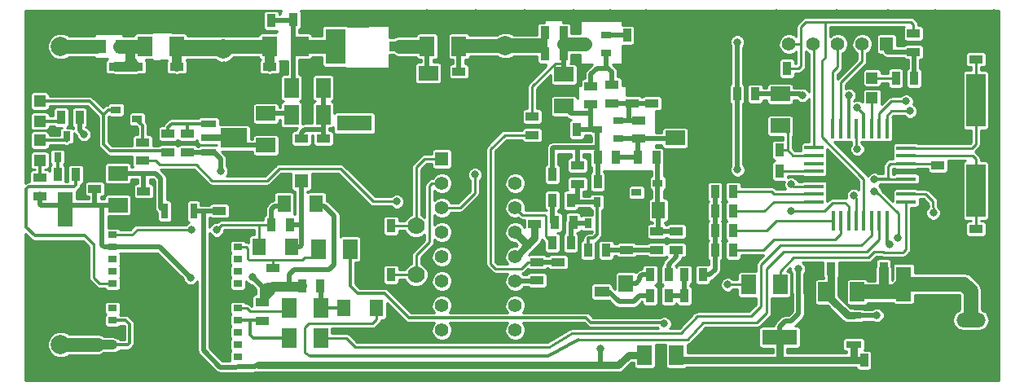
<source format=gtl>
G04 This is an RS-274x file exported by *
G04 gerbv version 2.5.0 *
G04 More information is available about gerbv at *
G04 http://gerbv.gpleda.org/ *
G04 --End of header info--*
%MOIN*%
%FSLAX23Y23*%
%IPPOS*%
G04 --Define apertures--*
%ADD10C,0.0059*%
%ADD11C,0.0118*%
%ADD12R,0.0591X0.0709*%
%ADD13R,0.0591X0.0433*%
%ADD14R,0.0550X0.0550*%
%ADD15C,0.0550*%
%ADD16R,0.0350X0.0550*%
%ADD17R,0.0550X0.0350*%
%ADD18R,0.1417X0.0630*%
%ADD19R,0.0630X0.1417*%
%ADD20R,0.0394X0.0315*%
%ADD21R,0.0787X0.0177*%
%ADD22R,0.0177X0.0787*%
%ADD23C,0.0787*%
%ADD24R,0.0800X0.0600*%
%ADD25R,0.0600X0.0800*%
%ADD26R,0.0315X0.0394*%
%ADD27R,0.0630X0.0276*%
%ADD28R,0.0827X0.0276*%
%ADD29R,0.1083X0.0787*%
%ADD30R,0.0800X0.1440*%
%ADD31R,0.0800X0.0400*%
%ADD32R,0.0276X0.0630*%
%ADD33R,0.0276X0.0827*%
%ADD34R,0.0787X0.1083*%
%ADD35C,0.0700*%
%ADD36R,0.0787X0.2165*%
%ADD37R,0.0551X0.0708*%
%ADD38C,0.0787*%
%ADD39O,0.1187X0.0593*%
%ADD40R,0.0472X0.0472*%
%ADD41R,0.0362X0.0276*%
%ADD42C,0.0315*%
%ADD43C,0.0197*%
%ADD44C,0.0295*%
%ADD45C,0.0394*%
%ADD46C,0.0100*%
%ADD47C,0.0118*%
%ADD48C,0.0565*%
%ADD49C,0.0591*%
G04 --Start main section--*
G54D12*
G01X06263Y-4355D03*
G54D13*
G01X06165Y-4321D03*
G01X06165Y-4388D03*
G54D14*
G01X04935Y-3935D03*
G54D15*
G01X05035Y-3935D03*
G54D16*
G01X05228Y-4320D03*
G01X05303Y-4320D03*
G01X06818Y-3810D03*
G01X06893Y-3810D03*
G01X06818Y-3895D03*
G01X06893Y-3895D03*
G54D17*
G01X07695Y-4207D03*
G01X07695Y-4132D03*
G01X07695Y-3362D03*
G01X07695Y-3437D03*
G54D16*
G01X06848Y-3475D03*
G01X06923Y-3475D03*
G01X05228Y-4120D03*
G01X05303Y-4120D03*
G54D17*
G01X07540Y-3947D03*
G01X07540Y-3872D03*
G01X05900Y-4342D03*
G01X05900Y-4267D03*
G54D16*
G01X05963Y-4015D03*
G01X06038Y-4015D03*
G01X06578Y-4405D03*
G01X06503Y-4405D03*
G01X06438Y-4405D03*
G01X06363Y-4405D03*
G54D17*
G01X06265Y-4217D03*
G01X06265Y-4142D03*
G54D16*
G01X06363Y-4320D03*
G01X06438Y-4320D03*
G01X06388Y-3840D03*
G01X06313Y-3840D03*
G54D17*
G01X06315Y-3687D03*
G01X06315Y-3762D03*
G01X06290Y-3617D03*
G01X06290Y-3542D03*
G01X06205Y-3617D03*
G01X06205Y-3542D03*
G54D16*
G01X05963Y-3910D03*
G01X05888Y-3910D03*
G54D18*
G01X05152Y-3700D03*
G01X05368Y-3700D03*
G54D16*
G01X06063Y-3725D03*
G01X05988Y-3725D03*
G01X06008Y-3415D03*
G01X05933Y-3415D03*
G01X06008Y-3330D03*
G01X05933Y-3330D03*
G01X06148Y-3940D03*
G01X06223Y-3940D03*
G54D17*
G01X04090Y-3967D03*
G01X04090Y-3892D03*
G01X05580Y-3487D03*
G01X05580Y-3562D03*
G54D19*
G01X03970Y-4052D03*
G01X03970Y-4268D03*
G54D17*
G01X04935Y-3762D03*
G01X04935Y-3837D03*
G01X05025Y-3762D03*
G01X05025Y-3837D03*
G54D16*
G01X04813Y-3280D03*
G01X04738Y-3280D03*
G01X04903Y-3275D03*
G01X04978Y-3275D03*
G54D17*
G01X04805Y-3467D03*
G01X04805Y-3542D03*
G01X04425Y-3467D03*
G01X04425Y-3542D03*
G01X04600Y-4057D03*
G01X04600Y-3982D03*
G54D16*
G01X07318Y-4295D03*
G01X07243Y-4295D03*
G54D17*
G01X04260Y-3467D03*
G01X04260Y-3542D03*
G01X04175Y-3467D03*
G01X04175Y-3542D03*
G01X04290Y-3977D03*
G01X04290Y-4052D03*
G54D16*
G01X04193Y-3385D03*
G01X04118Y-3385D03*
G01X07103Y-4295D03*
G01X07178Y-4295D03*
G01X07238Y-4670D03*
G01X07313Y-4670D03*
G54D18*
G01X06893Y-4575D03*
G01X06677Y-4575D03*
G54D17*
G01X05890Y-4112D03*
G01X05890Y-4037D03*
G54D20*
G01X06393Y-3945D03*
G01X06307Y-3982D03*
G01X06307Y-3907D03*
G54D21*
G01X07410Y-3801D03*
G01X07410Y-3832D03*
G01X07410Y-3864D03*
G01X07410Y-3895D03*
G01X07410Y-3927D03*
G01X07410Y-3958D03*
G01X07410Y-3990D03*
G01X07410Y-4021D03*
G01X07033Y-4021D03*
G01X07033Y-3800D03*
G01X07033Y-3832D03*
G01X07033Y-3864D03*
G01X07033Y-3895D03*
G01X07033Y-3927D03*
G01X07033Y-3958D03*
G01X07033Y-3990D03*
G54D22*
G01X07331Y-4100D03*
G01X07300Y-4100D03*
G01X07268Y-4100D03*
G01X07237Y-4100D03*
G01X07205Y-4100D03*
G01X07174Y-4100D03*
G01X07142Y-4100D03*
G01X07111Y-4100D03*
G01X07331Y-3722D03*
G01X07300Y-3722D03*
G01X07268Y-3722D03*
G01X07237Y-3722D03*
G01X07206Y-3722D03*
G01X07174Y-3722D03*
G01X07142Y-3722D03*
G01X07110Y-3722D03*
G54D23*
G01X03950Y-3385D03*
G01X03844Y-3279D03*
G01X03844Y-3491D03*
G01X04056Y-3491D03*
G01X04056Y-3279D03*
G01X03950Y-4605D03*
G01X03844Y-4499D03*
G01X03844Y-4711D03*
G01X04056Y-4711D03*
G01X04056Y-4499D03*
G54D24*
G01X06895Y-3710D03*
G01X06895Y-3580D03*
G01X06465Y-3630D03*
G01X06465Y-3760D03*
G54D25*
G01X05135Y-4215D03*
G01X05005Y-4215D03*
G01X05015Y-4580D03*
G01X04885Y-4580D03*
G01X05015Y-4455D03*
G01X04885Y-4455D03*
G54D24*
G01X04790Y-3790D03*
G01X04790Y-3660D03*
G01X06010Y-3630D03*
G01X06010Y-3500D03*
G54D25*
G01X04895Y-3665D03*
G01X05025Y-3665D03*
G01X05580Y-3385D03*
G01X05450Y-3385D03*
G54D24*
G01X05455Y-3495D03*
G01X05455Y-3625D03*
G54D25*
G01X05025Y-3555D03*
G01X04895Y-3555D03*
G01X04935Y-3385D03*
G01X04805Y-3385D03*
G01X04425Y-3385D03*
G01X04295Y-3385D03*
G01X07210Y-4390D03*
G01X07080Y-4390D03*
G54D24*
G01X04185Y-3905D03*
G01X04185Y-4035D03*
G54D25*
G01X06470Y-4650D03*
G01X06340Y-4650D03*
G54D14*
G01X07330Y-3375D03*
G54D15*
G01X07230Y-3375D03*
G01X07130Y-3375D03*
G01X07030Y-3375D03*
G01X06930Y-3375D03*
G01X06830Y-3375D03*
G54D26*
G01X06145Y-4022D03*
G01X06183Y-4108D03*
G01X06108Y-4108D03*
G54D20*
G01X04177Y-3645D03*
G01X04263Y-3607D03*
G01X04263Y-3682D03*
G54D27*
G01X04555Y-3701D03*
G54D28*
G01X04565Y-3760D03*
G54D27*
G01X04555Y-3819D03*
G54D29*
G01X04660Y-3760D03*
G54D20*
G01X06147Y-3725D03*
G01X06233Y-3687D03*
G01X06233Y-3762D03*
G01X06097Y-3375D03*
G01X06183Y-3337D03*
G01X06183Y-3412D03*
G54D30*
G01X05075Y-3385D03*
G54D31*
G01X05335Y-3385D03*
G01X05335Y-3295D03*
G01X05335Y-3475D03*
G54D26*
G01X03975Y-3752D03*
G01X04013Y-3838D03*
G01X03938Y-3838D03*
G54D16*
G01X06718Y-3580D03*
G01X06793Y-3580D03*
G54D17*
G01X05985Y-4342D03*
G01X05985Y-4267D03*
G01X07440Y-3332D03*
G01X07440Y-3407D03*
G54D16*
G01X06703Y-3980D03*
G01X06628Y-3980D03*
G01X06703Y-4060D03*
G01X06628Y-4060D03*
G01X06703Y-4140D03*
G01X06628Y-4140D03*
G01X06703Y-4220D03*
G01X06628Y-4220D03*
G01X05963Y-4190D03*
G01X06038Y-4190D03*
G01X05973Y-4105D03*
G01X06048Y-4105D03*
G01X06578Y-4320D03*
G01X06503Y-4320D03*
G54D17*
G01X06065Y-3872D03*
G01X06065Y-3947D03*
G54D16*
G01X06108Y-4220D03*
G01X06183Y-4220D03*
G54D17*
G01X06390Y-4217D03*
G01X06390Y-4142D03*
G01X04285Y-3852D03*
G01X04285Y-3777D03*
G01X06470Y-4142D03*
G01X06470Y-4217D03*
G54D16*
G01X05013Y-4365D03*
G01X04938Y-4365D03*
G54D17*
G01X04390Y-3817D03*
G01X04390Y-3742D03*
G54D16*
G01X06223Y-3840D03*
G01X06148Y-3840D03*
G54D17*
G01X04820Y-4292D03*
G01X04820Y-4367D03*
G01X04470Y-3742D03*
G01X04470Y-3817D03*
G01X04775Y-4432D03*
G01X04775Y-4507D03*
G01X06370Y-3617D03*
G01X06370Y-3542D03*
G54D16*
G01X04813Y-4115D03*
G01X04888Y-4115D03*
G54D17*
G01X05880Y-3672D03*
G01X05880Y-3747D03*
G01X06120Y-3622D03*
G01X06120Y-3547D03*
G54D16*
G01X06268Y-3340D03*
G01X06343Y-3340D03*
G01X04013Y-3910D03*
G01X03938Y-3910D03*
G54D17*
G01X03865Y-3997D03*
G01X03865Y-3922D03*
G54D14*
G01X05510Y-3845D03*
G54D15*
G01X05510Y-3945D03*
G01X05510Y-4045D03*
G01X05510Y-4145D03*
G01X05510Y-4245D03*
G01X05510Y-4345D03*
G01X05510Y-4445D03*
G01X05510Y-4545D03*
G01X05810Y-4545D03*
G01X05810Y-4445D03*
G01X05810Y-4345D03*
G01X05810Y-4245D03*
G01X05810Y-4145D03*
G01X05810Y-4045D03*
G01X05810Y-3945D03*
G01X05810Y-3845D03*
G54D32*
G01X04376Y-4060D03*
G54D33*
G01X04435Y-4050D03*
G54D32*
G01X04494Y-4060D03*
G54D34*
G01X04435Y-3955D03*
G54D27*
G01X07195Y-4604D03*
G54D28*
G01X07185Y-4545D03*
G54D27*
G01X07195Y-4486D03*
G54D29*
G01X07091Y-4545D03*
G54D35*
G01X05405Y-4120D03*
G01X05405Y-4320D03*
G54D36*
G01X07695Y-3975D03*
G01X07695Y-3605D03*
G54D37*
G01X05108Y-4455D03*
G01X05242Y-4455D03*
G01X04896Y-4205D03*
G01X04762Y-4205D03*
G01X04997Y-4029D03*
G01X04864Y-4029D03*
G54D38*
G01X05770Y-3381D03*
G01X05770Y-3578D03*
G01X04615Y-3396D03*
G01X04615Y-3593D03*
G54D39*
G01X07675Y-4605D03*
G01X07675Y-4505D03*
G54D19*
G01X07400Y-4357D03*
G01X07400Y-4573D03*
G54D37*
G01X06263Y-4055D03*
G01X06397Y-4055D03*
G54D40*
G01X03865Y-3691D03*
G01X03865Y-3609D03*
G54D16*
G01X04028Y-3675D03*
G01X03953Y-3675D03*
G54D40*
G01X03865Y-3851D03*
G01X03865Y-3769D03*
G54D25*
G01X06895Y-4360D03*
G01X06765Y-4360D03*
G54D40*
G01X07270Y-3514D03*
G01X07270Y-3596D03*
G54D16*
G01X07368Y-3515D03*
G01X07443Y-3515D03*
G54D41*
G01X04675Y-4656D03*
G01X04675Y-4606D03*
G01X04675Y-4556D03*
G01X04675Y-4506D03*
G01X04675Y-4456D03*
G01X04675Y-4406D03*
G01X04675Y-4356D03*
G01X04675Y-4306D03*
G01X04675Y-4256D03*
G01X04675Y-4206D03*
G01X04675Y-4156D03*
G01X04163Y-4656D03*
G01X04163Y-4606D03*
G01X04163Y-4556D03*
G01X04163Y-4506D03*
G01X04163Y-4456D03*
G01X04163Y-4406D03*
G01X04163Y-4356D03*
G01X04163Y-4306D03*
G01X04163Y-4256D03*
G01X04163Y-4206D03*
G01X04163Y-4156D03*
G54D42*
G01X06158Y-4623D03*
G01X04735Y-4330D03*
G01X04482Y-4332D03*
G01X05645Y-3910D03*
G01X07210Y-3805D03*
G01X07210Y-3635D03*
G01X07175Y-3585D03*
G01X07400Y-4573D03*
G01X05355Y-3625D03*
G01X05255Y-3640D03*
G01X05365Y-3575D03*
G01X04315Y-4740D03*
G01X04155Y-4740D03*
G01X05355Y-4740D03*
G01X05715Y-4740D03*
G01X06135Y-4740D03*
G01X07770Y-4605D03*
G01X07770Y-4730D03*
G01X07585Y-4730D03*
G01X07395Y-4735D03*
G01X07235Y-4740D03*
G01X07085Y-4740D03*
G01X06925Y-4740D03*
G01X06785Y-4740D03*
G01X06630Y-4740D03*
G01X06490Y-4740D03*
G01X06340Y-4740D03*
G01X05945Y-4740D03*
G01X05560Y-4740D03*
G01X04480Y-4740D03*
G01X04680Y-4740D03*
G01X04920Y-4740D03*
G01X05150Y-4740D03*
G01X07600Y-4260D03*
G01X07735Y-4260D03*
G01X07760Y-4400D03*
G01X06655Y-3255D03*
G01X06880Y-3250D03*
G01X07125Y-3250D03*
G01X07335Y-3250D03*
G01X07530Y-3250D03*
G01X07770Y-3250D03*
G01X07770Y-3405D03*
G01X07770Y-3570D03*
G01X07770Y-3745D03*
G01X07770Y-3915D03*
G01X07770Y-4045D03*
G01X07770Y-4235D03*
G01X04520Y-3640D03*
G01X04345Y-3585D03*
G01X04440Y-3640D03*
G01X04675Y-3650D03*
G01X05217Y-3490D03*
G01X05335Y-3475D03*
G01X04960Y-3471D03*
G01X05115Y-3573D03*
G01X05117Y-3490D03*
G01X05531Y-3626D03*
G01X06340Y-3345D03*
G01X06340Y-3425D03*
G01X06290Y-3542D03*
G01X06330Y-3490D03*
G01X06374Y-3541D03*
G01X06465Y-3630D03*
G01X06190Y-4160D03*
G01X06081Y-4154D03*
G01X05580Y-3625D03*
G01X05823Y-3649D03*
G01X05678Y-3646D03*
G01X05338Y-3297D03*
G01X05230Y-3255D03*
G01X05120Y-3255D03*
G01X05339Y-3258D03*
G01X04175Y-3542D03*
G01X04260Y-3542D03*
G01X04425Y-3542D03*
G01X04353Y-3467D03*
G01X04618Y-3463D03*
G01X04504Y-3463D03*
G01X04727Y-3457D03*
G01X04725Y-3523D03*
G01X04727Y-3594D03*
G01X07024Y-4302D03*
G01X05660Y-4564D03*
G01X05708Y-4336D03*
G01X05609Y-4438D03*
G01X05389Y-4548D03*
G01X05897Y-4550D03*
G01X05897Y-4444D03*
G01X03970Y-4268D03*
G01X03860Y-4280D03*
G01X05280Y-4220D03*
G01X04725Y-3260D03*
G01X05025Y-3270D03*
G01X06264Y-3914D03*
G01X06205Y-4015D03*
G01X06445Y-3550D03*
G01X05980Y-3755D03*
G01X05935Y-3560D03*
G01X04530Y-3975D03*
G01X04435Y-3955D03*
G01X04220Y-4105D03*
G01X04250Y-4400D03*
G01X04300Y-4600D03*
G01X04300Y-4500D03*
G01X04350Y-4600D03*
G01X04450Y-4600D03*
G01X04350Y-4500D03*
G01X04450Y-4500D03*
G01X04450Y-4400D03*
G01X04350Y-4400D03*
G01X04350Y-4300D03*
G01X04250Y-4300D03*
G01X04600Y-4400D03*
G01X04250Y-4700D03*
G01X04450Y-4700D03*
G01X04350Y-4700D03*
G01X04600Y-4600D03*
G01X04600Y-4250D03*
G01X07247Y-3870D03*
G01X07120Y-3980D03*
G01X07125Y-3883D03*
G01X07540Y-3947D03*
G01X06554Y-4237D03*
G01X06780Y-4260D03*
G01X07091Y-4545D03*
G01X07580Y-4460D03*
G01X07500Y-4460D03*
G01X07600Y-4040D03*
G01X07480Y-4160D03*
G01X05120Y-4020D03*
G01X05640Y-3780D03*
G01X05520Y-3780D03*
G01X05360Y-3780D03*
G01X05240Y-3780D03*
G01X05120Y-3780D03*
G01X05120Y-3840D03*
G01X04980Y-3840D03*
G01X04080Y-3840D03*
G01X04780Y-3980D03*
G01X04780Y-3860D03*
G01X04680Y-3880D03*
G01X04680Y-4060D03*
G01X04615Y-3593D03*
G01X04540Y-3260D03*
G01X04340Y-3260D03*
G01X04160Y-3260D03*
G01X04240Y-3260D03*
G01X04440Y-3260D03*
G01X04640Y-3260D03*
G01X05450Y-3250D03*
G01X05850Y-3250D03*
G01X06200Y-3250D03*
G01X06551Y-3549D03*
G01X06554Y-3440D03*
G01X06551Y-3347D03*
G01X06345Y-3250D03*
G01X06480Y-3255D03*
G01X06050Y-3250D03*
G01X05650Y-3250D03*
G01X06330Y-4094D03*
G01X06768Y-3812D03*
G01X06791Y-3722D03*
G01X06792Y-3655D03*
G01X06767Y-3758D03*
G01X06767Y-3933D03*
G01X07500Y-3698D03*
G01X07553Y-3497D03*
G01X07603Y-3416D03*
G01X07551Y-3600D03*
G01X07496Y-3747D03*
G01X07606Y-3269D03*
G01X06286Y-4276D03*
G01X06677Y-4575D03*
G01X06020Y-4422D03*
G01X06551Y-4149D03*
G01X06551Y-4047D03*
G01X06554Y-3848D03*
G01X06551Y-3951D03*
G01X06551Y-3750D03*
G01X06551Y-3650D03*
G01X06680Y-4360D03*
G01X05325Y-4020D03*
G01X06940Y-3950D03*
G01X07280Y-3980D03*
G01X07195Y-3995D03*
G01X07375Y-4170D03*
G01X07280Y-3930D03*
G01X06985Y-3585D03*
G01X07521Y-4066D03*
G01X07425Y-3650D03*
G01X07410Y-3610D03*
G01X04486Y-4135D03*
G01X04588Y-4136D03*
G01X06940Y-4060D03*
G01X06010Y-3630D03*
G01X04895Y-3665D03*
G01X05155Y-3700D03*
G01X07341Y-4196D03*
G01X06420Y-4520D03*
G01X06719Y-3367D03*
G01X06720Y-3890D03*
G01X06968Y-4296D03*
G01X04045Y-3745D03*
G01X07290Y-4485D03*
G01X04605Y-3895D03*
G54D43*
G01X04760Y-4690D02*
G01X04755Y-4690D01*
G54D44*
G01X06233Y-4689D02*
G01X06146Y-4687D01*
G01X06340Y-4650D02*
G01X06275Y-4650D01*
G01X06275Y-4650D02*
G01X06233Y-4689D01*
G01X06146Y-4687D02*
G01X04760Y-4690D01*
G54D43*
G01X04535Y-4630D02*
G01X04535Y-4060D01*
G01X04603Y-4697D02*
G01X04535Y-4630D01*
G01X04742Y-4696D02*
G01X04603Y-4697D01*
G01X04755Y-4690D02*
G01X04742Y-4696D01*
G01X06158Y-4623D02*
G01X06158Y-4681D01*
G01X06158Y-4681D02*
G01X06158Y-4690D01*
G01X06158Y-4690D02*
G01X06158Y-4681D01*
G01X04535Y-4060D02*
G01X04598Y-4060D01*
G01X04598Y-4060D02*
G01X04600Y-4057D01*
G01X04535Y-4060D02*
G01X04535Y-4060D01*
G54D44*
G01X05890Y-4170D02*
G01X05890Y-4112D01*
G01X05860Y-4200D02*
G01X05890Y-4170D01*
G54D43*
G01X04494Y-4060D02*
G01X04535Y-4060D01*
G54D44*
G01X05810Y-4145D02*
G01X05863Y-4197D01*
G01X05863Y-4197D02*
G01X05860Y-4200D01*
G01X05810Y-4245D02*
G01X05815Y-4245D01*
G01X05815Y-4245D02*
G01X05860Y-4200D01*
G54D43*
G01X04735Y-4330D02*
G01X04775Y-4370D01*
G01X04775Y-4375D02*
G01X04775Y-4370D01*
G01X04356Y-4206D02*
G01X04163Y-4206D01*
G01X04482Y-4332D02*
G01X04356Y-4206D01*
G01X04163Y-4206D02*
G01X04128Y-4206D01*
G01X04128Y-4206D02*
G01X04119Y-4197D01*
G01X04119Y-4197D02*
G01X04119Y-4035D01*
G54D45*
G01X04820Y-4367D02*
G01X04935Y-4367D01*
G01X04935Y-4367D02*
G01X04938Y-4365D01*
G01X04820Y-4367D02*
G01X04818Y-4367D01*
G01X04818Y-4367D02*
G01X04785Y-4400D01*
G54D43*
G01X04775Y-4432D02*
G01X04778Y-4432D01*
G01X04820Y-4390D02*
G01X04820Y-4367D01*
G01X04778Y-4432D02*
G01X04820Y-4390D01*
G01X04775Y-4432D02*
G01X04775Y-4375D01*
G01X05030Y-4040D02*
G01X05070Y-4080D01*
G01X05070Y-4080D02*
G01X05070Y-4280D01*
G01X05070Y-4280D02*
G01X05050Y-4300D01*
G01X05050Y-4300D02*
G01X04905Y-4300D01*
G01X04997Y-4040D02*
G01X05030Y-4040D01*
G01X04785Y-4365D02*
G01X04885Y-4365D01*
G01X04775Y-4375D02*
G01X04785Y-4365D01*
G01X04905Y-4300D02*
G01X04885Y-4320D01*
G01X04885Y-4320D02*
G01X04885Y-4365D01*
G01X04090Y-3967D02*
G01X04090Y-4035D01*
G01X04090Y-4035D02*
G01X04090Y-4030D01*
G01X04090Y-4030D02*
G01X04090Y-4035D01*
G01X03865Y-3987D02*
G01X03865Y-4030D01*
G01X03953Y-4035D02*
G01X03970Y-4052D01*
G01X03870Y-4035D02*
G01X03953Y-4035D01*
G01X03865Y-4030D02*
G01X03870Y-4035D01*
G01X04185Y-4035D02*
G01X04119Y-4035D01*
G01X04119Y-4035D02*
G01X04090Y-4035D01*
G01X04090Y-4035D02*
G01X03987Y-4035D01*
G01X03987Y-4035D02*
G01X03970Y-4052D01*
G01X06503Y-4320D02*
G01X06503Y-4405D01*
G01X06503Y-4405D02*
G01X06438Y-4405D01*
G54D46*
G01X05585Y-4045D02*
G01X05645Y-3985D01*
G01X05645Y-3985D02*
G01X05645Y-3910D01*
G01X05510Y-4045D02*
G01X05585Y-4045D01*
G01X07206Y-3804D02*
G01X07206Y-3722D01*
G01X07205Y-3805D02*
G01X07206Y-3804D01*
G01X07210Y-3805D02*
G01X07205Y-3805D01*
G54D47*
G01X07237Y-3662D02*
G01X07237Y-3722D01*
G01X07210Y-3635D02*
G01X07237Y-3662D01*
G01X07174Y-3586D02*
G01X07174Y-3722D01*
G01X07175Y-3585D02*
G01X07174Y-3586D01*
G01X05360Y-3625D02*
G01X05355Y-3625D01*
G01X05455Y-3625D02*
G01X05360Y-3625D01*
G54D46*
G01X05255Y-3580D02*
G01X05255Y-3640D01*
G01X05260Y-3575D02*
G01X05255Y-3580D01*
G01X05365Y-3575D02*
G01X05260Y-3575D01*
G01X04480Y-4740D02*
G01X04315Y-4740D01*
G01X05355Y-4740D02*
G01X05150Y-4740D01*
G01X05560Y-4740D02*
G01X05715Y-4740D01*
G01X07675Y-4605D02*
G01X07770Y-4605D01*
G01X07770Y-4730D02*
G01X07585Y-4730D01*
G01X07395Y-4735D02*
G01X07390Y-4740D01*
G01X07390Y-4740D02*
G01X07235Y-4740D01*
G01X07085Y-4740D02*
G01X06925Y-4740D01*
G01X06785Y-4740D02*
G01X06630Y-4740D01*
G01X06490Y-4740D02*
G01X06340Y-4740D01*
G01X04920Y-4740D02*
G01X04680Y-4740D01*
G01X07760Y-4400D02*
G01X07760Y-4380D01*
G54D43*
G01X07735Y-4260D02*
G01X07760Y-4320D01*
G01X07760Y-4320D02*
G01X07760Y-4400D01*
G54D46*
G01X07125Y-3250D02*
G01X06880Y-3250D01*
G01X07530Y-3250D02*
G01X07335Y-3250D01*
G01X07770Y-3405D02*
G01X07770Y-3250D01*
G01X07770Y-3745D02*
G01X07770Y-3570D01*
G01X07770Y-4045D02*
G01X07770Y-3915D01*
G01X07770Y-4370D02*
G01X07770Y-4235D01*
G01X07760Y-4380D02*
G01X07770Y-4370D01*
G01X04675Y-3650D02*
G01X04530Y-3630D01*
G01X04530Y-3630D02*
G01X04520Y-3640D01*
G54D43*
G01X04345Y-3585D02*
G01X04440Y-3640D01*
G54D46*
G01X04558Y-3650D02*
G01X04675Y-3650D01*
G54D43*
G01X05217Y-3490D02*
G01X05117Y-3490D01*
G01X04976Y-3487D02*
G01X04960Y-3471D01*
G01X05085Y-3487D02*
G01X04976Y-3487D01*
G01X05116Y-3518D02*
G01X05085Y-3487D01*
G01X05116Y-3572D02*
G01X05116Y-3518D01*
G01X05115Y-3573D02*
G01X05116Y-3572D01*
G01X05455Y-3625D02*
G01X05530Y-3625D01*
G01X05530Y-3625D02*
G01X05531Y-3626D01*
G54D47*
G01X06353Y-3332D02*
G01X06340Y-3345D01*
G01X06345Y-3250D02*
G01X06353Y-3332D01*
G54D43*
G01X06340Y-3425D02*
G01X06337Y-3425D01*
G01X06370Y-3542D02*
G01X06290Y-3542D01*
G54D47*
G01X06455Y-3440D02*
G01X06405Y-3490D01*
G01X06405Y-3490D02*
G01X06330Y-3490D01*
G01X06554Y-3440D02*
G01X06455Y-3440D01*
G54D43*
G01X06373Y-3542D02*
G01X06370Y-3542D01*
G01X06374Y-3541D02*
G01X06373Y-3542D01*
G01X06551Y-3650D02*
G01X06485Y-3650D01*
G01X06485Y-3650D02*
G01X06465Y-3630D01*
G54D47*
G01X06183Y-4152D02*
G01X06190Y-4160D01*
G01X06183Y-4108D02*
G01X06183Y-4152D01*
G54D43*
G01X06081Y-4154D02*
G01X06081Y-4154D01*
G54D47*
G01X05580Y-3562D02*
G01X05580Y-3625D01*
G54D43*
G01X05681Y-3649D02*
G01X05823Y-3649D01*
G01X05678Y-3646D02*
G01X05681Y-3649D01*
G01X05335Y-3295D02*
G01X05336Y-3295D01*
G01X05336Y-3295D02*
G01X05338Y-3297D01*
G01X05230Y-3255D02*
G01X05126Y-3249D01*
G01X05126Y-3249D02*
G01X05120Y-3255D01*
G01X04387Y-3542D02*
G01X04351Y-3507D01*
G01X04351Y-3507D02*
G01X04351Y-3469D01*
G01X04353Y-3467D02*
G01X04351Y-3469D01*
G01X04425Y-3542D02*
G01X04387Y-3542D01*
G01X04727Y-3457D02*
G01X04624Y-3457D01*
G01X04624Y-3457D02*
G01X04618Y-3463D01*
G01X04725Y-3592D02*
G01X04725Y-3523D01*
G01X04727Y-3594D02*
G01X04725Y-3592D01*
G01X05708Y-4339D02*
G01X05708Y-4336D01*
G01X05609Y-4438D02*
G01X05708Y-4339D01*
G01X05985Y-4342D02*
G01X05985Y-4356D01*
G01X05901Y-4554D02*
G01X05904Y-4554D01*
G01X05897Y-4550D02*
G01X05901Y-4554D01*
G01X05985Y-4356D02*
G01X05897Y-4444D01*
G54D46*
G01X07545Y-4250D02*
G01X07585Y-4245D01*
G01X07585Y-4245D02*
G01X07600Y-4260D01*
G01X07243Y-4295D02*
G01X07243Y-4282D01*
G01X07295Y-4250D02*
G01X07545Y-4250D01*
G01X07243Y-4282D02*
G01X07295Y-4250D01*
G01X03860Y-4280D02*
G01X03872Y-4268D01*
G01X03970Y-4268D02*
G01X03872Y-4268D01*
G01X05228Y-4120D02*
G01X05228Y-4167D01*
G01X05228Y-4167D02*
G01X05280Y-4220D01*
G54D47*
G01X04738Y-3280D02*
G01X04730Y-3255D01*
G01X04730Y-3255D02*
G01X04725Y-3260D01*
G01X04978Y-3275D02*
G01X05020Y-3275D01*
G01X05020Y-3275D02*
G01X05025Y-3270D01*
G01X05980Y-3755D02*
G01X05980Y-3725D01*
G01X05988Y-3747D02*
G01X05980Y-3755D01*
G01X05988Y-3725D02*
G01X05988Y-3747D01*
G01X05935Y-3680D02*
G01X05935Y-3560D01*
G01X05980Y-3725D02*
G01X05935Y-3680D01*
G01X04435Y-4050D02*
G01X04435Y-3955D01*
G01X04290Y-4052D02*
G01X04288Y-4052D01*
G01X04235Y-4105D02*
G01X04220Y-4105D01*
G01X04288Y-4052D02*
G01X04235Y-4105D01*
G01X04300Y-4650D02*
G01X04300Y-4600D01*
G01X04300Y-4500D02*
G01X04250Y-4450D01*
G01X04250Y-4450D02*
G01X04250Y-4400D01*
G01X04350Y-4700D02*
G01X04300Y-4650D01*
G01X04450Y-4600D02*
G01X04350Y-4600D01*
G01X04450Y-4500D02*
G01X04350Y-4500D01*
G01X04350Y-4400D02*
G01X04450Y-4400D01*
G01X04250Y-4300D02*
G01X04350Y-4300D01*
G01X04600Y-4250D02*
G01X04600Y-4400D01*
G01X04600Y-4600D02*
G01X04600Y-4400D01*
G01X04239Y-4711D02*
G01X04250Y-4700D01*
G01X04239Y-4711D02*
G01X04072Y-4711D01*
G01X04350Y-4700D02*
G01X04450Y-4700D01*
G54D46*
G01X07033Y-3927D02*
G01X07107Y-3927D01*
G01X07120Y-3940D02*
G01X07120Y-3980D01*
G01X07107Y-3927D02*
G01X07120Y-3940D01*
G01X07410Y-3895D02*
G01X07475Y-3895D01*
G01X07513Y-3920D02*
G01X07540Y-3947D01*
G01X07500Y-3920D02*
G01X07513Y-3920D01*
G01X07475Y-3895D02*
G01X07500Y-3920D01*
G01X07410Y-3958D02*
G01X07529Y-3958D01*
G01X07529Y-3958D02*
G01X07540Y-3947D01*
G54D43*
G01X07500Y-4460D02*
G01X07580Y-4460D01*
G01X07540Y-3980D02*
G01X07600Y-4040D01*
G01X07540Y-3947D02*
G01X07540Y-3980D01*
G01X07480Y-4160D02*
G01X07600Y-4260D01*
G01X05228Y-4120D02*
G01X05220Y-4120D01*
G01X05220Y-4120D02*
G01X05120Y-4020D01*
G01X05025Y-3837D02*
G01X04983Y-3837D01*
G01X05520Y-3780D02*
G01X05640Y-3780D01*
G01X05240Y-3780D02*
G01X05360Y-3780D01*
G01X05120Y-3840D02*
G01X05120Y-3780D01*
G01X04983Y-3837D02*
G01X04980Y-3840D01*
G01X04013Y-3838D02*
G01X04078Y-3838D01*
G01X04090Y-3850D02*
G01X04090Y-3892D01*
G01X04090Y-3850D02*
G01X04080Y-3840D01*
G01X04078Y-3838D02*
G01X04080Y-3840D01*
G01X04780Y-3980D02*
G01X04760Y-3980D01*
G01X04863Y-3837D02*
G01X04840Y-3860D01*
G01X04840Y-3860D02*
G01X04780Y-3860D01*
G01X04935Y-3837D02*
G01X04863Y-3837D01*
G01X04760Y-3980D02*
G01X04680Y-4060D01*
G01X04558Y-3650D02*
G01X04440Y-3640D01*
G01X04640Y-3260D02*
G01X04540Y-3260D01*
G01X04440Y-3260D02*
G01X04340Y-3260D01*
G01X04240Y-3260D02*
G01X04160Y-3260D01*
G01X05856Y-3256D02*
G01X05850Y-3250D01*
G54D46*
G01X06551Y-3549D02*
G01X06554Y-3546D01*
G01X06554Y-3546D02*
G01X06554Y-3440D01*
G54D43*
G01X06479Y-3254D02*
G01X06345Y-3250D01*
G01X06480Y-3255D02*
G01X06479Y-3254D01*
G01X06050Y-3250D02*
G01X05856Y-3256D01*
G01X05450Y-3250D02*
G01X05650Y-3250D01*
G01X06263Y-4055D02*
G01X06324Y-4055D01*
G01X06330Y-4061D02*
G01X06330Y-4094D01*
G01X06324Y-4055D02*
G01X06330Y-4061D01*
G01X06264Y-3914D02*
G01X06300Y-3914D01*
G01X06223Y-3940D02*
G01X06238Y-3940D01*
G01X06238Y-3940D02*
G01X06264Y-3914D01*
G01X06300Y-3914D02*
G01X06307Y-3907D01*
G54D46*
G01X06767Y-3811D02*
G01X06768Y-3812D01*
G01X06792Y-3721D02*
G01X06791Y-3722D01*
G01X06792Y-3655D02*
G01X06792Y-3721D01*
G01X06767Y-3758D02*
G01X06767Y-3811D01*
G01X07500Y-3698D02*
G01X07500Y-3743D01*
G01X07553Y-3497D02*
G01X07553Y-3598D01*
G01X07553Y-3598D02*
G01X07551Y-3600D01*
G01X07500Y-3743D02*
G01X07496Y-3747D01*
G01X07695Y-3362D02*
G01X07695Y-3358D01*
G01X07695Y-3358D02*
G01X07606Y-3269D01*
G01X06165Y-4321D02*
G01X06165Y-4279D01*
G01X06168Y-4276D02*
G01X06286Y-4276D01*
G01X06165Y-4279D02*
G01X06168Y-4276D01*
G01X06551Y-4047D02*
G01X06551Y-4149D01*
G01X06554Y-3848D02*
G01X06554Y-3948D01*
G01X06554Y-3948D02*
G01X06551Y-3951D01*
G01X06551Y-4149D02*
G01X06549Y-4151D01*
G01X06551Y-3650D02*
G01X06551Y-3750D01*
G01X05885Y-3455D02*
G01X05915Y-3485D01*
G01X05800Y-3455D02*
G01X05885Y-3455D01*
G01X05770Y-3578D02*
G01X05770Y-3485D01*
G01X05770Y-3485D02*
G01X05800Y-3455D01*
G54D43*
G01X04290Y-3977D02*
G01X04290Y-3905D01*
G01X04290Y-3905D02*
G01X04290Y-3910D01*
G01X04290Y-3910D02*
G01X04290Y-3905D01*
G01X04185Y-3905D02*
G01X04290Y-3905D01*
G01X04290Y-3905D02*
G01X04340Y-3905D01*
G01X04360Y-4044D02*
G01X04376Y-4060D01*
G01X04360Y-3925D02*
G01X04360Y-4044D01*
G01X04340Y-3905D02*
G01X04360Y-3925D01*
G54D48*
G01X04193Y-3385D02*
G01X04295Y-3385D01*
G54D45*
G01X04235Y-3425D02*
G01X04235Y-3452D01*
G01X04235Y-3452D02*
G01X04220Y-3467D01*
G01X04235Y-3385D02*
G01X04235Y-3425D01*
G01X04235Y-3425D02*
G01X04235Y-3442D01*
G01X04235Y-3442D02*
G01X04260Y-3467D01*
G01X04260Y-3467D02*
G01X04220Y-3467D01*
G01X04220Y-3467D02*
G01X04175Y-3467D01*
G01X04193Y-3385D02*
G01X04235Y-3385D01*
G01X04235Y-3385D02*
G01X04295Y-3385D01*
G54D43*
G01X05933Y-3415D02*
G01X05913Y-3381D01*
G01X05913Y-3381D02*
G01X05913Y-3381D01*
G01X05580Y-3487D02*
G01X05580Y-3385D01*
G54D48*
G01X05750Y-3381D02*
G01X05583Y-3381D01*
G54D43*
G01X05583Y-3381D02*
G01X05580Y-3385D01*
G01X05933Y-3330D02*
G01X05933Y-3415D01*
G54D49*
G01X05750Y-3381D02*
G01X05913Y-3381D01*
G54D43*
G01X05913Y-3381D02*
G01X05915Y-3380D01*
G54D46*
G01X05303Y-4120D02*
G01X05330Y-4120D01*
G01X05440Y-3845D02*
G01X05510Y-3845D01*
G01X05330Y-4120D02*
G01X05405Y-4120D01*
G01X05405Y-4120D02*
G01X05405Y-3880D01*
G01X05405Y-3880D02*
G01X05440Y-3845D01*
G54D43*
G01X05810Y-4345D02*
G01X05898Y-4345D01*
G01X05898Y-4345D02*
G01X05900Y-4342D01*
G54D46*
G01X06183Y-4220D02*
G01X06263Y-4220D01*
G01X06263Y-4220D02*
G01X06265Y-4217D01*
G54D43*
G01X06390Y-4217D02*
G01X06185Y-4217D01*
G01X06185Y-4217D02*
G01X06183Y-4220D01*
G54D47*
G01X04470Y-3742D02*
G01X04470Y-3701D01*
G01X04470Y-3701D02*
G01X04470Y-3705D01*
G01X04470Y-3705D02*
G01X04470Y-3701D01*
G01X04390Y-3742D02*
G01X04390Y-3715D01*
G01X04404Y-3701D02*
G01X04470Y-3701D01*
G01X04470Y-3701D02*
G01X04555Y-3701D01*
G01X04390Y-3715D02*
G01X04404Y-3701D01*
G54D43*
G01X05963Y-4015D02*
G01X05963Y-4105D01*
G54D46*
G01X05810Y-4045D02*
G01X05840Y-4075D01*
G01X05935Y-4162D02*
G01X05963Y-4190D01*
G01X05935Y-4080D02*
G01X05935Y-4162D01*
G01X05930Y-4075D02*
G01X05935Y-4080D01*
G01X05840Y-4075D02*
G01X05930Y-4075D01*
G01X04085Y-4195D02*
G01X04085Y-4332D01*
G54D47*
G01X03845Y-4160D02*
G01X04050Y-4160D01*
G01X04050Y-4160D02*
G01X04085Y-4195D01*
G01X03810Y-4125D02*
G01X03845Y-4160D01*
G01X03810Y-3970D02*
G01X03810Y-4125D01*
G01X03820Y-3960D02*
G01X03810Y-3970D01*
G01X04005Y-3960D02*
G01X03820Y-3960D01*
G01X04013Y-3952D02*
G01X04005Y-3960D01*
G01X04013Y-3910D02*
G01X04013Y-3952D01*
G54D46*
G01X04109Y-4356D02*
G01X04163Y-4356D01*
G01X04085Y-4332D02*
G01X04109Y-4356D01*
G01X07142Y-4100D02*
G01X07142Y-4153D01*
G01X06825Y-4220D02*
G01X06703Y-4220D01*
G01X06870Y-4175D02*
G01X06825Y-4220D01*
G01X07120Y-4175D02*
G01X06870Y-4175D01*
G01X07142Y-4153D02*
G01X07120Y-4175D01*
G01X07695Y-3605D02*
G01X07695Y-3447D01*
G01X07695Y-3447D02*
G01X07700Y-3442D01*
G01X07410Y-3801D02*
G01X07679Y-3801D01*
G01X07695Y-3785D02*
G01X07695Y-3605D01*
G01X07679Y-3801D02*
G01X07695Y-3785D01*
G01X07033Y-3990D02*
G01X06870Y-3990D01*
G01X06860Y-3980D02*
G01X06703Y-3980D01*
G01X06870Y-3990D02*
G01X06860Y-3980D01*
G01X07033Y-4021D02*
G01X06869Y-4021D01*
G01X06830Y-4060D02*
G01X06703Y-4060D01*
G01X06869Y-4021D02*
G01X06830Y-4060D01*
G01X07111Y-4100D02*
G01X06880Y-4100D01*
G01X06840Y-4140D02*
G01X06703Y-4140D01*
G01X06880Y-4100D02*
G01X06840Y-4140D01*
G01X06893Y-3895D02*
G01X07033Y-3895D01*
G01X04285Y-3852D02*
G01X04338Y-3852D01*
G01X05230Y-4020D02*
G01X05325Y-4020D01*
G01X05095Y-3885D02*
G01X05230Y-4020D01*
G01X04845Y-3885D02*
G01X05095Y-3885D01*
G01X04795Y-3935D02*
G01X04845Y-3885D01*
G01X04570Y-3935D02*
G01X04795Y-3935D01*
G01X04505Y-3870D02*
G01X04570Y-3935D01*
G01X04355Y-3870D02*
G01X04505Y-3870D01*
G01X04338Y-3852D02*
G01X04355Y-3870D01*
G01X06680Y-4360D02*
G01X06765Y-4360D01*
G54D43*
G01X06470Y-4217D02*
G01X06470Y-4245D01*
G01X06438Y-4277D02*
G01X06438Y-4320D01*
G01X06470Y-4245D02*
G01X06438Y-4277D01*
G54D46*
G01X03938Y-3838D02*
G01X03938Y-3910D01*
G54D47*
G01X03938Y-3930D02*
G01X03938Y-3858D01*
G54D43*
G01X06263Y-4355D02*
G01X06305Y-4355D01*
G01X06330Y-4320D02*
G01X06363Y-4320D01*
G01X06320Y-4330D02*
G01X06330Y-4320D01*
G01X06320Y-4340D02*
G01X06320Y-4330D01*
G01X06305Y-4355D02*
G01X06320Y-4340D01*
G54D46*
G01X07142Y-3722D02*
G01X07142Y-3533D01*
G01X07230Y-3445D02*
G01X07230Y-3375D01*
G01X07142Y-3533D02*
G01X07230Y-3445D01*
G01X07110Y-3722D02*
G01X07110Y-3490D01*
G01X07130Y-3470D02*
G01X07130Y-3375D01*
G01X07110Y-3490D02*
G01X07130Y-3470D01*
G01X07033Y-3800D02*
G01X07033Y-3378D01*
G01X07033Y-3378D02*
G01X07030Y-3375D01*
G01X07075Y-3285D02*
G01X07000Y-3285D01*
G01X07000Y-3285D02*
G01X06980Y-3305D01*
G01X07080Y-3290D02*
G01X07075Y-3285D01*
G01X07430Y-3285D02*
G01X07440Y-3295D01*
G01X07075Y-3285D02*
G01X07430Y-3285D01*
G01X07080Y-3430D02*
G01X07080Y-3290D01*
G01X07065Y-3445D02*
G01X07080Y-3430D01*
G01X07065Y-3755D02*
G01X07065Y-3445D01*
G01X07440Y-3295D02*
G01X07440Y-3332D01*
G01X06970Y-3475D02*
G01X06923Y-3475D01*
G01X06980Y-3465D02*
G01X06970Y-3475D01*
G01X07237Y-4100D02*
G01X07237Y-3927D01*
G01X07237Y-3927D02*
G01X07065Y-3755D01*
G01X06930Y-3375D02*
G01X06980Y-3375D01*
G01X06980Y-3305D02*
G01X06980Y-3375D01*
G01X06980Y-3375D02*
G01X06980Y-3465D01*
G01X07695Y-3975D02*
G01X07695Y-4132D01*
G01X07410Y-3832D02*
G01X07682Y-3832D01*
G01X07695Y-3845D02*
G01X07695Y-3975D01*
G01X07682Y-3832D02*
G01X07695Y-3845D01*
G54D48*
G01X05335Y-3385D02*
G01X05450Y-3385D01*
G54D43*
G01X05450Y-3385D02*
G01X05450Y-3490D01*
G01X05450Y-3490D02*
G01X05455Y-3495D01*
G01X06183Y-3412D02*
G01X06183Y-3468D01*
G01X06183Y-3468D02*
G01X06190Y-3475D01*
G01X06120Y-3547D02*
G01X06120Y-3500D01*
G01X06205Y-3490D02*
G01X06205Y-3542D01*
G01X06190Y-3475D02*
G01X06205Y-3490D01*
G01X06145Y-3475D02*
G01X06190Y-3475D01*
G01X06120Y-3500D02*
G01X06145Y-3475D01*
G54D46*
G01X04823Y-4260D02*
G01X04722Y-4260D01*
G01X04710Y-4206D02*
G01X04675Y-4206D01*
G01X04717Y-4213D02*
G01X04710Y-4206D01*
G01X04717Y-4255D02*
G01X04717Y-4213D01*
G01X04722Y-4260D02*
G01X04717Y-4255D01*
G01X04940Y-4260D02*
G01X04823Y-4260D01*
G01X04823Y-4260D02*
G01X04820Y-4260D01*
G01X04950Y-4250D02*
G01X04940Y-4260D01*
G01X04820Y-4292D02*
G01X04820Y-4260D01*
G01X05005Y-4250D02*
G01X04950Y-4250D01*
G54D43*
G01X06183Y-3337D02*
G01X06260Y-3337D01*
G01X06260Y-3337D02*
G01X06263Y-3340D01*
G01X06393Y-3945D02*
G01X06393Y-4051D01*
G01X06393Y-4051D02*
G01X06397Y-4055D01*
G01X06393Y-3945D02*
G01X06393Y-3846D01*
G01X06393Y-3846D02*
G01X06388Y-3840D01*
G01X06470Y-4142D02*
G01X06390Y-4142D01*
G01X06397Y-4055D02*
G01X06397Y-4136D01*
G01X06397Y-4136D02*
G01X06390Y-4142D01*
G54D45*
G01X07318Y-4295D02*
G01X07318Y-4390D01*
G01X07318Y-4390D02*
G01X07320Y-4390D01*
G54D49*
G01X07210Y-4390D02*
G01X07320Y-4390D01*
G01X07320Y-4390D02*
G01X07367Y-4390D01*
G01X07367Y-4390D02*
G01X07400Y-4357D01*
G01X07675Y-4505D02*
G01X07675Y-4385D01*
G01X07647Y-4357D02*
G01X07400Y-4357D01*
G01X07675Y-4385D02*
G01X07647Y-4357D01*
G54D46*
G01X07270Y-3514D02*
G01X07366Y-3514D01*
G01X07366Y-3514D02*
G01X07368Y-3515D01*
G01X07270Y-3596D02*
G01X07270Y-3720D01*
G01X07270Y-3720D02*
G01X07268Y-3722D01*
G54D43*
G01X06010Y-3500D02*
G01X06010Y-3417D01*
G01X06010Y-3417D02*
G01X06008Y-3415D01*
G01X06010Y-3375D02*
G01X06010Y-3332D01*
G01X06010Y-3332D02*
G01X06008Y-3330D01*
G54D48*
G01X06097Y-3375D02*
G01X06010Y-3375D01*
G54D46*
G01X06008Y-3330D02*
G01X06008Y-3415D01*
G01X05880Y-3672D02*
G01X05880Y-3550D01*
G01X05975Y-3455D02*
G01X06010Y-3455D01*
G01X05880Y-3550D02*
G01X05975Y-3455D01*
G54D43*
G01X06010Y-3500D02*
G01X06010Y-3455D01*
G01X06015Y-3375D02*
G01X06010Y-3375D01*
G54D46*
G01X04671Y-4456D02*
G01X04711Y-4456D01*
G01X04711Y-4456D02*
G01X04725Y-4470D01*
G01X04870Y-4470D02*
G01X04885Y-4455D01*
G01X04725Y-4470D02*
G01X04870Y-4470D01*
G54D47*
G01X03865Y-3769D02*
G01X03972Y-3769D01*
G01X03972Y-3769D02*
G01X03975Y-3772D01*
G01X04263Y-3682D02*
G01X04263Y-3688D01*
G01X04285Y-3710D02*
G01X04285Y-3777D01*
G01X04263Y-3688D02*
G01X04285Y-3710D01*
G01X04177Y-3645D02*
G01X04145Y-3645D01*
G01X04145Y-3645D02*
G01X04125Y-3665D01*
G01X03865Y-3609D02*
G01X04069Y-3609D01*
G01X04153Y-3813D02*
G01X04245Y-3813D01*
G01X04125Y-3785D02*
G01X04153Y-3813D01*
G01X04125Y-3665D02*
G01X04125Y-3785D01*
G01X04069Y-3609D02*
G01X04125Y-3665D01*
G01X04245Y-3813D02*
G01X04305Y-3813D01*
G01X04305Y-3813D02*
G01X04386Y-3813D01*
G01X04386Y-3813D02*
G01X04390Y-3817D01*
G01X03865Y-3691D02*
G01X03951Y-3691D01*
G01X03951Y-3691D02*
G01X03953Y-3690D01*
G54D43*
G01X04565Y-3760D02*
G01X04660Y-3760D01*
G01X04790Y-3790D02*
G01X04690Y-3790D01*
G01X04690Y-3790D02*
G01X04660Y-3760D01*
G01X04118Y-3385D02*
G01X03950Y-3385D01*
G54D48*
G01X03950Y-3385D02*
G01X04093Y-3385D01*
G01X04093Y-3385D02*
G01X04094Y-3384D01*
G54D46*
G01X05880Y-3747D02*
G01X05768Y-3747D01*
G01X05768Y-3747D02*
G01X05710Y-3805D01*
G01X05863Y-4267D02*
G01X05900Y-4267D01*
G01X05835Y-4295D02*
G01X05863Y-4267D01*
G01X05730Y-4295D02*
G01X05835Y-4295D01*
G01X05710Y-4275D02*
G01X05730Y-4295D01*
G01X05710Y-3805D02*
G01X05710Y-4275D01*
G54D43*
G01X05985Y-4267D02*
G01X05900Y-4267D01*
G54D46*
G01X07033Y-3958D02*
G01X06948Y-3958D01*
G01X06948Y-3958D02*
G01X06940Y-3950D01*
G54D47*
G01X04163Y-4506D02*
G01X04217Y-4506D01*
G01X04224Y-4606D02*
G01X04163Y-4606D01*
G01X04232Y-4598D02*
G01X04224Y-4606D01*
G01X04232Y-4521D02*
G01X04232Y-4598D01*
G01X04217Y-4506D02*
G01X04232Y-4521D01*
G54D45*
G01X04163Y-4606D02*
G01X04103Y-4606D01*
G54D48*
G01X04102Y-4605D02*
G01X03966Y-4605D01*
G54D45*
G01X04103Y-4606D02*
G01X04102Y-4605D01*
G54D47*
G01X04671Y-4506D02*
G01X04725Y-4506D01*
G01X04725Y-4565D02*
G01X04725Y-4506D01*
G01X04740Y-4580D02*
G01X04725Y-4565D01*
G01X04725Y-4506D02*
G01X04773Y-4506D01*
G01X04773Y-4506D02*
G01X04775Y-4507D01*
G01X04885Y-4580D02*
G01X04740Y-4580D01*
G54D46*
G01X07280Y-3980D02*
G01X07285Y-3980D01*
G01X07205Y-4100D02*
G01X07205Y-4005D01*
G01X07205Y-4005D02*
G01X07195Y-3995D01*
G01X07380Y-4165D02*
G01X07375Y-4170D01*
G01X07380Y-4070D02*
G01X07380Y-4165D01*
G01X07285Y-3980D02*
G01X07380Y-4070D01*
G54D43*
G01X06980Y-3585D02*
G01X06985Y-3585D01*
G01X06895Y-3580D02*
G01X06975Y-3580D01*
G01X06975Y-3580D02*
G01X06980Y-3585D01*
G54D47*
G01X07283Y-3927D02*
G01X07342Y-3927D01*
G01X07280Y-3930D02*
G01X07283Y-3927D01*
G54D43*
G01X06793Y-3580D02*
G01X06895Y-3580D01*
G54D46*
G01X07410Y-3864D02*
G01X07346Y-3864D01*
G01X07346Y-3864D02*
G01X07335Y-3875D01*
G01X07335Y-3875D02*
G01X07335Y-3920D01*
G01X07335Y-3920D02*
G01X07342Y-3927D01*
G01X07342Y-3927D02*
G01X07410Y-3927D01*
G01X07410Y-3864D02*
G01X07531Y-3864D01*
G01X07531Y-3864D02*
G01X07540Y-3872D01*
G01X07410Y-3990D02*
G01X07490Y-3990D01*
G01X07520Y-4020D02*
G01X07521Y-4066D01*
G01X07490Y-3990D02*
G01X07520Y-4020D01*
G01X07425Y-3650D02*
G01X07410Y-3650D01*
G01X07331Y-3669D02*
G01X07350Y-3650D01*
G01X07350Y-3650D02*
G01X07410Y-3650D01*
G01X07331Y-3669D02*
G01X07331Y-3722D01*
G01X07300Y-3722D02*
G01X07300Y-3660D01*
G01X07350Y-3610D02*
G01X07410Y-3610D01*
G01X07300Y-3660D02*
G01X07350Y-3610D01*
G01X04864Y-4029D02*
G01X04844Y-4029D01*
G01X04844Y-4029D02*
G01X04833Y-4040D01*
G01X04767Y-4115D02*
G01X04609Y-4115D01*
G01X04242Y-4156D02*
G01X04163Y-4156D01*
G01X04264Y-4134D02*
G01X04242Y-4156D01*
G01X04485Y-4134D02*
G01X04264Y-4134D01*
G01X04486Y-4135D02*
G01X04485Y-4134D01*
G01X04609Y-4115D02*
G01X04588Y-4136D01*
G01X04762Y-4205D02*
G01X04762Y-4120D01*
G01X04767Y-4115D02*
G01X04813Y-4115D01*
G01X04762Y-4120D02*
G01X04767Y-4115D01*
G54D43*
G01X04825Y-4040D02*
G01X04833Y-4040D01*
G01X04833Y-4040D02*
G01X04863Y-4040D01*
G01X04813Y-4052D02*
G01X04825Y-4040D01*
G01X04813Y-4115D02*
G01X04813Y-4052D01*
G54D46*
G01X07174Y-4100D02*
G01X07174Y-4039D01*
G01X07075Y-4060D02*
G01X06940Y-4060D01*
G01X07110Y-4025D02*
G01X07075Y-4060D01*
G01X07160Y-4025D02*
G01X07110Y-4025D01*
G01X07174Y-4039D02*
G01X07160Y-4025D01*
G01X06925Y-3810D02*
G01X06925Y-3740D01*
G01X06925Y-3740D02*
G01X06895Y-3710D01*
G01X07033Y-3832D02*
G01X06947Y-3832D01*
G01X06925Y-3810D02*
G01X06893Y-3810D01*
G01X06947Y-3832D02*
G01X06925Y-3810D01*
G01X06628Y-4140D02*
G01X06628Y-4220D01*
G01X06628Y-4060D02*
G01X06628Y-4140D01*
G54D43*
G01X06578Y-4320D02*
G01X06605Y-4320D01*
G01X06605Y-4320D02*
G01X06628Y-4297D01*
G01X06628Y-4297D02*
G01X06628Y-4220D01*
G01X06628Y-3980D02*
G01X06628Y-4220D01*
G01X06038Y-4190D02*
G01X06038Y-4105D01*
G01X06108Y-4108D02*
G01X06041Y-4108D01*
G01X06041Y-4108D02*
G01X06038Y-4105D01*
G54D47*
G01X06145Y-4022D02*
G01X06145Y-4155D01*
G01X06108Y-4172D02*
G01X06108Y-4220D01*
G01X06110Y-4170D02*
G01X06108Y-4172D01*
G01X06130Y-4170D02*
G01X06110Y-4170D01*
G01X06145Y-4155D02*
G01X06130Y-4170D01*
G54D43*
G01X06065Y-3947D02*
G01X06065Y-4022D01*
G01X06065Y-4022D02*
G01X06065Y-4020D01*
G01X06065Y-4020D02*
G01X06065Y-4022D01*
G01X06145Y-4022D02*
G01X06065Y-4022D01*
G01X06065Y-4022D02*
G01X06044Y-4022D01*
G01X06044Y-4022D02*
G01X06038Y-4015D01*
G01X06223Y-3840D02*
G01X06240Y-3840D01*
G01X06240Y-3840D02*
G01X06313Y-3840D01*
G01X06313Y-3840D02*
G01X06313Y-3765D01*
G01X06313Y-3765D02*
G01X06315Y-3762D01*
G01X06315Y-3762D02*
G01X06463Y-3762D01*
G01X06463Y-3762D02*
G01X06465Y-3760D01*
G01X06233Y-3762D02*
G01X06315Y-3762D01*
G01X06205Y-3617D02*
G01X06290Y-3617D01*
G01X06275Y-3687D02*
G01X06275Y-3632D01*
G01X06275Y-3632D02*
G01X06290Y-3617D01*
G01X06370Y-3617D02*
G01X06290Y-3617D01*
G01X06233Y-3687D02*
G01X06275Y-3687D01*
G01X06275Y-3687D02*
G01X06315Y-3687D01*
G01X06363Y-4405D02*
G01X06320Y-4405D01*
G01X06193Y-4388D02*
G01X06165Y-4388D01*
G01X06235Y-4430D02*
G01X06193Y-4388D01*
G01X06295Y-4430D02*
G01X06235Y-4430D01*
G01X06320Y-4405D02*
G01X06295Y-4430D01*
G54D46*
G01X05303Y-4320D02*
G01X05405Y-4320D01*
G01X05470Y-3945D02*
G01X05510Y-3945D01*
G01X05460Y-3955D02*
G01X05470Y-3945D01*
G01X05460Y-4185D02*
G01X05460Y-3955D01*
G01X05405Y-4320D02*
G01X05405Y-4240D01*
G01X05405Y-4240D02*
G01X05460Y-4185D01*
G54D43*
G01X04896Y-4205D02*
G01X04928Y-4205D01*
G01X04935Y-4198D02*
G01X04935Y-4110D01*
G01X04928Y-4205D02*
G01X04935Y-4198D01*
G01X04888Y-4115D02*
G01X04930Y-4115D01*
G01X04930Y-4115D02*
G01X04935Y-4110D01*
G01X04935Y-3935D02*
G01X04935Y-4110D01*
G54D48*
G01X04615Y-3396D02*
G01X04437Y-3396D01*
G54D43*
G01X04437Y-3396D02*
G01X04425Y-3385D01*
G54D48*
G01X04425Y-3385D02*
G01X04805Y-3385D01*
G54D45*
G01X04425Y-3385D02*
G01X04425Y-3467D01*
G01X04805Y-3467D02*
G01X04805Y-3385D01*
G54D48*
G01X04935Y-3385D02*
G01X05075Y-3385D01*
G54D43*
G01X04813Y-3280D02*
G01X04898Y-3280D01*
G01X04898Y-3280D02*
G01X04903Y-3275D01*
G01X04935Y-3385D02*
G01X04910Y-3385D01*
G01X04910Y-3385D02*
G01X04903Y-3392D01*
G01X04903Y-3275D02*
G01X04903Y-3392D01*
G01X04903Y-3392D02*
G01X04903Y-3547D01*
G01X04903Y-3547D02*
G01X04895Y-3555D01*
G01X06010Y-3630D02*
G01X05995Y-3645D01*
G01X05995Y-3645D02*
G01X06010Y-3630D01*
G01X04890Y-3660D02*
G01X04895Y-3665D01*
G01X04790Y-3660D02*
G01X04890Y-3660D01*
G01X05155Y-3700D02*
G01X05152Y-3700D01*
G01X06148Y-3940D02*
G01X06148Y-3840D01*
G01X06120Y-3660D02*
G01X06040Y-3660D01*
G01X06040Y-3660D02*
G01X06010Y-3630D01*
G01X06120Y-3622D02*
G01X06120Y-3660D01*
G01X06120Y-3660D02*
G01X06120Y-3725D01*
G01X06120Y-3725D02*
G01X06120Y-3720D01*
G01X06120Y-3720D02*
G01X06120Y-3725D01*
G01X06063Y-3725D02*
G01X06120Y-3725D01*
G01X06120Y-3725D02*
G01X06147Y-3725D01*
G01X06147Y-3725D02*
G01X06147Y-3800D01*
G01X05963Y-3910D02*
G01X05963Y-3802D01*
G01X05963Y-3802D02*
G01X05965Y-3800D01*
G01X06065Y-3872D02*
G01X06065Y-3805D01*
G01X06065Y-3805D02*
G01X06070Y-3800D01*
G01X05965Y-3800D02*
G01X06005Y-3800D01*
G01X06005Y-3800D02*
G01X06070Y-3800D01*
G01X06070Y-3800D02*
G01X06147Y-3800D01*
G01X06147Y-3800D02*
G01X06145Y-3800D01*
G01X06145Y-3800D02*
G01X06147Y-3800D01*
G01X06147Y-3800D02*
G01X06147Y-3839D01*
G01X06147Y-3839D02*
G01X06148Y-3840D01*
G01X05025Y-3665D02*
G01X05025Y-3555D01*
G01X04935Y-3762D02*
G01X04935Y-3740D01*
G01X04950Y-3725D02*
G01X05025Y-3725D01*
G01X04935Y-3740D02*
G01X04950Y-3725D01*
G01X05025Y-3762D02*
G01X05025Y-3725D01*
G01X05025Y-3725D02*
G01X05025Y-3665D01*
G01X05015Y-4455D02*
G01X05015Y-4367D01*
G01X05015Y-4367D02*
G01X05013Y-4365D01*
G54D47*
G01X05015Y-4455D02*
G01X05108Y-4455D01*
G01X03865Y-3851D02*
G01X03865Y-3912D01*
G54D46*
G01X07398Y-4227D02*
G01X07398Y-4226D01*
G01X07315Y-4225D02*
G01X07318Y-4227D01*
G01X07318Y-4227D02*
G01X07398Y-4227D01*
G01X07275Y-4230D02*
G01X07280Y-4225D01*
G01X07255Y-4250D02*
G01X07275Y-4230D01*
G01X06895Y-4360D02*
G01X06895Y-4305D01*
G01X06895Y-4305D02*
G01X06950Y-4250D01*
G01X06950Y-4250D02*
G01X07255Y-4250D01*
G01X07280Y-4225D02*
G01X07315Y-4225D01*
G01X07315Y-4225D02*
G01X07315Y-4225D01*
G01X07398Y-4226D02*
G01X07410Y-4215D01*
G01X07410Y-4215D02*
G01X07410Y-4215D01*
G01X07410Y-4215D02*
G01X07410Y-4021D01*
G54D47*
G01X06390Y-4515D02*
G01X06415Y-4515D01*
G01X05135Y-4365D02*
G01X05165Y-4395D01*
G01X05165Y-4395D02*
G01X05275Y-4395D01*
G01X05275Y-4395D02*
G01X05375Y-4495D01*
G01X05375Y-4495D02*
G01X06100Y-4495D01*
G01X06100Y-4495D02*
G01X06120Y-4515D01*
G01X06120Y-4515D02*
G01X06390Y-4515D01*
G01X05135Y-4215D02*
G01X05135Y-4365D01*
G01X07332Y-4187D02*
G01X07331Y-4100D01*
G01X07341Y-4196D02*
G01X07332Y-4187D01*
G01X06415Y-4515D02*
G01X06420Y-4520D01*
G54D46*
G01X06980Y-4200D02*
G01X06895Y-4200D01*
G01X07268Y-4100D02*
G01X07268Y-4157D01*
G01X07268Y-4157D02*
G01X07225Y-4200D01*
G01X07225Y-4200D02*
G01X06980Y-4200D01*
G01X05855Y-4615D02*
G01X05155Y-4615D01*
G01X05155Y-4615D02*
G01X05120Y-4580D01*
G01X05120Y-4580D02*
G01X05015Y-4580D01*
G01X06490Y-4560D02*
G01X06043Y-4560D01*
G01X06043Y-4560D02*
G01X05948Y-4615D01*
G01X05948Y-4615D02*
G01X05855Y-4615D01*
G01X06555Y-4490D02*
G01X06490Y-4560D01*
G01X06775Y-4490D02*
G01X06555Y-4490D01*
G01X06815Y-4450D02*
G01X06775Y-4490D01*
G01X06815Y-4280D02*
G01X06815Y-4450D01*
G01X06895Y-4200D02*
G01X06815Y-4280D01*
G01X07000Y-4225D02*
G01X06910Y-4225D01*
G01X07300Y-4175D02*
G01X07250Y-4225D01*
G01X07250Y-4225D02*
G01X07000Y-4225D01*
G01X07300Y-4100D02*
G01X07300Y-4175D01*
G01X05242Y-4503D02*
G01X05242Y-4455D01*
G01X05225Y-4520D02*
G01X05242Y-4503D01*
G01X04965Y-4520D02*
G01X05225Y-4520D01*
G01X04950Y-4535D02*
G01X04965Y-4520D01*
G01X04950Y-4640D02*
G01X04950Y-4535D01*
G01X04971Y-4652D02*
G01X04950Y-4640D01*
G54D47*
G01X05946Y-4652D02*
G01X04971Y-4652D01*
G54D46*
G01X06515Y-4585D02*
G01X06145Y-4585D01*
G01X06145Y-4585D02*
G01X06068Y-4585D01*
G54D47*
G01X06068Y-4585D02*
G01X05947Y-4653D01*
G01X05947Y-4653D02*
G01X05946Y-4652D01*
G54D46*
G01X06580Y-4515D02*
G01X06515Y-4585D01*
G01X06800Y-4515D02*
G01X06580Y-4515D01*
G01X06840Y-4475D02*
G01X06800Y-4515D01*
G01X06840Y-4295D02*
G01X06840Y-4475D01*
G01X06910Y-4225D02*
G01X06840Y-4295D01*
G54D43*
G01X06718Y-3368D02*
G01X06718Y-3580D01*
G01X06719Y-3367D02*
G01X06718Y-3368D01*
G54D44*
G01X06520Y-4670D02*
G01X06490Y-4670D01*
G01X06895Y-4670D02*
G01X06520Y-4670D01*
G01X06490Y-4670D02*
G01X06470Y-4650D01*
G01X06893Y-4665D02*
G01X06895Y-4670D01*
G54D43*
G01X06718Y-3580D02*
G01X06718Y-3887D01*
G01X06718Y-3887D02*
G01X06720Y-3890D01*
G01X06968Y-4296D02*
G01X06970Y-4480D01*
G01X06970Y-4480D02*
G01X06940Y-4510D01*
G01X06940Y-4510D02*
G01X06915Y-4510D01*
G01X06915Y-4510D02*
G01X06893Y-4532D01*
G01X06893Y-4532D02*
G01X06893Y-4575D01*
G01X07440Y-3407D02*
G01X07333Y-3407D01*
G01X07333Y-3407D02*
G01X07330Y-3405D01*
G01X07443Y-3410D02*
G01X07440Y-3407D01*
G54D44*
G01X06893Y-4575D02*
G01X06893Y-4665D01*
G01X06893Y-4665D02*
G01X06893Y-4670D01*
G01X06893Y-4670D02*
G01X06895Y-4670D01*
G01X06895Y-4670D02*
G01X06930Y-4670D01*
G54D43*
G01X07330Y-3405D02*
G01X07330Y-3375D01*
G01X07443Y-3515D02*
G01X07443Y-3410D01*
G54D44*
G01X07195Y-4604D02*
G01X07195Y-4670D01*
G01X07195Y-4670D02*
G01X07200Y-4670D01*
G01X07238Y-4670D02*
G01X07200Y-4670D01*
G01X07200Y-4670D02*
G01X06930Y-4670D01*
G54D43*
G01X04028Y-3727D02*
G01X04028Y-3675D01*
G01X04045Y-3745D02*
G01X04028Y-3727D01*
G01X04579Y-3819D02*
G01X04605Y-3845D01*
G01X04605Y-3845D02*
G01X04605Y-3895D01*
G01X04510Y-3819D02*
G01X04579Y-3819D01*
G01X07289Y-4486D02*
G01X07195Y-4486D01*
G01X07290Y-4485D02*
G01X07289Y-4486D01*
G01X04470Y-3817D02*
G01X04472Y-3819D01*
G01X04555Y-3819D02*
G01X04510Y-3819D01*
G01X04510Y-3819D02*
G01X04472Y-3819D01*
G54D44*
G01X07195Y-4486D02*
G01X07171Y-4486D01*
G01X07171Y-4486D02*
G01X07103Y-4417D01*
G01X07103Y-4417D02*
G01X07103Y-4367D01*
G01X07103Y-4367D02*
G01X07080Y-4390D01*
G01X07103Y-4295D02*
G01X07103Y-4367D01*
G01X07103Y-4367D02*
G01X07080Y-4390D01*
G54D10*
G36*
G01X04750Y-4400D02*
G01X04745Y-4400D01*
G01X04739Y-4402D01*
G01X04735Y-4406D01*
G01X04733Y-4412D01*
G01X04733Y-4418D01*
G01X04733Y-4449D01*
G01X04725Y-4442D01*
G01X04719Y-4437D01*
G01X04711Y-4436D01*
G01X04707Y-4436D01*
G01X04706Y-4434D01*
G01X04702Y-4429D01*
G01X04696Y-4427D01*
G01X04690Y-4427D01*
G01X04654Y-4427D01*
G01X04649Y-4429D01*
G01X04644Y-4434D01*
G01X04642Y-4439D01*
G01X04642Y-4445D01*
G01X04642Y-4473D01*
G01X04644Y-4478D01*
G01X04647Y-4481D01*
G01X04644Y-4484D01*
G01X04642Y-4489D01*
G01X04642Y-4495D01*
G01X04642Y-4523D01*
G01X04644Y-4528D01*
G01X04647Y-4531D01*
G01X04644Y-4534D01*
G01X04642Y-4539D01*
G01X04642Y-4545D01*
G01X04642Y-4573D01*
G01X04644Y-4578D01*
G01X04647Y-4581D01*
G01X04644Y-4584D01*
G01X04642Y-4589D01*
G01X04642Y-4595D01*
G01X04642Y-4623D01*
G01X04644Y-4628D01*
G01X04647Y-4631D01*
G01X04644Y-4634D01*
G01X04642Y-4639D01*
G01X04642Y-4645D01*
G01X04642Y-4672D01*
G01X04613Y-4672D01*
G01X04560Y-4620D01*
G01X04560Y-4148D01*
G01X04562Y-4153D01*
G01X04571Y-4162D01*
G01X04582Y-4167D01*
G01X04594Y-4167D01*
G01X04605Y-4162D01*
G01X04614Y-4153D01*
G01X04619Y-4142D01*
G01X04619Y-4135D01*
G01X04742Y-4135D01*
G01X04742Y-4155D01*
G01X04732Y-4155D01*
G01X04726Y-4157D01*
G01X04722Y-4161D01*
G01X04720Y-4167D01*
G01X04720Y-4172D01*
G01X04720Y-4189D01*
G01X04718Y-4187D01*
G01X04710Y-4186D01*
G01X04707Y-4186D01*
G01X04706Y-4184D01*
G01X04702Y-4179D01*
G01X04696Y-4177D01*
G01X04690Y-4177D01*
G01X04654Y-4177D01*
G01X04649Y-4179D01*
G01X04644Y-4184D01*
G01X04642Y-4189D01*
G01X04642Y-4195D01*
G01X04642Y-4223D01*
G01X04644Y-4228D01*
G01X04647Y-4231D01*
G01X04644Y-4234D01*
G01X04642Y-4239D01*
G01X04642Y-4245D01*
G01X04642Y-4273D01*
G01X04644Y-4278D01*
G01X04647Y-4281D01*
G01X04644Y-4284D01*
G01X04642Y-4289D01*
G01X04642Y-4295D01*
G01X04642Y-4323D01*
G01X04644Y-4328D01*
G01X04647Y-4331D01*
G01X04644Y-4334D01*
G01X04642Y-4339D01*
G01X04642Y-4345D01*
G01X04642Y-4373D01*
G01X04644Y-4378D01*
G01X04649Y-4382D01*
G01X04654Y-4385D01*
G01X04660Y-4385D01*
G01X04696Y-4385D01*
G01X04702Y-4382D01*
G01X04706Y-4378D01*
G01X04708Y-4373D01*
G01X04708Y-4367D01*
G01X04708Y-4346D01*
G01X04709Y-4347D01*
G01X04718Y-4356D01*
G01X04729Y-4361D01*
G01X04731Y-4361D01*
G01X04750Y-4380D01*
G01X04750Y-4400D01*
G01X04750Y-4400D01*
G37*
G54D46*
G01X04750Y-4400D02*
G01X04745Y-4400D01*
G01X04745Y-4400D02*
G01X04739Y-4402D01*
G01X04739Y-4402D02*
G01X04735Y-4406D01*
G01X04735Y-4406D02*
G01X04733Y-4412D01*
G01X04733Y-4412D02*
G01X04733Y-4418D01*
G01X04733Y-4418D02*
G01X04733Y-4449D01*
G01X04733Y-4449D02*
G01X04725Y-4442D01*
G01X04725Y-4442D02*
G01X04719Y-4437D01*
G01X04719Y-4437D02*
G01X04711Y-4436D01*
G01X04711Y-4436D02*
G01X04707Y-4436D01*
G01X04707Y-4436D02*
G01X04706Y-4434D01*
G01X04706Y-4434D02*
G01X04702Y-4429D01*
G01X04702Y-4429D02*
G01X04696Y-4427D01*
G01X04696Y-4427D02*
G01X04690Y-4427D01*
G01X04690Y-4427D02*
G01X04654Y-4427D01*
G01X04654Y-4427D02*
G01X04649Y-4429D01*
G01X04649Y-4429D02*
G01X04644Y-4434D01*
G01X04644Y-4434D02*
G01X04642Y-4439D01*
G01X04642Y-4439D02*
G01X04642Y-4445D01*
G01X04642Y-4445D02*
G01X04642Y-4473D01*
G01X04642Y-4473D02*
G01X04644Y-4478D01*
G01X04644Y-4478D02*
G01X04647Y-4481D01*
G01X04647Y-4481D02*
G01X04644Y-4484D01*
G01X04644Y-4484D02*
G01X04642Y-4489D01*
G01X04642Y-4489D02*
G01X04642Y-4495D01*
G01X04642Y-4495D02*
G01X04642Y-4523D01*
G01X04642Y-4523D02*
G01X04644Y-4528D01*
G01X04644Y-4528D02*
G01X04647Y-4531D01*
G01X04647Y-4531D02*
G01X04644Y-4534D01*
G01X04644Y-4534D02*
G01X04642Y-4539D01*
G01X04642Y-4539D02*
G01X04642Y-4545D01*
G01X04642Y-4545D02*
G01X04642Y-4573D01*
G01X04642Y-4573D02*
G01X04644Y-4578D01*
G01X04644Y-4578D02*
G01X04647Y-4581D01*
G01X04647Y-4581D02*
G01X04644Y-4584D01*
G01X04644Y-4584D02*
G01X04642Y-4589D01*
G01X04642Y-4589D02*
G01X04642Y-4595D01*
G01X04642Y-4595D02*
G01X04642Y-4623D01*
G01X04642Y-4623D02*
G01X04644Y-4628D01*
G01X04644Y-4628D02*
G01X04647Y-4631D01*
G01X04647Y-4631D02*
G01X04644Y-4634D01*
G01X04644Y-4634D02*
G01X04642Y-4639D01*
G01X04642Y-4639D02*
G01X04642Y-4645D01*
G01X04642Y-4645D02*
G01X04642Y-4672D01*
G01X04642Y-4672D02*
G01X04613Y-4672D01*
G01X04613Y-4672D02*
G01X04560Y-4620D01*
G01X04560Y-4620D02*
G01X04560Y-4148D01*
G01X04560Y-4148D02*
G01X04562Y-4153D01*
G01X04562Y-4153D02*
G01X04571Y-4162D01*
G01X04571Y-4162D02*
G01X04582Y-4167D01*
G01X04582Y-4167D02*
G01X04594Y-4167D01*
G01X04594Y-4167D02*
G01X04605Y-4162D01*
G01X04605Y-4162D02*
G01X04614Y-4153D01*
G01X04614Y-4153D02*
G01X04619Y-4142D01*
G01X04619Y-4142D02*
G01X04619Y-4135D01*
G01X04619Y-4135D02*
G01X04742Y-4135D01*
G01X04742Y-4135D02*
G01X04742Y-4155D01*
G01X04742Y-4155D02*
G01X04732Y-4155D01*
G01X04732Y-4155D02*
G01X04726Y-4157D01*
G01X04726Y-4157D02*
G01X04722Y-4161D01*
G01X04722Y-4161D02*
G01X04720Y-4167D01*
G01X04720Y-4167D02*
G01X04720Y-4172D01*
G01X04720Y-4172D02*
G01X04720Y-4189D01*
G01X04720Y-4189D02*
G01X04718Y-4187D01*
G01X04718Y-4187D02*
G01X04710Y-4186D01*
G01X04710Y-4186D02*
G01X04707Y-4186D01*
G01X04707Y-4186D02*
G01X04706Y-4184D01*
G01X04706Y-4184D02*
G01X04702Y-4179D01*
G01X04702Y-4179D02*
G01X04696Y-4177D01*
G01X04696Y-4177D02*
G01X04690Y-4177D01*
G01X04690Y-4177D02*
G01X04654Y-4177D01*
G01X04654Y-4177D02*
G01X04649Y-4179D01*
G01X04649Y-4179D02*
G01X04644Y-4184D01*
G01X04644Y-4184D02*
G01X04642Y-4189D01*
G01X04642Y-4189D02*
G01X04642Y-4195D01*
G01X04642Y-4195D02*
G01X04642Y-4223D01*
G01X04642Y-4223D02*
G01X04644Y-4228D01*
G01X04644Y-4228D02*
G01X04647Y-4231D01*
G01X04647Y-4231D02*
G01X04644Y-4234D01*
G01X04644Y-4234D02*
G01X04642Y-4239D01*
G01X04642Y-4239D02*
G01X04642Y-4245D01*
G01X04642Y-4245D02*
G01X04642Y-4273D01*
G01X04642Y-4273D02*
G01X04644Y-4278D01*
G01X04644Y-4278D02*
G01X04647Y-4281D01*
G01X04647Y-4281D02*
G01X04644Y-4284D01*
G01X04644Y-4284D02*
G01X04642Y-4289D01*
G01X04642Y-4289D02*
G01X04642Y-4295D01*
G01X04642Y-4295D02*
G01X04642Y-4323D01*
G01X04642Y-4323D02*
G01X04644Y-4328D01*
G01X04644Y-4328D02*
G01X04647Y-4331D01*
G01X04647Y-4331D02*
G01X04644Y-4334D01*
G01X04644Y-4334D02*
G01X04642Y-4339D01*
G01X04642Y-4339D02*
G01X04642Y-4345D01*
G01X04642Y-4345D02*
G01X04642Y-4373D01*
G01X04642Y-4373D02*
G01X04644Y-4378D01*
G01X04644Y-4378D02*
G01X04649Y-4382D01*
G01X04649Y-4382D02*
G01X04654Y-4385D01*
G01X04654Y-4385D02*
G01X04660Y-4385D01*
G01X04660Y-4385D02*
G01X04696Y-4385D01*
G01X04696Y-4385D02*
G01X04702Y-4382D01*
G01X04702Y-4382D02*
G01X04706Y-4378D01*
G01X04706Y-4378D02*
G01X04708Y-4373D01*
G01X04708Y-4373D02*
G01X04708Y-4367D01*
G01X04708Y-4367D02*
G01X04708Y-4346D01*
G01X04708Y-4346D02*
G01X04709Y-4347D01*
G01X04709Y-4347D02*
G01X04718Y-4356D01*
G01X04718Y-4356D02*
G01X04729Y-4361D01*
G01X04729Y-4361D02*
G01X04731Y-4361D01*
G01X04731Y-4361D02*
G01X04750Y-4380D01*
G01X04750Y-4380D02*
G01X04750Y-4400D01*
G54D10*
G36*
G01X06397Y-4540D02*
G01X06043Y-4540D01*
G01X06042Y-4540D01*
G01X06040Y-4540D01*
G01X06038Y-4541D01*
G01X06035Y-4541D01*
G01X06034Y-4542D01*
G01X06033Y-4543D01*
G01X05943Y-4595D01*
G01X05855Y-4595D01*
G01X05163Y-4595D01*
G01X05134Y-4566D01*
G01X05128Y-4561D01*
G01X05120Y-4560D01*
G01X05060Y-4560D01*
G01X05060Y-4540D01*
G01X05225Y-4540D01*
G01X05233Y-4538D01*
G01X05239Y-4534D01*
G01X05256Y-4517D01*
G01X05260Y-4511D01*
G01X05260Y-4511D01*
G01X05261Y-4509D01*
G01X05261Y-4505D01*
G01X05272Y-4505D01*
G01X05278Y-4503D01*
G01X05282Y-4499D01*
G01X05284Y-4493D01*
G01X05284Y-4487D01*
G01X05284Y-4434D01*
G01X05360Y-4510D01*
G01X05360Y-4510D01*
G01X05367Y-4514D01*
G01X05375Y-4516D01*
G01X05479Y-4516D01*
G01X05474Y-4521D01*
G01X05468Y-4536D01*
G01X05467Y-4553D01*
G01X05474Y-4569D01*
G01X05486Y-4581D01*
G01X05502Y-4587D01*
G01X05518Y-4587D01*
G01X05534Y-4581D01*
G01X05546Y-4569D01*
G01X05552Y-4553D01*
G01X05553Y-4536D01*
G01X05546Y-4521D01*
G01X05541Y-4516D01*
G01X05779Y-4516D01*
G01X05774Y-4521D01*
G01X05768Y-4536D01*
G01X05767Y-4553D01*
G01X05774Y-4569D01*
G01X05786Y-4581D01*
G01X05802Y-4587D01*
G01X05818Y-4587D01*
G01X05834Y-4581D01*
G01X05846Y-4569D01*
G01X05852Y-4553D01*
G01X05853Y-4536D01*
G01X05846Y-4521D01*
G01X05841Y-4516D01*
G01X06091Y-4516D01*
G01X06105Y-4530D01*
G01X06105Y-4530D01*
G01X06112Y-4534D01*
G01X06120Y-4536D01*
G01X06390Y-4536D01*
G01X06393Y-4536D01*
G01X06394Y-4537D01*
G01X06397Y-4540D01*
G01X06397Y-4540D01*
G37*
G54D46*
G01X06397Y-4540D02*
G01X06043Y-4540D01*
G01X06043Y-4540D02*
G01X06042Y-4540D01*
G01X06042Y-4540D02*
G01X06040Y-4540D01*
G01X06040Y-4540D02*
G01X06038Y-4541D01*
G01X06038Y-4541D02*
G01X06035Y-4541D01*
G01X06035Y-4541D02*
G01X06034Y-4542D01*
G01X06034Y-4542D02*
G01X06033Y-4543D01*
G01X06033Y-4543D02*
G01X05943Y-4595D01*
G01X05943Y-4595D02*
G01X05855Y-4595D01*
G01X05855Y-4595D02*
G01X05163Y-4595D01*
G01X05163Y-4595D02*
G01X05134Y-4566D01*
G01X05134Y-4566D02*
G01X05128Y-4561D01*
G01X05128Y-4561D02*
G01X05120Y-4560D01*
G01X05120Y-4560D02*
G01X05060Y-4560D01*
G01X05060Y-4560D02*
G01X05060Y-4540D01*
G01X05060Y-4540D02*
G01X05225Y-4540D01*
G01X05225Y-4540D02*
G01X05233Y-4538D01*
G01X05233Y-4538D02*
G01X05239Y-4534D01*
G01X05239Y-4534D02*
G01X05256Y-4517D01*
G01X05256Y-4517D02*
G01X05260Y-4511D01*
G01X05260Y-4511D02*
G01X05260Y-4511D01*
G01X05260Y-4511D02*
G01X05261Y-4509D01*
G01X05261Y-4509D02*
G01X05261Y-4505D01*
G01X05261Y-4505D02*
G01X05272Y-4505D01*
G01X05272Y-4505D02*
G01X05278Y-4503D01*
G01X05278Y-4503D02*
G01X05282Y-4499D01*
G01X05282Y-4499D02*
G01X05284Y-4493D01*
G01X05284Y-4493D02*
G01X05284Y-4487D01*
G01X05284Y-4487D02*
G01X05284Y-4434D01*
G01X05284Y-4434D02*
G01X05360Y-4510D01*
G01X05360Y-4510D02*
G01X05360Y-4510D01*
G01X05360Y-4510D02*
G01X05367Y-4514D01*
G01X05367Y-4514D02*
G01X05375Y-4516D01*
G01X05375Y-4516D02*
G01X05479Y-4516D01*
G01X05479Y-4516D02*
G01X05474Y-4521D01*
G01X05474Y-4521D02*
G01X05468Y-4536D01*
G01X05468Y-4536D02*
G01X05467Y-4553D01*
G01X05467Y-4553D02*
G01X05474Y-4569D01*
G01X05474Y-4569D02*
G01X05486Y-4581D01*
G01X05486Y-4581D02*
G01X05502Y-4587D01*
G01X05502Y-4587D02*
G01X05518Y-4587D01*
G01X05518Y-4587D02*
G01X05534Y-4581D01*
G01X05534Y-4581D02*
G01X05546Y-4569D01*
G01X05546Y-4569D02*
G01X05552Y-4553D01*
G01X05552Y-4553D02*
G01X05553Y-4536D01*
G01X05553Y-4536D02*
G01X05546Y-4521D01*
G01X05546Y-4521D02*
G01X05541Y-4516D01*
G01X05541Y-4516D02*
G01X05779Y-4516D01*
G01X05779Y-4516D02*
G01X05774Y-4521D01*
G01X05774Y-4521D02*
G01X05768Y-4536D01*
G01X05768Y-4536D02*
G01X05767Y-4553D01*
G01X05767Y-4553D02*
G01X05774Y-4569D01*
G01X05774Y-4569D02*
G01X05786Y-4581D01*
G01X05786Y-4581D02*
G01X05802Y-4587D01*
G01X05802Y-4587D02*
G01X05818Y-4587D01*
G01X05818Y-4587D02*
G01X05834Y-4581D01*
G01X05834Y-4581D02*
G01X05846Y-4569D01*
G01X05846Y-4569D02*
G01X05852Y-4553D01*
G01X05852Y-4553D02*
G01X05853Y-4536D01*
G01X05853Y-4536D02*
G01X05846Y-4521D01*
G01X05846Y-4521D02*
G01X05841Y-4516D01*
G01X05841Y-4516D02*
G01X06091Y-4516D01*
G01X06091Y-4516D02*
G01X06105Y-4530D01*
G01X06105Y-4530D02*
G01X06105Y-4530D01*
G01X06105Y-4530D02*
G01X06112Y-4534D01*
G01X06112Y-4534D02*
G01X06120Y-4536D01*
G01X06120Y-4536D02*
G01X06390Y-4536D01*
G01X06390Y-4536D02*
G01X06393Y-4536D01*
G01X06393Y-4536D02*
G01X06394Y-4537D01*
G01X06394Y-4537D02*
G01X06397Y-4540D01*
G54D10*
G36*
G01X06945Y-4470D02*
G01X06930Y-4485D01*
G01X06915Y-4485D01*
G01X06907Y-4487D01*
G01X06905Y-4487D01*
G01X06897Y-4492D01*
G01X06876Y-4514D01*
G01X06870Y-4522D01*
G01X06869Y-4528D01*
G01X06819Y-4528D01*
G01X06814Y-4531D01*
G01X06810Y-4535D01*
G01X06807Y-4540D01*
G01X06807Y-4546D01*
G01X06807Y-4609D01*
G01X06810Y-4615D01*
G01X06814Y-4619D01*
G01X06819Y-4621D01*
G01X06825Y-4621D01*
G01X06864Y-4621D01*
G01X06864Y-4640D01*
G01X06520Y-4640D01*
G01X06515Y-4640D01*
G01X06515Y-4607D01*
G01X06514Y-4605D01*
G01X06515Y-4605D01*
G01X06515Y-4605D01*
G01X06516Y-4605D01*
G01X06519Y-4604D01*
G01X06523Y-4603D01*
G01X06523Y-4603D01*
G01X06523Y-4603D01*
G01X06526Y-4601D01*
G01X06529Y-4599D01*
G01X06529Y-4599D01*
G01X06530Y-4599D01*
G01X06589Y-4535D01*
G01X06800Y-4535D01*
G01X06808Y-4533D01*
G01X06814Y-4529D01*
G01X06854Y-4489D01*
G01X06858Y-4483D01*
G01X06860Y-4475D01*
G01X06860Y-4414D01*
G01X06862Y-4415D01*
G01X06868Y-4415D01*
G01X06928Y-4415D01*
G01X06933Y-4413D01*
G01X06938Y-4408D01*
G01X06940Y-4403D01*
G01X06940Y-4397D01*
G01X06940Y-4317D01*
G01X06938Y-4311D01*
G01X06933Y-4307D01*
G01X06928Y-4305D01*
G01X06923Y-4305D01*
G01X06937Y-4291D01*
G01X06937Y-4302D01*
G01X06942Y-4314D01*
G01X06943Y-4315D01*
G01X06945Y-4470D01*
G01X06945Y-4470D01*
G37*
G54D46*
G01X06945Y-4470D02*
G01X06930Y-4485D01*
G01X06930Y-4485D02*
G01X06915Y-4485D01*
G01X06915Y-4485D02*
G01X06907Y-4487D01*
G01X06907Y-4487D02*
G01X06905Y-4487D01*
G01X06905Y-4487D02*
G01X06897Y-4492D01*
G01X06897Y-4492D02*
G01X06876Y-4514D01*
G01X06876Y-4514D02*
G01X06870Y-4522D01*
G01X06870Y-4522D02*
G01X06869Y-4528D01*
G01X06869Y-4528D02*
G01X06819Y-4528D01*
G01X06819Y-4528D02*
G01X06814Y-4531D01*
G01X06814Y-4531D02*
G01X06810Y-4535D01*
G01X06810Y-4535D02*
G01X06807Y-4540D01*
G01X06807Y-4540D02*
G01X06807Y-4546D01*
G01X06807Y-4546D02*
G01X06807Y-4609D01*
G01X06807Y-4609D02*
G01X06810Y-4615D01*
G01X06810Y-4615D02*
G01X06814Y-4619D01*
G01X06814Y-4619D02*
G01X06819Y-4621D01*
G01X06819Y-4621D02*
G01X06825Y-4621D01*
G01X06825Y-4621D02*
G01X06864Y-4621D01*
G01X06864Y-4621D02*
G01X06864Y-4640D01*
G01X06864Y-4640D02*
G01X06520Y-4640D01*
G01X06520Y-4640D02*
G01X06515Y-4640D01*
G01X06515Y-4640D02*
G01X06515Y-4607D01*
G01X06515Y-4607D02*
G01X06514Y-4605D01*
G01X06514Y-4605D02*
G01X06515Y-4605D01*
G01X06515Y-4605D02*
G01X06515Y-4605D01*
G01X06515Y-4605D02*
G01X06516Y-4605D01*
G01X06516Y-4605D02*
G01X06519Y-4604D01*
G01X06519Y-4604D02*
G01X06523Y-4603D01*
G01X06523Y-4603D02*
G01X06523Y-4603D01*
G01X06523Y-4603D02*
G01X06523Y-4603D01*
G01X06523Y-4603D02*
G01X06526Y-4601D01*
G01X06526Y-4601D02*
G01X06529Y-4599D01*
G01X06529Y-4599D02*
G01X06529Y-4599D01*
G01X06529Y-4599D02*
G01X06530Y-4599D01*
G01X06530Y-4599D02*
G01X06589Y-4535D01*
G01X06589Y-4535D02*
G01X06800Y-4535D01*
G01X06800Y-4535D02*
G01X06808Y-4533D01*
G01X06808Y-4533D02*
G01X06814Y-4529D01*
G01X06814Y-4529D02*
G01X06854Y-4489D01*
G01X06854Y-4489D02*
G01X06858Y-4483D01*
G01X06858Y-4483D02*
G01X06860Y-4475D01*
G01X06860Y-4475D02*
G01X06860Y-4414D01*
G01X06860Y-4414D02*
G01X06862Y-4415D01*
G01X06862Y-4415D02*
G01X06868Y-4415D01*
G01X06868Y-4415D02*
G01X06928Y-4415D01*
G01X06928Y-4415D02*
G01X06933Y-4413D01*
G01X06933Y-4413D02*
G01X06938Y-4408D01*
G01X06938Y-4408D02*
G01X06940Y-4403D01*
G01X06940Y-4403D02*
G01X06940Y-4397D01*
G01X06940Y-4397D02*
G01X06940Y-4317D01*
G01X06940Y-4317D02*
G01X06938Y-4311D01*
G01X06938Y-4311D02*
G01X06933Y-4307D01*
G01X06933Y-4307D02*
G01X06928Y-4305D01*
G01X06928Y-4305D02*
G01X06923Y-4305D01*
G01X06923Y-4305D02*
G01X06937Y-4291D01*
G01X06937Y-4291D02*
G01X06937Y-4302D01*
G01X06937Y-4302D02*
G01X06942Y-4314D01*
G01X06942Y-4314D02*
G01X06943Y-4315D01*
G01X06943Y-4315D02*
G01X06945Y-4470D01*
G54D10*
G36*
G01X07217Y-3973D02*
G01X07212Y-3969D01*
G01X07201Y-3964D01*
G01X07189Y-3964D01*
G01X07178Y-3969D01*
G01X07169Y-3977D01*
G01X07164Y-3989D01*
G01X07164Y-4001D01*
G01X07166Y-4006D01*
G01X07160Y-4005D01*
G01X07110Y-4005D01*
G01X07102Y-4006D01*
G01X07096Y-4011D01*
G01X07087Y-4019D01*
G01X07087Y-4009D01*
G01X07086Y-4005D01*
G01X07087Y-4002D01*
G01X07087Y-3996D01*
G01X07087Y-3978D01*
G01X07086Y-3974D01*
G01X07087Y-3970D01*
G01X07087Y-3964D01*
G01X07087Y-3946D01*
G01X07085Y-3941D01*
G01X07081Y-3936D01*
G01X07075Y-3934D01*
G01X07069Y-3934D01*
G01X06991Y-3934D01*
G01X06985Y-3936D01*
G01X06984Y-3938D01*
G01X06968Y-3938D01*
G01X06966Y-3933D01*
G01X06957Y-3924D01*
G01X06946Y-3919D01*
G01X06934Y-3919D01*
G01X06925Y-3923D01*
G01X06925Y-3919D01*
G01X06925Y-3915D01*
G01X06984Y-3915D01*
G01X06985Y-3916D01*
G01X06991Y-3919D01*
G01X06997Y-3919D01*
G01X07075Y-3919D01*
G01X07081Y-3916D01*
G01X07085Y-3912D01*
G01X07087Y-3907D01*
G01X07087Y-3901D01*
G01X07087Y-3883D01*
G01X07086Y-3879D01*
G01X07087Y-3876D01*
G01X07087Y-3870D01*
G01X07087Y-3852D01*
G01X07086Y-3848D01*
G01X07087Y-3844D01*
G01X07087Y-3838D01*
G01X07087Y-3820D01*
G01X07086Y-3816D01*
G01X07087Y-3812D01*
G01X07087Y-3806D01*
G01X07087Y-3806D01*
G01X07217Y-3935D01*
G01X07217Y-3973D01*
G01X07217Y-3973D01*
G37*
G54D46*
G01X07217Y-3973D02*
G01X07212Y-3969D01*
G01X07212Y-3969D02*
G01X07201Y-3964D01*
G01X07201Y-3964D02*
G01X07189Y-3964D01*
G01X07189Y-3964D02*
G01X07178Y-3969D01*
G01X07178Y-3969D02*
G01X07169Y-3977D01*
G01X07169Y-3977D02*
G01X07164Y-3989D01*
G01X07164Y-3989D02*
G01X07164Y-4001D01*
G01X07164Y-4001D02*
G01X07166Y-4006D01*
G01X07166Y-4006D02*
G01X07160Y-4005D01*
G01X07160Y-4005D02*
G01X07110Y-4005D01*
G01X07110Y-4005D02*
G01X07102Y-4006D01*
G01X07102Y-4006D02*
G01X07096Y-4011D01*
G01X07096Y-4011D02*
G01X07087Y-4019D01*
G01X07087Y-4019D02*
G01X07087Y-4009D01*
G01X07087Y-4009D02*
G01X07086Y-4005D01*
G01X07086Y-4005D02*
G01X07087Y-4002D01*
G01X07087Y-4002D02*
G01X07087Y-3996D01*
G01X07087Y-3996D02*
G01X07087Y-3978D01*
G01X07087Y-3978D02*
G01X07086Y-3974D01*
G01X07086Y-3974D02*
G01X07087Y-3970D01*
G01X07087Y-3970D02*
G01X07087Y-3964D01*
G01X07087Y-3964D02*
G01X07087Y-3946D01*
G01X07087Y-3946D02*
G01X07085Y-3941D01*
G01X07085Y-3941D02*
G01X07081Y-3936D01*
G01X07081Y-3936D02*
G01X07075Y-3934D01*
G01X07075Y-3934D02*
G01X07069Y-3934D01*
G01X07069Y-3934D02*
G01X06991Y-3934D01*
G01X06991Y-3934D02*
G01X06985Y-3936D01*
G01X06985Y-3936D02*
G01X06984Y-3938D01*
G01X06984Y-3938D02*
G01X06968Y-3938D01*
G01X06968Y-3938D02*
G01X06966Y-3933D01*
G01X06966Y-3933D02*
G01X06957Y-3924D01*
G01X06957Y-3924D02*
G01X06946Y-3919D01*
G01X06946Y-3919D02*
G01X06934Y-3919D01*
G01X06934Y-3919D02*
G01X06925Y-3923D01*
G01X06925Y-3923D02*
G01X06925Y-3919D01*
G01X06925Y-3919D02*
G01X06925Y-3915D01*
G01X06925Y-3915D02*
G01X06984Y-3915D01*
G01X06984Y-3915D02*
G01X06985Y-3916D01*
G01X06985Y-3916D02*
G01X06991Y-3919D01*
G01X06991Y-3919D02*
G01X06997Y-3919D01*
G01X06997Y-3919D02*
G01X07075Y-3919D01*
G01X07075Y-3919D02*
G01X07081Y-3916D01*
G01X07081Y-3916D02*
G01X07085Y-3912D01*
G01X07085Y-3912D02*
G01X07087Y-3907D01*
G01X07087Y-3907D02*
G01X07087Y-3901D01*
G01X07087Y-3901D02*
G01X07087Y-3883D01*
G01X07087Y-3883D02*
G01X07086Y-3879D01*
G01X07086Y-3879D02*
G01X07087Y-3876D01*
G01X07087Y-3876D02*
G01X07087Y-3870D01*
G01X07087Y-3870D02*
G01X07087Y-3852D01*
G01X07087Y-3852D02*
G01X07086Y-3848D01*
G01X07086Y-3848D02*
G01X07087Y-3844D01*
G01X07087Y-3844D02*
G01X07087Y-3838D01*
G01X07087Y-3838D02*
G01X07087Y-3820D01*
G01X07087Y-3820D02*
G01X07086Y-3816D01*
G01X07086Y-3816D02*
G01X07087Y-3812D01*
G01X07087Y-3812D02*
G01X07087Y-3806D01*
G01X07087Y-3806D02*
G01X07087Y-3806D01*
G01X07087Y-3806D02*
G01X07217Y-3935D01*
G01X07217Y-3935D02*
G01X07217Y-3973D01*
G54D10*
G36*
G01X07788Y-4752D02*
G01X07751Y-4752D01*
G01X07751Y-4505D01*
G01X07747Y-4488D01*
G01X07738Y-4473D01*
G01X07723Y-4464D01*
G01X07720Y-4463D01*
G01X07720Y-4385D01*
G01X07716Y-4368D01*
G01X07706Y-4353D01*
G01X07678Y-4325D01*
G01X07664Y-4315D01*
G01X07647Y-4312D01*
G01X07447Y-4312D01*
G01X07447Y-4283D01*
G01X07444Y-4277D01*
G01X07440Y-4273D01*
G01X07434Y-4271D01*
G01X07429Y-4271D01*
G01X07366Y-4271D01*
G01X07360Y-4273D01*
G01X07356Y-4277D01*
G01X07354Y-4283D01*
G01X07354Y-4289D01*
G01X07354Y-4340D01*
G01X07352Y-4341D01*
G01X07352Y-4295D01*
G01X07350Y-4284D01*
G01X07350Y-4264D01*
G01X07348Y-4259D01*
G01X07343Y-4255D01*
G01X07338Y-4252D01*
G01X07332Y-4252D01*
G01X07297Y-4252D01*
G01X07292Y-4255D01*
G01X07287Y-4259D01*
G01X07285Y-4264D01*
G01X07285Y-4270D01*
G01X07285Y-4284D01*
G01X07283Y-4295D01*
G01X07283Y-4345D01*
G01X07254Y-4345D01*
G01X07253Y-4341D01*
G01X07248Y-4337D01*
G01X07243Y-4335D01*
G01X07237Y-4335D01*
G01X07177Y-4335D01*
G01X07172Y-4337D01*
G01X07167Y-4341D01*
G01X07165Y-4347D01*
G01X07165Y-4353D01*
G01X07165Y-4433D01*
G01X07167Y-4438D01*
G01X07172Y-4443D01*
G01X07177Y-4445D01*
G01X07183Y-4445D01*
G01X07243Y-4445D01*
G01X07248Y-4443D01*
G01X07253Y-4438D01*
G01X07254Y-4434D01*
G01X07320Y-4434D01*
G01X07355Y-4434D01*
G01X07356Y-4436D01*
G01X07360Y-4440D01*
G01X07366Y-4442D01*
G01X07371Y-4442D01*
G01X07434Y-4442D01*
G01X07440Y-4440D01*
G01X07444Y-4436D01*
G01X07447Y-4430D01*
G01X07447Y-4424D01*
G01X07447Y-4401D01*
G01X07628Y-4401D01*
G01X07630Y-4403D01*
G01X07630Y-4463D01*
G01X07627Y-4464D01*
G01X07612Y-4473D01*
G01X07603Y-4488D01*
G01X07599Y-4505D01*
G01X07603Y-4522D01*
G01X07612Y-4536D01*
G01X07627Y-4546D01*
G01X07644Y-4550D01*
G01X07706Y-4550D01*
G01X07723Y-4546D01*
G01X07738Y-4536D01*
G01X07747Y-4522D01*
G01X07751Y-4505D01*
G01X07751Y-4752D01*
G01X04253Y-4752D01*
G01X04253Y-4598D01*
G01X04253Y-4521D01*
G01X04251Y-4513D01*
G01X04247Y-4506D01*
G01X04247Y-4506D01*
G01X04232Y-4491D01*
G01X04225Y-4486D01*
G01X04217Y-4485D01*
G01X04194Y-4485D01*
G01X04194Y-4484D01*
G01X04191Y-4481D01*
G01X04194Y-4478D01*
G01X04196Y-4473D01*
G01X04196Y-4467D01*
G01X04196Y-4439D01*
G01X04194Y-4434D01*
G01X04190Y-4429D01*
G01X04184Y-4427D01*
G01X04178Y-4427D01*
G01X04142Y-4427D01*
G01X04136Y-4429D01*
G01X04132Y-4434D01*
G01X04130Y-4439D01*
G01X04130Y-4445D01*
G01X04130Y-4473D01*
G01X04132Y-4478D01*
G01X04135Y-4481D01*
G01X04132Y-4484D01*
G01X04130Y-4489D01*
G01X04130Y-4495D01*
G01X04130Y-4523D01*
G01X04132Y-4528D01*
G01X04136Y-4532D01*
G01X04142Y-4535D01*
G01X04148Y-4535D01*
G01X04184Y-4535D01*
G01X04190Y-4532D01*
G01X04194Y-4528D01*
G01X04194Y-4527D01*
G01X04208Y-4527D01*
G01X04211Y-4530D01*
G01X04211Y-4585D01*
G01X04194Y-4585D01*
G01X04194Y-4584D01*
G01X04190Y-4579D01*
G01X04184Y-4577D01*
G01X04181Y-4577D01*
G01X04176Y-4574D01*
G01X04163Y-4571D01*
G01X04128Y-4571D01*
G01X04119Y-4565D01*
G01X04102Y-4562D01*
G01X03984Y-4562D01*
G01X03981Y-4559D01*
G01X03961Y-4551D01*
G01X03939Y-4551D01*
G01X03919Y-4559D01*
G01X03904Y-4574D01*
G01X03896Y-4594D01*
G01X03896Y-4616D01*
G01X03904Y-4636D01*
G01X03919Y-4651D01*
G01X03939Y-4659D01*
G01X03961Y-4659D01*
G01X03981Y-4651D01*
G01X03984Y-4648D01*
G01X04102Y-4648D01*
G01X04119Y-4645D01*
G01X04125Y-4640D01*
G01X04163Y-4640D01*
G01X04176Y-4638D01*
G01X04181Y-4635D01*
G01X04184Y-4635D01*
G01X04190Y-4632D01*
G01X04194Y-4628D01*
G01X04194Y-4627D01*
G01X04224Y-4627D01*
G01X04232Y-4625D01*
G01X04239Y-4621D01*
G01X04247Y-4613D01*
G01X04251Y-4606D01*
G01X04253Y-4598D01*
G01X04253Y-4752D01*
G01X03807Y-4752D01*
G01X03807Y-4151D01*
G01X03830Y-4175D01*
G01X03837Y-4179D01*
G01X03845Y-4181D01*
G01X03845Y-4181D01*
G01X03845Y-4181D01*
G01X04041Y-4181D01*
G01X04065Y-4204D01*
G01X04065Y-4332D01*
G01X04066Y-4340D01*
G01X04071Y-4346D01*
G01X04095Y-4370D01*
G01X04095Y-4370D01*
G01X04099Y-4373D01*
G01X04101Y-4374D01*
G01X04101Y-4374D01*
G01X04109Y-4376D01*
G01X04131Y-4376D01*
G01X04132Y-4378D01*
G01X04136Y-4382D01*
G01X04142Y-4385D01*
G01X04148Y-4385D01*
G01X04184Y-4385D01*
G01X04190Y-4382D01*
G01X04194Y-4378D01*
G01X04196Y-4373D01*
G01X04196Y-4367D01*
G01X04196Y-4339D01*
G01X04194Y-4334D01*
G01X04191Y-4331D01*
G01X04194Y-4328D01*
G01X04196Y-4323D01*
G01X04196Y-4317D01*
G01X04196Y-4289D01*
G01X04194Y-4284D01*
G01X04191Y-4281D01*
G01X04194Y-4278D01*
G01X04196Y-4273D01*
G01X04196Y-4267D01*
G01X04196Y-4239D01*
G01X04194Y-4234D01*
G01X04191Y-4231D01*
G01X04191Y-4231D01*
G01X04346Y-4231D01*
G01X04451Y-4336D01*
G01X04451Y-4338D01*
G01X04456Y-4349D01*
G01X04465Y-4358D01*
G01X04476Y-4363D01*
G01X04488Y-4363D01*
G01X04499Y-4358D01*
G01X04508Y-4349D01*
G01X04510Y-4344D01*
G01X04510Y-4630D01*
G01X04510Y-4630D01*
G01X04510Y-4630D01*
G01X04511Y-4635D01*
G01X04512Y-4639D01*
G01X04512Y-4639D01*
G01X04512Y-4640D01*
G01X04515Y-4644D01*
G01X04517Y-4647D01*
G01X04518Y-4648D01*
G01X04518Y-4648D01*
G01X04586Y-4715D01*
G01X04586Y-4715D01*
G01X04590Y-4717D01*
G01X04594Y-4720D01*
G01X04594Y-4720D01*
G01X04594Y-4720D01*
G01X04598Y-4721D01*
G01X04603Y-4722D01*
G01X04742Y-4721D01*
G01X04743Y-4721D01*
G01X04743Y-4721D01*
G01X04747Y-4720D01*
G01X04752Y-4719D01*
G01X04752Y-4719D01*
G01X04752Y-4718D01*
G01X04753Y-4718D01*
G01X04760Y-4720D01*
G01X06146Y-4717D01*
G01X06232Y-4719D01*
G01X06238Y-4718D01*
G01X06243Y-4717D01*
G01X06244Y-4717D01*
G01X06244Y-4717D01*
G01X06248Y-4714D01*
G01X06253Y-4711D01*
G01X06287Y-4680D01*
G01X06295Y-4680D01*
G01X06295Y-4693D01*
G01X06297Y-4698D01*
G01X06302Y-4703D01*
G01X06307Y-4705D01*
G01X06313Y-4705D01*
G01X06373Y-4705D01*
G01X06378Y-4703D01*
G01X06383Y-4698D01*
G01X06385Y-4693D01*
G01X06385Y-4687D01*
G01X06385Y-4607D01*
G01X06384Y-4605D01*
G01X06426Y-4605D01*
G01X06425Y-4607D01*
G01X06425Y-4613D01*
G01X06425Y-4693D01*
G01X06427Y-4698D01*
G01X06432Y-4703D01*
G01X06437Y-4705D01*
G01X06443Y-4705D01*
G01X06503Y-4705D01*
G01X06508Y-4703D01*
G01X06511Y-4700D01*
G01X06520Y-4700D01*
G01X06893Y-4700D01*
G01X06895Y-4700D01*
G01X06930Y-4700D01*
G01X07195Y-4700D01*
G01X07200Y-4700D01*
G01X07205Y-4700D01*
G01X07205Y-4700D01*
G01X07207Y-4706D01*
G01X07212Y-4710D01*
G01X07217Y-4712D01*
G01X07223Y-4712D01*
G01X07258Y-4712D01*
G01X07263Y-4710D01*
G01X07268Y-4706D01*
G01X07270Y-4700D01*
G01X07270Y-4694D01*
G01X07270Y-4639D01*
G01X07268Y-4634D01*
G01X07263Y-4630D01*
G01X07258Y-4627D01*
G01X07252Y-4627D01*
G01X07238Y-4627D01*
G01X07239Y-4626D01*
G01X07241Y-4621D01*
G01X07241Y-4615D01*
G01X07241Y-4587D01*
G01X07239Y-4582D01*
G01X07235Y-4577D01*
G01X07229Y-4575D01*
G01X07223Y-4575D01*
G01X07200Y-4575D01*
G01X07195Y-4574D01*
G01X07190Y-4575D01*
G01X07160Y-4575D01*
G01X07155Y-4577D01*
G01X07151Y-4582D01*
G01X07148Y-4587D01*
G01X07148Y-4593D01*
G01X07148Y-4621D01*
G01X07151Y-4626D01*
G01X07155Y-4631D01*
G01X07160Y-4633D01*
G01X07165Y-4633D01*
G01X07165Y-4640D01*
G01X06930Y-4640D01*
G01X06923Y-4640D01*
G01X06923Y-4621D01*
G01X06967Y-4621D01*
G01X06973Y-4619D01*
G01X06977Y-4615D01*
G01X06979Y-4609D01*
G01X06979Y-4603D01*
G01X06979Y-4540D01*
G01X06977Y-4535D01*
G01X06973Y-4531D01*
G01X06967Y-4528D01*
G01X06961Y-4528D01*
G01X06956Y-4528D01*
G01X06958Y-4527D01*
G01X06988Y-4497D01*
G01X06988Y-4497D01*
G01X06988Y-4497D01*
G01X06990Y-4493D01*
G01X06993Y-4489D01*
G01X06993Y-4489D01*
G01X06993Y-4489D01*
G01X06994Y-4485D01*
G01X06995Y-4480D01*
G01X06995Y-4480D01*
G01X06995Y-4480D01*
G01X06993Y-4315D01*
G01X06994Y-4314D01*
G01X06999Y-4303D01*
G01X06999Y-4290D01*
G01X06994Y-4279D01*
G01X06985Y-4270D01*
G01X06984Y-4270D01*
G01X07070Y-4270D01*
G01X07070Y-4270D01*
G01X07070Y-4325D01*
G01X07072Y-4331D01*
G01X07073Y-4331D01*
G01X07073Y-4335D01*
G01X07047Y-4335D01*
G01X07042Y-4337D01*
G01X07037Y-4341D01*
G01X07035Y-4347D01*
G01X07035Y-4353D01*
G01X07035Y-4433D01*
G01X07037Y-4438D01*
G01X07042Y-4443D01*
G01X07047Y-4445D01*
G01X07053Y-4445D01*
G01X07088Y-4445D01*
G01X07150Y-4507D01*
G01X07150Y-4507D01*
G01X07151Y-4508D01*
G01X07155Y-4512D01*
G01X07160Y-4515D01*
G01X07166Y-4515D01*
G01X07171Y-4516D01*
G01X07195Y-4516D01*
G01X07200Y-4515D01*
G01X07229Y-4515D01*
G01X07235Y-4512D01*
G01X07236Y-4511D01*
G01X07272Y-4511D01*
G01X07273Y-4511D01*
G01X07284Y-4516D01*
G01X07296Y-4516D01*
G01X07307Y-4511D01*
G01X07316Y-4502D01*
G01X07321Y-4491D01*
G01X07321Y-4479D01*
G01X07316Y-4468D01*
G01X07307Y-4459D01*
G01X07296Y-4454D01*
G01X07284Y-4454D01*
G01X07273Y-4459D01*
G01X07270Y-4461D01*
G01X07236Y-4461D01*
G01X07235Y-4459D01*
G01X07229Y-4457D01*
G01X07223Y-4457D01*
G01X07200Y-4457D01*
G01X07195Y-4456D01*
G01X07183Y-4456D01*
G01X07132Y-4405D01*
G01X07132Y-4367D01*
G01X07132Y-4331D01*
G01X07133Y-4331D01*
G01X07135Y-4325D01*
G01X07135Y-4319D01*
G01X07135Y-4270D01*
G01X07255Y-4270D01*
G01X07263Y-4268D01*
G01X07269Y-4264D01*
G01X07288Y-4245D01*
G01X07308Y-4245D01*
G01X07310Y-4246D01*
G01X07318Y-4247D01*
G01X07398Y-4247D01*
G01X07406Y-4246D01*
G01X07412Y-4242D01*
G01X07414Y-4239D01*
G01X07422Y-4230D01*
G01X07424Y-4229D01*
G01X07428Y-4223D01*
G01X07430Y-4215D01*
G01X07430Y-4215D01*
G01X07430Y-4045D01*
G01X07452Y-4045D01*
G01X07457Y-4043D01*
G01X07462Y-4038D01*
G01X07464Y-4033D01*
G01X07464Y-4027D01*
G01X07464Y-4010D01*
G01X07481Y-4010D01*
G01X07500Y-4028D01*
G01X07501Y-4043D01*
G01X07495Y-4049D01*
G01X07490Y-4060D01*
G01X07490Y-4072D01*
G01X07495Y-4084D01*
G01X07504Y-4093D01*
G01X07515Y-4097D01*
G01X07527Y-4097D01*
G01X07538Y-4093D01*
G01X07547Y-4084D01*
G01X07552Y-4073D01*
G01X07552Y-4060D01*
G01X07547Y-4049D01*
G01X07540Y-4043D01*
G01X07540Y-4019D01*
G01X07539Y-4016D01*
G01X07538Y-4012D01*
G01X07538Y-4012D01*
G01X07538Y-4012D01*
G01X07536Y-4009D01*
G01X07534Y-4006D01*
G01X07504Y-3975D01*
G01X07497Y-3971D01*
G01X07490Y-3970D01*
G01X07459Y-3970D01*
G01X07457Y-3968D01*
G01X07452Y-3966D01*
G01X07446Y-3966D01*
G01X07367Y-3966D01*
G01X07362Y-3968D01*
G01X07358Y-3972D01*
G01X07355Y-3978D01*
G01X07355Y-3984D01*
G01X07355Y-4001D01*
G01X07357Y-4005D01*
G01X07355Y-4009D01*
G01X07355Y-4015D01*
G01X07355Y-4019D01*
G01X07311Y-3977D01*
G01X07311Y-3974D01*
G01X07306Y-3963D01*
G01X07298Y-3955D01*
G01X07306Y-3948D01*
G01X07342Y-3948D01*
G01X07346Y-3947D01*
G01X07360Y-3947D01*
G01X07362Y-3948D01*
G01X07367Y-3950D01*
G01X07373Y-3950D01*
G01X07452Y-3950D01*
G01X07457Y-3948D01*
G01X07462Y-3944D01*
G01X07464Y-3938D01*
G01X07464Y-3932D01*
G01X07464Y-3915D01*
G01X07462Y-3909D01*
G01X07457Y-3905D01*
G01X07452Y-3903D01*
G01X07446Y-3903D01*
G01X07367Y-3903D01*
G01X07362Y-3905D01*
G01X07360Y-3907D01*
G01X07355Y-3907D01*
G01X07355Y-3884D01*
G01X07360Y-3884D01*
G01X07362Y-3885D01*
G01X07367Y-3887D01*
G01X07373Y-3887D01*
G01X07452Y-3887D01*
G01X07457Y-3885D01*
G01X07459Y-3884D01*
G01X07498Y-3884D01*
G01X07498Y-3893D01*
G01X07500Y-3898D01*
G01X07504Y-3903D01*
G01X07510Y-3905D01*
G01X07515Y-3905D01*
G01X07570Y-3905D01*
G01X07576Y-3903D01*
G01X07580Y-3898D01*
G01X07583Y-3893D01*
G01X07583Y-3887D01*
G01X07583Y-3852D01*
G01X07652Y-3852D01*
G01X07647Y-3854D01*
G01X07643Y-3858D01*
G01X07641Y-3864D01*
G01X07641Y-3870D01*
G01X07641Y-4086D01*
G01X07643Y-4092D01*
G01X07647Y-4096D01*
G01X07653Y-4098D01*
G01X07659Y-4098D01*
G01X07675Y-4098D01*
G01X07675Y-4100D01*
G01X07665Y-4100D01*
G01X07659Y-4102D01*
G01X07655Y-4106D01*
G01X07653Y-4112D01*
G01X07653Y-4118D01*
G01X07653Y-4153D01*
G01X07655Y-4158D01*
G01X07659Y-4163D01*
G01X07665Y-4165D01*
G01X07670Y-4165D01*
G01X07725Y-4165D01*
G01X07731Y-4163D01*
G01X07735Y-4158D01*
G01X07738Y-4153D01*
G01X07738Y-4147D01*
G01X07738Y-4112D01*
G01X07735Y-4106D01*
G01X07731Y-4102D01*
G01X07725Y-4100D01*
G01X07720Y-4100D01*
G01X07715Y-4100D01*
G01X07715Y-4098D01*
G01X07737Y-4098D01*
G01X07743Y-4096D01*
G01X07747Y-4092D01*
G01X07749Y-4086D01*
G01X07749Y-4080D01*
G01X07749Y-3864D01*
G01X07747Y-3858D01*
G01X07743Y-3854D01*
G01X07737Y-3852D01*
G01X07731Y-3852D01*
G01X07715Y-3852D01*
G01X07715Y-3845D01*
G01X07713Y-3837D01*
G01X07713Y-3837D01*
G01X07709Y-3831D01*
G01X07696Y-3818D01*
G01X07692Y-3815D01*
G01X07693Y-3815D01*
G01X07709Y-3799D01*
G01X07713Y-3793D01*
G01X07713Y-3793D01*
G01X07715Y-3785D01*
G01X07715Y-3728D01*
G01X07737Y-3728D01*
G01X07743Y-3726D01*
G01X07747Y-3722D01*
G01X07749Y-3716D01*
G01X07749Y-3710D01*
G01X07749Y-3494D01*
G01X07747Y-3488D01*
G01X07743Y-3484D01*
G01X07737Y-3482D01*
G01X07731Y-3482D01*
G01X07715Y-3482D01*
G01X07715Y-3470D01*
G01X07725Y-3470D01*
G01X07731Y-3468D01*
G01X07735Y-3463D01*
G01X07738Y-3458D01*
G01X07738Y-3452D01*
G01X07738Y-3417D01*
G01X07735Y-3411D01*
G01X07731Y-3407D01*
G01X07725Y-3405D01*
G01X07720Y-3405D01*
G01X07665Y-3405D01*
G01X07659Y-3407D01*
G01X07655Y-3411D01*
G01X07653Y-3417D01*
G01X07653Y-3423D01*
G01X07653Y-3458D01*
G01X07655Y-3463D01*
G01X07659Y-3468D01*
G01X07665Y-3470D01*
G01X07670Y-3470D01*
G01X07675Y-3470D01*
G01X07675Y-3482D01*
G01X07653Y-3482D01*
G01X07647Y-3484D01*
G01X07643Y-3488D01*
G01X07641Y-3494D01*
G01X07641Y-3500D01*
G01X07641Y-3716D01*
G01X07643Y-3722D01*
G01X07647Y-3726D01*
G01X07653Y-3728D01*
G01X07659Y-3728D01*
G01X07675Y-3728D01*
G01X07675Y-3777D01*
G01X07671Y-3781D01*
G01X07483Y-3781D01*
G01X07483Y-3428D01*
G01X07483Y-3422D01*
G01X07483Y-3387D01*
G01X07480Y-3381D01*
G01X07476Y-3377D01*
G01X07470Y-3375D01*
G01X07465Y-3375D01*
G01X07410Y-3375D01*
G01X07404Y-3377D01*
G01X07400Y-3381D01*
G01X07399Y-3383D01*
G01X07373Y-3383D01*
G01X07373Y-3344D01*
G01X07370Y-3339D01*
G01X07366Y-3335D01*
G01X07360Y-3332D01*
G01X07355Y-3332D01*
G01X07300Y-3332D01*
G01X07294Y-3335D01*
G01X07290Y-3339D01*
G01X07288Y-3344D01*
G01X07288Y-3350D01*
G01X07288Y-3405D01*
G01X07290Y-3411D01*
G01X07294Y-3415D01*
G01X07300Y-3417D01*
G01X07305Y-3417D01*
G01X07309Y-3417D01*
G01X07312Y-3422D01*
G01X07315Y-3425D01*
G01X07323Y-3430D01*
G01X07333Y-3432D01*
G01X07399Y-3432D01*
G01X07400Y-3433D01*
G01X07404Y-3438D01*
G01X07410Y-3440D01*
G01X07415Y-3440D01*
G01X07418Y-3440D01*
G01X07418Y-3474D01*
G01X07417Y-3475D01*
G01X07412Y-3479D01*
G01X07410Y-3484D01*
G01X07410Y-3490D01*
G01X07410Y-3545D01*
G01X07412Y-3551D01*
G01X07417Y-3555D01*
G01X07422Y-3557D01*
G01X07428Y-3557D01*
G01X07463Y-3557D01*
G01X07468Y-3555D01*
G01X07473Y-3551D01*
G01X07475Y-3545D01*
G01X07475Y-3539D01*
G01X07475Y-3484D01*
G01X07473Y-3479D01*
G01X07468Y-3475D01*
G01X07467Y-3474D01*
G01X07467Y-3440D01*
G01X07470Y-3440D01*
G01X07476Y-3438D01*
G01X07480Y-3433D01*
G01X07483Y-3428D01*
G01X07483Y-3781D01*
G01X07459Y-3781D01*
G01X07457Y-3779D01*
G01X07452Y-3777D01*
G01X07446Y-3777D01*
G01X07367Y-3777D01*
G01X07362Y-3779D01*
G01X07358Y-3783D01*
G01X07355Y-3789D01*
G01X07355Y-3795D01*
G01X07355Y-3812D01*
G01X07357Y-3816D01*
G01X07355Y-3820D01*
G01X07355Y-3826D01*
G01X07355Y-3844D01*
G01X07346Y-3844D01*
G01X07339Y-3845D01*
G01X07332Y-3849D01*
G01X07321Y-3861D01*
G01X07317Y-3867D01*
G01X07315Y-3875D01*
G01X07315Y-3906D01*
G01X07299Y-3906D01*
G01X07297Y-3904D01*
G01X07286Y-3899D01*
G01X07274Y-3899D01*
G01X07263Y-3904D01*
G01X07254Y-3912D01*
G01X07253Y-3915D01*
G01X07251Y-3913D01*
G01X07115Y-3776D01*
G01X07122Y-3776D01*
G01X07126Y-3775D01*
G01X07130Y-3776D01*
G01X07136Y-3776D01*
G01X07154Y-3776D01*
G01X07158Y-3775D01*
G01X07162Y-3776D01*
G01X07168Y-3776D01*
G01X07186Y-3776D01*
G01X07186Y-3776D01*
G01X07186Y-3785D01*
G01X07184Y-3787D01*
G01X07179Y-3799D01*
G01X07179Y-3811D01*
G01X07184Y-3822D01*
G01X07193Y-3831D01*
G01X07204Y-3836D01*
G01X07216Y-3836D01*
G01X07227Y-3831D01*
G01X07236Y-3822D01*
G01X07241Y-3811D01*
G01X07241Y-3799D01*
G01X07236Y-3788D01*
G01X07227Y-3779D01*
G01X07226Y-3778D01*
G01X07226Y-3776D01*
G01X07231Y-3776D01*
G01X07249Y-3776D01*
G01X07253Y-3775D01*
G01X07256Y-3776D01*
G01X07262Y-3776D01*
G01X07280Y-3776D01*
G01X07284Y-3775D01*
G01X07288Y-3776D01*
G01X07294Y-3776D01*
G01X07312Y-3776D01*
G01X07316Y-3775D01*
G01X07319Y-3776D01*
G01X07325Y-3776D01*
G01X07343Y-3776D01*
G01X07348Y-3774D01*
G01X07353Y-3770D01*
G01X07355Y-3764D01*
G01X07355Y-3758D01*
G01X07355Y-3680D01*
G01X07353Y-3675D01*
G01X07358Y-3670D01*
G01X07402Y-3670D01*
G01X07408Y-3676D01*
G01X07419Y-3681D01*
G01X07431Y-3681D01*
G01X07442Y-3676D01*
G01X07451Y-3667D01*
G01X07456Y-3656D01*
G01X07456Y-3644D01*
G01X07451Y-3633D01*
G01X07442Y-3624D01*
G01X07438Y-3622D01*
G01X07441Y-3616D01*
G01X07441Y-3604D01*
G01X07436Y-3593D01*
G01X07427Y-3584D01*
G01X07416Y-3579D01*
G01X07404Y-3579D01*
G01X07400Y-3581D01*
G01X07400Y-3545D01*
G01X07400Y-3539D01*
G01X07400Y-3484D01*
G01X07398Y-3479D01*
G01X07393Y-3475D01*
G01X07388Y-3472D01*
G01X07382Y-3472D01*
G01X07347Y-3472D01*
G01X07342Y-3475D01*
G01X07337Y-3479D01*
G01X07335Y-3484D01*
G01X07335Y-3490D01*
G01X07335Y-3494D01*
G01X07309Y-3494D01*
G01X07309Y-3487D01*
G01X07306Y-3482D01*
G01X07302Y-3477D01*
G01X07297Y-3475D01*
G01X07291Y-3475D01*
G01X07243Y-3475D01*
G01X07238Y-3477D01*
G01X07234Y-3482D01*
G01X07231Y-3487D01*
G01X07231Y-3493D01*
G01X07231Y-3540D01*
G01X07234Y-3546D01*
G01X07238Y-3550D01*
G01X07243Y-3552D01*
G01X07249Y-3552D01*
G01X07297Y-3552D01*
G01X07302Y-3550D01*
G01X07306Y-3546D01*
G01X07309Y-3540D01*
G01X07309Y-3534D01*
G01X07309Y-3534D01*
G01X07335Y-3534D01*
G01X07335Y-3545D01*
G01X07337Y-3551D01*
G01X07342Y-3555D01*
G01X07347Y-3557D01*
G01X07353Y-3557D01*
G01X07388Y-3557D01*
G01X07393Y-3555D01*
G01X07398Y-3551D01*
G01X07400Y-3545D01*
G01X07400Y-3581D01*
G01X07393Y-3584D01*
G01X07387Y-3590D01*
G01X07350Y-3590D01*
G01X07344Y-3591D01*
G01X07342Y-3591D01*
G01X07336Y-3596D01*
G01X07308Y-3623D01*
G01X07309Y-3623D01*
G01X07309Y-3617D01*
G01X07309Y-3570D01*
G01X07306Y-3564D01*
G01X07302Y-3560D01*
G01X07297Y-3558D01*
G01X07291Y-3558D01*
G01X07243Y-3558D01*
G01X07238Y-3560D01*
G01X07234Y-3564D01*
G01X07231Y-3570D01*
G01X07231Y-3576D01*
G01X07231Y-3613D01*
G01X07227Y-3609D01*
G01X07216Y-3604D01*
G01X07204Y-3604D01*
G01X07196Y-3607D01*
G01X07201Y-3602D01*
G01X07206Y-3591D01*
G01X07206Y-3579D01*
G01X07201Y-3568D01*
G01X07192Y-3559D01*
G01X07181Y-3554D01*
G01X07169Y-3554D01*
G01X07162Y-3557D01*
G01X07162Y-3541D01*
G01X07244Y-3459D01*
G01X07248Y-3453D01*
G01X07248Y-3453D01*
G01X07250Y-3445D01*
G01X07250Y-3413D01*
G01X07254Y-3411D01*
G01X07266Y-3399D01*
G01X07272Y-3383D01*
G01X07273Y-3366D01*
G01X07266Y-3351D01*
G01X07254Y-3339D01*
G01X07238Y-3332D01*
G01X07222Y-3332D01*
G01X07206Y-3339D01*
G01X07194Y-3351D01*
G01X07188Y-3366D01*
G01X07187Y-3383D01*
G01X07194Y-3399D01*
G01X07206Y-3411D01*
G01X07210Y-3413D01*
G01X07210Y-3437D01*
G01X07130Y-3517D01*
G01X07130Y-3498D01*
G01X07144Y-3484D01*
G01X07144Y-3484D01*
G01X07147Y-3480D01*
G01X07148Y-3478D01*
G01X07148Y-3478D01*
G01X07150Y-3470D01*
G01X07150Y-3470D01*
G01X07150Y-3413D01*
G01X07154Y-3411D01*
G01X07166Y-3399D01*
G01X07172Y-3383D01*
G01X07173Y-3366D01*
G01X07166Y-3351D01*
G01X07154Y-3339D01*
G01X07138Y-3332D01*
G01X07122Y-3332D01*
G01X07106Y-3339D01*
G01X07100Y-3345D01*
G01X07100Y-3305D01*
G01X07401Y-3305D01*
G01X07400Y-3306D01*
G01X07398Y-3312D01*
G01X07398Y-3318D01*
G01X07398Y-3353D01*
G01X07400Y-3358D01*
G01X07404Y-3363D01*
G01X07410Y-3365D01*
G01X07415Y-3365D01*
G01X07470Y-3365D01*
G01X07476Y-3363D01*
G01X07480Y-3358D01*
G01X07483Y-3353D01*
G01X07483Y-3347D01*
G01X07483Y-3312D01*
G01X07480Y-3306D01*
G01X07476Y-3302D01*
G01X07470Y-3300D01*
G01X07465Y-3300D01*
G01X07460Y-3300D01*
G01X07460Y-3295D01*
G01X07459Y-3289D01*
G01X07458Y-3287D01*
G01X07458Y-3287D01*
G01X07454Y-3281D01*
G01X07444Y-3271D01*
G01X07438Y-3266D01*
G01X07430Y-3265D01*
G01X07075Y-3265D01*
G01X07000Y-3265D01*
G01X06992Y-3266D01*
G01X06990Y-3268D01*
G01X06986Y-3271D01*
G01X06966Y-3291D01*
G01X06962Y-3297D01*
G01X06960Y-3305D01*
G01X06960Y-3345D01*
G01X06954Y-3339D01*
G01X06938Y-3332D01*
G01X06922Y-3332D01*
G01X06906Y-3339D01*
G01X06894Y-3351D01*
G01X06888Y-3366D01*
G01X06887Y-3383D01*
G01X06894Y-3399D01*
G01X06906Y-3411D01*
G01X06922Y-3417D01*
G01X06938Y-3417D01*
G01X06954Y-3411D01*
G01X06960Y-3405D01*
G01X06960Y-3455D01*
G01X06955Y-3455D01*
G01X06955Y-3444D01*
G01X06953Y-3439D01*
G01X06948Y-3435D01*
G01X06943Y-3432D01*
G01X06937Y-3432D01*
G01X06902Y-3432D01*
G01X06897Y-3435D01*
G01X06892Y-3439D01*
G01X06890Y-3444D01*
G01X06890Y-3450D01*
G01X06890Y-3505D01*
G01X06892Y-3511D01*
G01X06897Y-3515D01*
G01X06902Y-3517D01*
G01X06908Y-3517D01*
G01X06943Y-3517D01*
G01X06948Y-3515D01*
G01X06953Y-3511D01*
G01X06955Y-3505D01*
G01X06955Y-3499D01*
G01X06955Y-3495D01*
G01X06970Y-3495D01*
G01X06978Y-3493D01*
G01X06984Y-3489D01*
G01X06994Y-3479D01*
G01X06998Y-3473D01*
G01X06998Y-3473D01*
G01X06999Y-3471D01*
G01X07000Y-3465D01*
G01X07000Y-3465D01*
G01X07000Y-3405D01*
G01X07006Y-3411D01*
G01X07013Y-3414D01*
G01X07013Y-3572D01*
G01X07011Y-3568D01*
G01X07002Y-3559D01*
G01X06991Y-3554D01*
G01X06979Y-3554D01*
G01X06976Y-3555D01*
G01X06975Y-3555D01*
G01X06950Y-3555D01*
G01X06950Y-3547D01*
G01X06948Y-3541D01*
G01X06943Y-3537D01*
G01X06938Y-3535D01*
G01X06932Y-3535D01*
G01X06852Y-3535D01*
G01X06847Y-3537D01*
G01X06842Y-3541D01*
G01X06840Y-3547D01*
G01X06840Y-3553D01*
G01X06840Y-3555D01*
G01X06825Y-3555D01*
G01X06825Y-3549D01*
G01X06823Y-3544D01*
G01X06818Y-3540D01*
G01X06813Y-3537D01*
G01X06807Y-3537D01*
G01X06772Y-3537D01*
G01X06767Y-3540D01*
G01X06762Y-3544D01*
G01X06760Y-3549D01*
G01X06760Y-3555D01*
G01X06760Y-3610D01*
G01X06762Y-3616D01*
G01X06767Y-3620D01*
G01X06772Y-3622D01*
G01X06778Y-3622D01*
G01X06813Y-3622D01*
G01X06818Y-3620D01*
G01X06823Y-3616D01*
G01X06825Y-3610D01*
G01X06825Y-3605D01*
G01X06840Y-3605D01*
G01X06840Y-3613D01*
G01X06842Y-3618D01*
G01X06847Y-3623D01*
G01X06852Y-3625D01*
G01X06858Y-3625D01*
G01X06938Y-3625D01*
G01X06943Y-3623D01*
G01X06948Y-3618D01*
G01X06950Y-3613D01*
G01X06950Y-3607D01*
G01X06950Y-3605D01*
G01X06961Y-3605D01*
G01X06968Y-3611D01*
G01X06979Y-3616D01*
G01X06991Y-3616D01*
G01X07002Y-3611D01*
G01X07011Y-3602D01*
G01X07013Y-3598D01*
G01X07013Y-3776D01*
G01X06991Y-3776D01*
G01X06985Y-3778D01*
G01X06981Y-3783D01*
G01X06979Y-3788D01*
G01X06979Y-3794D01*
G01X06979Y-3812D01*
G01X06979Y-3812D01*
G01X06955Y-3812D01*
G01X06945Y-3802D01*
G01X06945Y-3751D01*
G01X06948Y-3748D01*
G01X06950Y-3743D01*
G01X06950Y-3737D01*
G01X06950Y-3677D01*
G01X06948Y-3671D01*
G01X06943Y-3667D01*
G01X06938Y-3665D01*
G01X06932Y-3665D01*
G01X06852Y-3665D01*
G01X06847Y-3667D01*
G01X06842Y-3671D01*
G01X06840Y-3677D01*
G01X06840Y-3683D01*
G01X06840Y-3743D01*
G01X06842Y-3748D01*
G01X06847Y-3753D01*
G01X06852Y-3755D01*
G01X06858Y-3755D01*
G01X06905Y-3755D01*
G01X06905Y-3767D01*
G01X06872Y-3767D01*
G01X06867Y-3770D01*
G01X06862Y-3774D01*
G01X06860Y-3779D01*
G01X06860Y-3785D01*
G01X06860Y-3840D01*
G01X06862Y-3846D01*
G01X06867Y-3850D01*
G01X06872Y-3852D01*
G01X06872Y-3852D01*
G01X06867Y-3855D01*
G01X06862Y-3859D01*
G01X06860Y-3864D01*
G01X06860Y-3870D01*
G01X06860Y-3925D01*
G01X06862Y-3931D01*
G01X06867Y-3935D01*
G01X06872Y-3937D01*
G01X06878Y-3937D01*
G01X06912Y-3937D01*
G01X06909Y-3944D01*
G01X06909Y-3956D01*
G01X06914Y-3967D01*
G01X06917Y-3970D01*
G01X06878Y-3970D01*
G01X06874Y-3966D01*
G01X06868Y-3961D01*
G01X06860Y-3960D01*
G01X06751Y-3960D01*
G01X06751Y-3884D01*
G01X06746Y-3873D01*
G01X06742Y-3869D01*
G01X06742Y-3621D01*
G01X06743Y-3620D01*
G01X06748Y-3616D01*
G01X06750Y-3610D01*
G01X06750Y-3604D01*
G01X06750Y-3549D01*
G01X06748Y-3544D01*
G01X06743Y-3540D01*
G01X06742Y-3539D01*
G01X06742Y-3387D01*
G01X06745Y-3384D01*
G01X06749Y-3373D01*
G01X06749Y-3361D01*
G01X06745Y-3350D01*
G01X06736Y-3341D01*
G01X06725Y-3336D01*
G01X06712Y-3336D01*
G01X06701Y-3341D01*
G01X06692Y-3349D01*
G01X06688Y-3361D01*
G01X06688Y-3373D01*
G01X06692Y-3384D01*
G01X06693Y-3385D01*
G01X06693Y-3539D01*
G01X06692Y-3540D01*
G01X06687Y-3544D01*
G01X06685Y-3549D01*
G01X06685Y-3555D01*
G01X06685Y-3610D01*
G01X06687Y-3616D01*
G01X06692Y-3620D01*
G01X06693Y-3621D01*
G01X06693Y-3876D01*
G01X06689Y-3884D01*
G01X06689Y-3896D01*
G01X06694Y-3907D01*
G01X06703Y-3916D01*
G01X06714Y-3921D01*
G01X06726Y-3921D01*
G01X06737Y-3916D01*
G01X06746Y-3907D01*
G01X06751Y-3896D01*
G01X06751Y-3884D01*
G01X06751Y-3960D01*
G01X06735Y-3960D01*
G01X06735Y-3949D01*
G01X06733Y-3944D01*
G01X06728Y-3940D01*
G01X06723Y-3937D01*
G01X06717Y-3937D01*
G01X06682Y-3937D01*
G01X06677Y-3940D01*
G01X06672Y-3944D01*
G01X06670Y-3949D01*
G01X06670Y-3955D01*
G01X06670Y-4010D01*
G01X06672Y-4016D01*
G01X06676Y-4020D01*
G01X06672Y-4024D01*
G01X06670Y-4029D01*
G01X06670Y-4035D01*
G01X06670Y-4090D01*
G01X06672Y-4096D01*
G01X06676Y-4100D01*
G01X06672Y-4104D01*
G01X06670Y-4109D01*
G01X06670Y-4115D01*
G01X06670Y-4170D01*
G01X06672Y-4176D01*
G01X06676Y-4180D01*
G01X06672Y-4184D01*
G01X06670Y-4189D01*
G01X06670Y-4195D01*
G01X06670Y-4250D01*
G01X06672Y-4256D01*
G01X06677Y-4260D01*
G01X06682Y-4262D01*
G01X06688Y-4262D01*
G01X06723Y-4262D01*
G01X06728Y-4260D01*
G01X06733Y-4256D01*
G01X06735Y-4250D01*
G01X06735Y-4244D01*
G01X06735Y-4240D01*
G01X06825Y-4240D01*
G01X06827Y-4239D01*
G01X06801Y-4266D01*
G01X06797Y-4272D01*
G01X06795Y-4280D01*
G01X06795Y-4305D01*
G01X06792Y-4305D01*
G01X06732Y-4305D01*
G01X06727Y-4307D01*
G01X06722Y-4311D01*
G01X06720Y-4317D01*
G01X06720Y-4323D01*
G01X06720Y-4340D01*
G01X06703Y-4340D01*
G01X06697Y-4334D01*
G01X06686Y-4329D01*
G01X06674Y-4329D01*
G01X06663Y-4334D01*
G01X06660Y-4336D01*
G01X06660Y-4250D01*
G01X06660Y-4244D01*
G01X06660Y-4189D01*
G01X06658Y-4184D01*
G01X06654Y-4180D01*
G01X06658Y-4176D01*
G01X06660Y-4170D01*
G01X06660Y-4164D01*
G01X06660Y-4109D01*
G01X06658Y-4104D01*
G01X06654Y-4100D01*
G01X06658Y-4096D01*
G01X06660Y-4090D01*
G01X06660Y-4085D01*
G01X06660Y-4029D01*
G01X06658Y-4024D01*
G01X06654Y-4020D01*
G01X06658Y-4016D01*
G01X06660Y-4010D01*
G01X06660Y-4004D01*
G01X06660Y-3949D01*
G01X06658Y-3944D01*
G01X06653Y-3940D01*
G01X06648Y-3937D01*
G01X06642Y-3937D01*
G01X06607Y-3937D01*
G01X06602Y-3940D01*
G01X06597Y-3944D01*
G01X06595Y-3949D01*
G01X06595Y-3955D01*
G01X06595Y-4010D01*
G01X06597Y-4016D01*
G01X06601Y-4020D01*
G01X06597Y-4024D01*
G01X06595Y-4029D01*
G01X06595Y-4035D01*
G01X06595Y-4090D01*
G01X06597Y-4096D01*
G01X06601Y-4100D01*
G01X06597Y-4104D01*
G01X06595Y-4109D01*
G01X06595Y-4115D01*
G01X06595Y-4170D01*
G01X06597Y-4176D01*
G01X06601Y-4180D01*
G01X06597Y-4184D01*
G01X06595Y-4189D01*
G01X06595Y-4195D01*
G01X06595Y-4250D01*
G01X06597Y-4256D01*
G01X06602Y-4260D01*
G01X06603Y-4261D01*
G01X06603Y-4279D01*
G01X06598Y-4277D01*
G01X06592Y-4277D01*
G01X06557Y-4277D01*
G01X06552Y-4280D01*
G01X06547Y-4284D01*
G01X06545Y-4289D01*
G01X06545Y-4295D01*
G01X06545Y-4350D01*
G01X06547Y-4356D01*
G01X06552Y-4360D01*
G01X06557Y-4362D01*
G01X06563Y-4362D01*
G01X06598Y-4362D01*
G01X06603Y-4360D01*
G01X06608Y-4356D01*
G01X06610Y-4350D01*
G01X06610Y-4344D01*
G01X06610Y-4344D01*
G01X06610Y-4344D01*
G01X06615Y-4343D01*
G01X06623Y-4337D01*
G01X06645Y-4315D01*
G01X06650Y-4307D01*
G01X06652Y-4297D01*
G01X06652Y-4297D01*
G01X06652Y-4261D01*
G01X06653Y-4260D01*
G01X06658Y-4256D01*
G01X06660Y-4250D01*
G01X06660Y-4336D01*
G01X06654Y-4342D01*
G01X06649Y-4354D01*
G01X06649Y-4366D01*
G01X06654Y-4377D01*
G01X06663Y-4386D01*
G01X06674Y-4391D01*
G01X06686Y-4391D01*
G01X06697Y-4386D01*
G01X06703Y-4380D01*
G01X06720Y-4380D01*
G01X06720Y-4403D01*
G01X06722Y-4408D01*
G01X06727Y-4413D01*
G01X06732Y-4415D01*
G01X06738Y-4415D01*
G01X06795Y-4415D01*
G01X06795Y-4442D01*
G01X06767Y-4470D01*
G01X06555Y-4470D01*
G01X06555Y-4470D01*
G01X06554Y-4470D01*
G01X06551Y-4471D01*
G01X06547Y-4471D01*
G01X06547Y-4472D01*
G01X06547Y-4472D01*
G01X06544Y-4474D01*
G01X06541Y-4476D01*
G01X06541Y-4476D01*
G01X06540Y-4476D01*
G01X06535Y-4482D01*
G01X06535Y-4435D01*
G01X06535Y-4429D01*
G01X06535Y-4374D01*
G01X06533Y-4369D01*
G01X06528Y-4365D01*
G01X06527Y-4364D01*
G01X06527Y-4361D01*
G01X06528Y-4360D01*
G01X06533Y-4356D01*
G01X06535Y-4350D01*
G01X06535Y-4344D01*
G01X06535Y-4289D01*
G01X06533Y-4284D01*
G01X06528Y-4280D01*
G01X06523Y-4277D01*
G01X06520Y-4277D01*
G01X06520Y-3793D01*
G01X06520Y-3787D01*
G01X06520Y-3727D01*
G01X06518Y-3721D01*
G01X06513Y-3717D01*
G01X06508Y-3715D01*
G01X06502Y-3715D01*
G01X06422Y-3715D01*
G01X06417Y-3717D01*
G01X06412Y-3721D01*
G01X06410Y-3727D01*
G01X06410Y-3733D01*
G01X06410Y-3738D01*
G01X06385Y-3738D01*
G01X06385Y-3650D01*
G01X06400Y-3650D01*
G01X06406Y-3648D01*
G01X06410Y-3643D01*
G01X06413Y-3638D01*
G01X06413Y-3632D01*
G01X06413Y-3597D01*
G01X06410Y-3591D01*
G01X06406Y-3587D01*
G01X06400Y-3585D01*
G01X06395Y-3585D01*
G01X06340Y-3585D01*
G01X06334Y-3587D01*
G01X06330Y-3591D01*
G01X06326Y-3587D01*
G01X06320Y-3585D01*
G01X06315Y-3585D01*
G01X06265Y-3585D01*
G01X06265Y-3545D01*
G01X06248Y-3545D01*
G01X06248Y-3522D01*
G01X06245Y-3516D01*
G01X06241Y-3512D01*
G01X06235Y-3510D01*
G01X06230Y-3510D01*
G01X06230Y-3490D01*
G01X06228Y-3482D01*
G01X06228Y-3480D01*
G01X06228Y-3480D01*
G01X06223Y-3472D01*
G01X06223Y-3472D01*
G01X06210Y-3460D01*
G01X06250Y-3460D01*
G01X06250Y-3382D01*
G01X06253Y-3382D01*
G01X06288Y-3382D01*
G01X06293Y-3380D01*
G01X06298Y-3376D01*
G01X06300Y-3370D01*
G01X06300Y-3364D01*
G01X06300Y-3309D01*
G01X06298Y-3304D01*
G01X06293Y-3300D01*
G01X06288Y-3297D01*
G01X06282Y-3297D01*
G01X06250Y-3297D01*
G01X06250Y-3280D01*
G01X06075Y-3280D01*
G01X06075Y-3332D01*
G01X06040Y-3332D01*
G01X06040Y-3299D01*
G01X06038Y-3294D01*
G01X06033Y-3290D01*
G01X06028Y-3287D01*
G01X06022Y-3287D01*
G01X06005Y-3287D01*
G01X06006Y-3275D01*
G01X05929Y-3275D01*
G01X05930Y-3287D01*
G01X05912Y-3287D01*
G01X05907Y-3290D01*
G01X05902Y-3294D01*
G01X05900Y-3299D01*
G01X05900Y-3305D01*
G01X05900Y-3337D01*
G01X05802Y-3337D01*
G01X05801Y-3335D01*
G01X05781Y-3327D01*
G01X05759Y-3327D01*
G01X05739Y-3335D01*
G01X05736Y-3338D01*
G01X05623Y-3338D01*
G01X05623Y-3336D01*
G01X05618Y-3332D01*
G01X05613Y-3330D01*
G01X05607Y-3330D01*
G01X05547Y-3330D01*
G01X05542Y-3332D01*
G01X05537Y-3336D01*
G01X05535Y-3342D01*
G01X05535Y-3348D01*
G01X05535Y-3428D01*
G01X05537Y-3433D01*
G01X05542Y-3438D01*
G01X05547Y-3440D01*
G01X05553Y-3440D01*
G01X05555Y-3440D01*
G01X05555Y-3455D01*
G01X05550Y-3455D01*
G01X05544Y-3457D01*
G01X05540Y-3461D01*
G01X05538Y-3467D01*
G01X05538Y-3473D01*
G01X05538Y-3508D01*
G01X05540Y-3513D01*
G01X05544Y-3518D01*
G01X05550Y-3520D01*
G01X05555Y-3520D01*
G01X05610Y-3520D01*
G01X05616Y-3518D01*
G01X05620Y-3513D01*
G01X05623Y-3508D01*
G01X05623Y-3502D01*
G01X05623Y-3467D01*
G01X05620Y-3461D01*
G01X05616Y-3457D01*
G01X05610Y-3455D01*
G01X05605Y-3455D01*
G01X05605Y-3440D01*
G01X05613Y-3440D01*
G01X05618Y-3438D01*
G01X05623Y-3433D01*
G01X05625Y-3428D01*
G01X05625Y-3425D01*
G01X05736Y-3425D01*
G01X05739Y-3428D01*
G01X05759Y-3436D01*
G01X05781Y-3436D01*
G01X05801Y-3428D01*
G01X05802Y-3426D01*
G01X05900Y-3426D01*
G01X05900Y-3445D01*
G01X05902Y-3451D01*
G01X05907Y-3455D01*
G01X05912Y-3457D01*
G01X05918Y-3457D01*
G01X05935Y-3457D01*
G01X05936Y-3465D01*
G01X05937Y-3465D01*
G01X05866Y-3536D01*
G01X05862Y-3542D01*
G01X05860Y-3550D01*
G01X05860Y-3640D01*
G01X05850Y-3640D01*
G01X05844Y-3642D01*
G01X05840Y-3646D01*
G01X05838Y-3652D01*
G01X05838Y-3658D01*
G01X05838Y-3693D01*
G01X05840Y-3698D01*
G01X05844Y-3703D01*
G01X05850Y-3705D01*
G01X05855Y-3705D01*
G01X05910Y-3705D01*
G01X05916Y-3703D01*
G01X05920Y-3698D01*
G01X05923Y-3693D01*
G01X05923Y-3687D01*
G01X05923Y-3652D01*
G01X05920Y-3646D01*
G01X05916Y-3642D01*
G01X05910Y-3640D01*
G01X05905Y-3640D01*
G01X05900Y-3640D01*
G01X05900Y-3558D01*
G01X05955Y-3503D01*
G01X05955Y-3533D01*
G01X05957Y-3538D01*
G01X05962Y-3543D01*
G01X05967Y-3545D01*
G01X05973Y-3545D01*
G01X06053Y-3545D01*
G01X06058Y-3543D01*
G01X06063Y-3538D01*
G01X06065Y-3533D01*
G01X06065Y-3527D01*
G01X06065Y-3467D01*
G01X06063Y-3461D01*
G01X06058Y-3457D01*
G01X06053Y-3455D01*
G01X06047Y-3455D01*
G01X06035Y-3455D01*
G01X06035Y-3454D01*
G01X06038Y-3451D01*
G01X06040Y-3445D01*
G01X06040Y-3439D01*
G01X06040Y-3418D01*
G01X06075Y-3418D01*
G01X06075Y-3460D01*
G01X06125Y-3460D01*
G01X06102Y-3482D01*
G01X06097Y-3490D01*
G01X06095Y-3500D01*
G01X06095Y-3515D01*
G01X06090Y-3515D01*
G01X06084Y-3517D01*
G01X06080Y-3521D01*
G01X06078Y-3527D01*
G01X06078Y-3533D01*
G01X06078Y-3545D01*
G01X06065Y-3545D01*
G01X06065Y-3575D01*
G01X06065Y-3597D01*
G01X06063Y-3591D01*
G01X06058Y-3587D01*
G01X06053Y-3585D01*
G01X06047Y-3585D01*
G01X05967Y-3585D01*
G01X05962Y-3587D01*
G01X05957Y-3591D01*
G01X05955Y-3597D01*
G01X05955Y-3603D01*
G01X05955Y-3663D01*
G01X05957Y-3668D01*
G01X05962Y-3673D01*
G01X05967Y-3675D01*
G01X05973Y-3675D01*
G01X06020Y-3675D01*
G01X06022Y-3677D01*
G01X06030Y-3683D01*
G01X06038Y-3684D01*
G01X06037Y-3685D01*
G01X06032Y-3689D01*
G01X06030Y-3694D01*
G01X06030Y-3700D01*
G01X06030Y-3755D01*
G01X06032Y-3761D01*
G01X06037Y-3765D01*
G01X06042Y-3767D01*
G01X06048Y-3767D01*
G01X06083Y-3767D01*
G01X06088Y-3765D01*
G01X06093Y-3761D01*
G01X06095Y-3755D01*
G01X06095Y-3750D01*
G01X06115Y-3750D01*
G01X06119Y-3753D01*
G01X06122Y-3755D01*
G01X06122Y-3775D01*
G01X06070Y-3775D01*
G01X06005Y-3775D01*
G01X05965Y-3775D01*
G01X05955Y-3777D01*
G01X05947Y-3782D01*
G01X05945Y-3785D01*
G01X05940Y-3793D01*
G01X05938Y-3802D01*
G01X05938Y-3869D01*
G01X05937Y-3870D01*
G01X05932Y-3874D01*
G01X05930Y-3879D01*
G01X05930Y-3885D01*
G01X05930Y-3940D01*
G01X05932Y-3946D01*
G01X05937Y-3950D01*
G01X05942Y-3952D01*
G01X05948Y-3952D01*
G01X05983Y-3952D01*
G01X05988Y-3950D01*
G01X05993Y-3946D01*
G01X05995Y-3940D01*
G01X05995Y-3934D01*
G01X05995Y-3879D01*
G01X05993Y-3874D01*
G01X05988Y-3870D01*
G01X05987Y-3869D01*
G01X05987Y-3825D01*
G01X06005Y-3825D01*
G01X06040Y-3825D01*
G01X06040Y-3840D01*
G01X06035Y-3840D01*
G01X06029Y-3842D01*
G01X06025Y-3846D01*
G01X06023Y-3852D01*
G01X06023Y-3858D01*
G01X06023Y-3893D01*
G01X06025Y-3898D01*
G01X06029Y-3903D01*
G01X06035Y-3905D01*
G01X06040Y-3905D01*
G01X06095Y-3905D01*
G01X06101Y-3903D01*
G01X06105Y-3898D01*
G01X06108Y-3893D01*
G01X06108Y-3887D01*
G01X06108Y-3852D01*
G01X06105Y-3846D01*
G01X06101Y-3842D01*
G01X06095Y-3840D01*
G01X06090Y-3840D01*
G01X06090Y-3825D01*
G01X06115Y-3825D01*
G01X06115Y-3870D01*
G01X06117Y-3876D01*
G01X06122Y-3880D01*
G01X06123Y-3881D01*
G01X06123Y-3899D01*
G01X06122Y-3900D01*
G01X06117Y-3904D01*
G01X06115Y-3909D01*
G01X06115Y-3915D01*
G01X06115Y-3970D01*
G01X06117Y-3976D01*
G01X06122Y-3980D01*
G01X06127Y-3982D01*
G01X06133Y-3982D01*
G01X06168Y-3982D01*
G01X06173Y-3980D01*
G01X06178Y-3976D01*
G01X06180Y-3970D01*
G01X06180Y-3964D01*
G01X06180Y-3909D01*
G01X06178Y-3904D01*
G01X06173Y-3900D01*
G01X06172Y-3899D01*
G01X06172Y-3895D01*
G01X06368Y-3895D01*
G01X06368Y-3915D01*
G01X06365Y-3916D01*
G01X06361Y-3921D01*
G01X06359Y-3926D01*
G01X06359Y-3932D01*
G01X06359Y-3964D01*
G01X06361Y-3969D01*
G01X06365Y-3973D01*
G01X06368Y-3975D01*
G01X06368Y-4005D01*
G01X06366Y-4005D01*
G01X06361Y-4007D01*
G01X06357Y-4011D01*
G01X06354Y-4017D01*
G01X06354Y-4022D01*
G01X06354Y-4093D01*
G01X06357Y-4099D01*
G01X06361Y-4103D01*
G01X06366Y-4105D01*
G01X06372Y-4105D01*
G01X06372Y-4110D01*
G01X06360Y-4110D01*
G01X06354Y-4112D01*
G01X06350Y-4116D01*
G01X06348Y-4122D01*
G01X06348Y-4128D01*
G01X06348Y-4163D01*
G01X06350Y-4168D01*
G01X06354Y-4173D01*
G01X06360Y-4175D01*
G01X06365Y-4175D01*
G01X06420Y-4175D01*
G01X06426Y-4173D01*
G01X06430Y-4169D01*
G01X06434Y-4173D01*
G01X06440Y-4175D01*
G01X06445Y-4175D01*
G01X06500Y-4175D01*
G01X06506Y-4173D01*
G01X06510Y-4168D01*
G01X06513Y-4163D01*
G01X06513Y-4157D01*
G01X06513Y-4122D01*
G01X06510Y-4116D01*
G01X06506Y-4112D01*
G01X06500Y-4110D01*
G01X06495Y-4110D01*
G01X06440Y-4110D01*
G01X06434Y-4112D01*
G01X06430Y-4116D01*
G01X06426Y-4112D01*
G01X06422Y-4110D01*
G01X06422Y-4105D01*
G01X06427Y-4105D01*
G01X06433Y-4103D01*
G01X06437Y-4099D01*
G01X06439Y-4093D01*
G01X06439Y-4087D01*
G01X06439Y-4017D01*
G01X06437Y-4011D01*
G01X06433Y-4007D01*
G01X06427Y-4005D01*
G01X06421Y-4005D01*
G01X06418Y-4005D01*
G01X06418Y-3975D01*
G01X06421Y-3973D01*
G01X06426Y-3969D01*
G01X06428Y-3964D01*
G01X06428Y-3958D01*
G01X06428Y-3926D01*
G01X06426Y-3921D01*
G01X06421Y-3916D01*
G01X06418Y-3915D01*
G01X06418Y-3875D01*
G01X06420Y-3870D01*
G01X06420Y-3864D01*
G01X06420Y-3809D01*
G01X06418Y-3804D01*
G01X06413Y-3800D01*
G01X06408Y-3797D01*
G01X06402Y-3797D01*
G01X06385Y-3797D01*
G01X06385Y-3787D01*
G01X06410Y-3787D01*
G01X06410Y-3793D01*
G01X06412Y-3798D01*
G01X06417Y-3803D01*
G01X06422Y-3805D01*
G01X06428Y-3805D01*
G01X06508Y-3805D01*
G01X06513Y-3803D01*
G01X06518Y-3798D01*
G01X06520Y-3793D01*
G01X06520Y-4277D01*
G01X06517Y-4277D01*
G01X06482Y-4277D01*
G01X06477Y-4280D01*
G01X06472Y-4284D01*
G01X06470Y-4289D01*
G01X06468Y-4284D01*
G01X06467Y-4283D01*
G01X06488Y-4262D01*
G01X06488Y-4262D01*
G01X06493Y-4254D01*
G01X06493Y-4254D01*
G01X06493Y-4253D01*
G01X06494Y-4250D01*
G01X06494Y-4250D01*
G01X06500Y-4250D01*
G01X06506Y-4248D01*
G01X06510Y-4243D01*
G01X06513Y-4238D01*
G01X06513Y-4232D01*
G01X06513Y-4197D01*
G01X06510Y-4191D01*
G01X06506Y-4187D01*
G01X06500Y-4185D01*
G01X06495Y-4185D01*
G01X06440Y-4185D01*
G01X06434Y-4187D01*
G01X06430Y-4191D01*
G01X06426Y-4187D01*
G01X06420Y-4185D01*
G01X06415Y-4185D01*
G01X06360Y-4185D01*
G01X06354Y-4187D01*
G01X06350Y-4191D01*
G01X06349Y-4193D01*
G01X06341Y-4193D01*
G01X06341Y-4001D01*
G01X06341Y-3995D01*
G01X06341Y-3964D01*
G01X06339Y-3958D01*
G01X06335Y-3954D01*
G01X06329Y-3952D01*
G01X06323Y-3952D01*
G01X06284Y-3952D01*
G01X06279Y-3954D01*
G01X06274Y-3958D01*
G01X06272Y-3964D01*
G01X06272Y-3970D01*
G01X06272Y-4001D01*
G01X06274Y-4007D01*
G01X06279Y-4011D01*
G01X06284Y-4013D01*
G01X06290Y-4013D01*
G01X06329Y-4013D01*
G01X06335Y-4011D01*
G01X06339Y-4007D01*
G01X06341Y-4001D01*
G01X06341Y-4193D01*
G01X06306Y-4193D01*
G01X06305Y-4191D01*
G01X06301Y-4187D01*
G01X06295Y-4185D01*
G01X06290Y-4185D01*
G01X06235Y-4185D01*
G01X06229Y-4187D01*
G01X06225Y-4191D01*
G01X06224Y-4193D01*
G01X06215Y-4193D01*
G01X06215Y-4189D01*
G01X06213Y-4184D01*
G01X06208Y-4180D01*
G01X06203Y-4177D01*
G01X06197Y-4177D01*
G01X06176Y-4177D01*
G01X06176Y-4044D01*
G01X06176Y-4038D01*
G01X06176Y-3999D01*
G01X06173Y-3993D01*
G01X06169Y-3989D01*
G01X06164Y-3987D01*
G01X06158Y-3987D01*
G01X06126Y-3987D01*
G01X06121Y-3989D01*
G01X06117Y-3993D01*
G01X06115Y-3997D01*
G01X06090Y-3997D01*
G01X06090Y-3980D01*
G01X06095Y-3980D01*
G01X06101Y-3978D01*
G01X06105Y-3973D01*
G01X06108Y-3968D01*
G01X06108Y-3962D01*
G01X06108Y-3927D01*
G01X06105Y-3921D01*
G01X06101Y-3917D01*
G01X06095Y-3915D01*
G01X06090Y-3915D01*
G01X06035Y-3915D01*
G01X06029Y-3917D01*
G01X06025Y-3921D01*
G01X06023Y-3927D01*
G01X06023Y-3933D01*
G01X06023Y-3968D01*
G01X06024Y-3972D01*
G01X06017Y-3972D01*
G01X06012Y-3975D01*
G01X06007Y-3979D01*
G01X06005Y-3984D01*
G01X06005Y-3990D01*
G01X06005Y-4045D01*
G01X06007Y-4051D01*
G01X06012Y-4055D01*
G01X06017Y-4057D01*
G01X06023Y-4057D01*
G01X06058Y-4057D01*
G01X06063Y-4055D01*
G01X06068Y-4051D01*
G01X06070Y-4046D01*
G01X06115Y-4046D01*
G01X06117Y-4050D01*
G01X06121Y-4054D01*
G01X06124Y-4056D01*
G01X06124Y-4074D01*
G01X06120Y-4074D01*
G01X06089Y-4074D01*
G01X06083Y-4076D01*
G01X06080Y-4079D01*
G01X06080Y-4074D01*
G01X06078Y-4069D01*
G01X06073Y-4065D01*
G01X06068Y-4062D01*
G01X06062Y-4062D01*
G01X06027Y-4062D01*
G01X06022Y-4065D01*
G01X06017Y-4069D01*
G01X06015Y-4074D01*
G01X06015Y-4080D01*
G01X06015Y-4095D01*
G01X06015Y-4095D01*
G01X06013Y-4105D01*
G01X06013Y-4149D01*
G01X06012Y-4150D01*
G01X06007Y-4154D01*
G01X06005Y-4159D01*
G01X06005Y-4165D01*
G01X06005Y-4220D01*
G01X06007Y-4226D01*
G01X06012Y-4230D01*
G01X06017Y-4232D01*
G01X06023Y-4232D01*
G01X06058Y-4232D01*
G01X06063Y-4230D01*
G01X06068Y-4226D01*
G01X06070Y-4220D01*
G01X06070Y-4214D01*
G01X06070Y-4159D01*
G01X06068Y-4154D01*
G01X06063Y-4150D01*
G01X06062Y-4149D01*
G01X06062Y-4147D01*
G01X06068Y-4147D01*
G01X06073Y-4145D01*
G01X06078Y-4141D01*
G01X06079Y-4137D01*
G01X06083Y-4141D01*
G01X06089Y-4143D01*
G01X06095Y-4143D01*
G01X06124Y-4143D01*
G01X06124Y-4146D01*
G01X06121Y-4149D01*
G01X06110Y-4149D01*
G01X06110Y-4149D01*
G01X06102Y-4151D01*
G01X06095Y-4155D01*
G01X06095Y-4155D01*
G01X06093Y-4158D01*
G01X06088Y-4164D01*
G01X06087Y-4172D01*
G01X06087Y-4178D01*
G01X06082Y-4180D01*
G01X06077Y-4184D01*
G01X06075Y-4189D01*
G01X06075Y-4195D01*
G01X06075Y-4250D01*
G01X06077Y-4256D01*
G01X06082Y-4260D01*
G01X06087Y-4262D01*
G01X06093Y-4262D01*
G01X06128Y-4262D01*
G01X06133Y-4260D01*
G01X06138Y-4256D01*
G01X06140Y-4250D01*
G01X06140Y-4244D01*
G01X06140Y-4189D01*
G01X06140Y-4188D01*
G01X06145Y-4185D01*
G01X06160Y-4170D01*
G01X06160Y-4170D01*
G01X06160Y-4170D01*
G01X06164Y-4163D01*
G01X06166Y-4155D01*
G01X06166Y-4056D01*
G01X06169Y-4054D01*
G01X06173Y-4050D01*
G01X06176Y-4044D01*
G01X06176Y-4177D01*
G01X06162Y-4177D01*
G01X06157Y-4180D01*
G01X06152Y-4184D01*
G01X06150Y-4189D01*
G01X06150Y-4195D01*
G01X06150Y-4250D01*
G01X06152Y-4256D01*
G01X06157Y-4260D01*
G01X06162Y-4262D01*
G01X06168Y-4262D01*
G01X06203Y-4262D01*
G01X06208Y-4260D01*
G01X06213Y-4256D01*
G01X06215Y-4250D01*
G01X06215Y-4244D01*
G01X06215Y-4242D01*
G01X06224Y-4242D01*
G01X06225Y-4243D01*
G01X06229Y-4248D01*
G01X06235Y-4250D01*
G01X06240Y-4250D01*
G01X06295Y-4250D01*
G01X06301Y-4248D01*
G01X06305Y-4243D01*
G01X06306Y-4242D01*
G01X06349Y-4242D01*
G01X06350Y-4243D01*
G01X06354Y-4248D01*
G01X06360Y-4250D01*
G01X06365Y-4250D01*
G01X06420Y-4250D01*
G01X06426Y-4248D01*
G01X06430Y-4244D01*
G01X06433Y-4247D01*
G01X06420Y-4260D01*
G01X06415Y-4268D01*
G01X06413Y-4277D01*
G01X06413Y-4279D01*
G01X06412Y-4280D01*
G01X06407Y-4284D01*
G01X06405Y-4289D01*
G01X06405Y-4295D01*
G01X06405Y-4350D01*
G01X06407Y-4356D01*
G01X06412Y-4360D01*
G01X06417Y-4362D01*
G01X06417Y-4362D01*
G01X06412Y-4365D01*
G01X06407Y-4369D01*
G01X06405Y-4374D01*
G01X06405Y-4380D01*
G01X06405Y-4435D01*
G01X06407Y-4441D01*
G01X06412Y-4445D01*
G01X06417Y-4447D01*
G01X06423Y-4447D01*
G01X06458Y-4447D01*
G01X06463Y-4445D01*
G01X06468Y-4441D01*
G01X06470Y-4435D01*
G01X06470Y-4435D01*
G01X06472Y-4441D01*
G01X06477Y-4445D01*
G01X06482Y-4447D01*
G01X06488Y-4447D01*
G01X06523Y-4447D01*
G01X06528Y-4445D01*
G01X06533Y-4441D01*
G01X06535Y-4435D01*
G01X06535Y-4482D01*
G01X06481Y-4540D01*
G01X06443Y-4540D01*
G01X06446Y-4537D01*
G01X06451Y-4526D01*
G01X06451Y-4514D01*
G01X06446Y-4503D01*
G01X06437Y-4494D01*
G01X06426Y-4489D01*
G01X06414Y-4489D01*
G01X06403Y-4494D01*
G01X06402Y-4494D01*
G01X06395Y-4494D01*
G01X06395Y-4435D01*
G01X06395Y-4429D01*
G01X06395Y-4374D01*
G01X06393Y-4369D01*
G01X06388Y-4365D01*
G01X06383Y-4362D01*
G01X06388Y-4360D01*
G01X06393Y-4356D01*
G01X06395Y-4350D01*
G01X06395Y-4344D01*
G01X06395Y-4289D01*
G01X06393Y-4284D01*
G01X06388Y-4280D01*
G01X06383Y-4277D01*
G01X06377Y-4277D01*
G01X06342Y-4277D01*
G01X06337Y-4280D01*
G01X06332Y-4284D01*
G01X06330Y-4289D01*
G01X06330Y-4295D01*
G01X06322Y-4297D01*
G01X06320Y-4297D01*
G01X06312Y-4302D01*
G01X06305Y-4310D01*
G01X06301Y-4307D01*
G01X06296Y-4304D01*
G01X06290Y-4304D01*
G01X06231Y-4304D01*
G01X06225Y-4307D01*
G01X06221Y-4311D01*
G01X06219Y-4316D01*
G01X06219Y-4322D01*
G01X06219Y-4379D01*
G01X06211Y-4371D01*
G01X06210Y-4370D01*
G01X06210Y-4364D01*
G01X06207Y-4358D01*
G01X06203Y-4354D01*
G01X06198Y-4352D01*
G01X06192Y-4352D01*
G01X06132Y-4352D01*
G01X06127Y-4354D01*
G01X06123Y-4358D01*
G01X06120Y-4364D01*
G01X06120Y-4370D01*
G01X06120Y-4413D01*
G01X06123Y-4419D01*
G01X06127Y-4423D01*
G01X06132Y-4425D01*
G01X06138Y-4425D01*
G01X06195Y-4425D01*
G01X06217Y-4447D01*
G01X06217Y-4447D01*
G01X06225Y-4453D01*
G01X06225Y-4453D01*
G01X06227Y-4453D01*
G01X06235Y-4455D01*
G01X06295Y-4455D01*
G01X06295Y-4455D01*
G01X06305Y-4453D01*
G01X06313Y-4447D01*
G01X06330Y-4430D01*
G01X06330Y-4435D01*
G01X06332Y-4441D01*
G01X06337Y-4445D01*
G01X06342Y-4447D01*
G01X06348Y-4447D01*
G01X06383Y-4447D01*
G01X06388Y-4445D01*
G01X06393Y-4441D01*
G01X06395Y-4435D01*
G01X06395Y-4494D01*
G01X06390Y-4494D01*
G01X06129Y-4494D01*
G01X06115Y-4480D01*
G01X06108Y-4476D01*
G01X06100Y-4474D01*
G01X06028Y-4474D01*
G01X06028Y-4288D01*
G01X06028Y-4282D01*
G01X06028Y-4247D01*
G01X06025Y-4241D01*
G01X06021Y-4237D01*
G01X06015Y-4235D01*
G01X06010Y-4235D01*
G01X05955Y-4235D01*
G01X05949Y-4237D01*
G01X05945Y-4241D01*
G01X05944Y-4243D01*
G01X05941Y-4243D01*
G01X05940Y-4241D01*
G01X05936Y-4237D01*
G01X05930Y-4235D01*
G01X05925Y-4235D01*
G01X05870Y-4235D01*
G01X05865Y-4237D01*
G01X05881Y-4221D01*
G01X05884Y-4218D01*
G01X05884Y-4218D01*
G01X05911Y-4191D01*
G01X05917Y-4181D01*
G01X05917Y-4181D01*
G01X05918Y-4179D01*
G01X05919Y-4174D01*
G01X05921Y-4177D01*
G01X05930Y-4186D01*
G01X05930Y-4220D01*
G01X05932Y-4226D01*
G01X05937Y-4230D01*
G01X05942Y-4232D01*
G01X05948Y-4232D01*
G01X05983Y-4232D01*
G01X05988Y-4230D01*
G01X05993Y-4226D01*
G01X05995Y-4220D01*
G01X05995Y-4214D01*
G01X05995Y-4159D01*
G01X05993Y-4154D01*
G01X05988Y-4150D01*
G01X05983Y-4147D01*
G01X05993Y-4147D01*
G01X05998Y-4145D01*
G01X06003Y-4141D01*
G01X06005Y-4135D01*
G01X06005Y-4129D01*
G01X06005Y-4074D01*
G01X06003Y-4069D01*
G01X05998Y-4065D01*
G01X05993Y-4062D01*
G01X05987Y-4062D01*
G01X05987Y-4056D01*
G01X05988Y-4055D01*
G01X05993Y-4051D01*
G01X05995Y-4045D01*
G01X05995Y-4040D01*
G01X05995Y-3984D01*
G01X05993Y-3979D01*
G01X05988Y-3975D01*
G01X05983Y-3972D01*
G01X05977Y-3972D01*
G01X05942Y-3972D01*
G01X05937Y-3975D01*
G01X05932Y-3979D01*
G01X05930Y-3984D01*
G01X05930Y-3990D01*
G01X05930Y-4045D01*
G01X05932Y-4051D01*
G01X05937Y-4055D01*
G01X05938Y-4056D01*
G01X05938Y-4056D01*
G01X05938Y-4056D01*
G01X05930Y-4055D01*
G01X05852Y-4055D01*
G01X05852Y-4053D01*
G01X05853Y-4036D01*
G01X05853Y-3936D01*
G01X05846Y-3921D01*
G01X05834Y-3909D01*
G01X05818Y-3902D01*
G01X05802Y-3902D01*
G01X05786Y-3909D01*
G01X05774Y-3921D01*
G01X05768Y-3936D01*
G01X05767Y-3953D01*
G01X05774Y-3969D01*
G01X05786Y-3981D01*
G01X05802Y-3987D01*
G01X05818Y-3987D01*
G01X05834Y-3981D01*
G01X05846Y-3969D01*
G01X05852Y-3953D01*
G01X05853Y-3936D01*
G01X05853Y-4036D01*
G01X05846Y-4021D01*
G01X05834Y-4009D01*
G01X05818Y-4003D01*
G01X05802Y-4002D01*
G01X05786Y-4009D01*
G01X05774Y-4021D01*
G01X05768Y-4036D01*
G01X05767Y-4053D01*
G01X05774Y-4069D01*
G01X05786Y-4081D01*
G01X05802Y-4087D01*
G01X05818Y-4088D01*
G01X05823Y-4086D01*
G01X05826Y-4089D01*
G01X05832Y-4093D01*
G01X05840Y-4095D01*
G01X05848Y-4095D01*
G01X05848Y-4098D01*
G01X05848Y-4124D01*
G01X05846Y-4121D01*
G01X05834Y-4109D01*
G01X05818Y-4102D01*
G01X05802Y-4102D01*
G01X05786Y-4109D01*
G01X05774Y-4121D01*
G01X05768Y-4136D01*
G01X05767Y-4153D01*
G01X05774Y-4169D01*
G01X05786Y-4181D01*
G01X05802Y-4187D01*
G01X05810Y-4187D01*
G01X05820Y-4197D01*
G01X05815Y-4202D01*
G01X05802Y-4202D01*
G01X05786Y-4209D01*
G01X05774Y-4221D01*
G01X05768Y-4236D01*
G01X05767Y-4253D01*
G01X05774Y-4269D01*
G01X05780Y-4275D01*
G01X05738Y-4275D01*
G01X05730Y-4267D01*
G01X05730Y-3813D01*
G01X05776Y-3767D01*
G01X05838Y-3767D01*
G01X05838Y-3768D01*
G01X05840Y-3773D01*
G01X05844Y-3778D01*
G01X05850Y-3780D01*
G01X05855Y-3780D01*
G01X05910Y-3780D01*
G01X05916Y-3778D01*
G01X05920Y-3773D01*
G01X05923Y-3768D01*
G01X05923Y-3762D01*
G01X05923Y-3727D01*
G01X05920Y-3721D01*
G01X05916Y-3717D01*
G01X05910Y-3715D01*
G01X05905Y-3715D01*
G01X05850Y-3715D01*
G01X05844Y-3717D01*
G01X05840Y-3721D01*
G01X05838Y-3727D01*
G01X05838Y-3727D01*
G01X05768Y-3727D01*
G01X05760Y-3729D01*
G01X05753Y-3733D01*
G01X05696Y-3791D01*
G01X05692Y-3797D01*
G01X05690Y-3805D01*
G01X05690Y-4275D01*
G01X05692Y-4283D01*
G01X05696Y-4289D01*
G01X05716Y-4309D01*
G01X05716Y-4309D01*
G01X05720Y-4312D01*
G01X05722Y-4313D01*
G01X05722Y-4313D01*
G01X05730Y-4315D01*
G01X05780Y-4315D01*
G01X05774Y-4321D01*
G01X05768Y-4336D01*
G01X05767Y-4353D01*
G01X05774Y-4369D01*
G01X05786Y-4381D01*
G01X05802Y-4387D01*
G01X05818Y-4387D01*
G01X05834Y-4381D01*
G01X05845Y-4370D01*
G01X05861Y-4370D01*
G01X05864Y-4373D01*
G01X05870Y-4375D01*
G01X05875Y-4375D01*
G01X05930Y-4375D01*
G01X05936Y-4373D01*
G01X05940Y-4368D01*
G01X05943Y-4363D01*
G01X05943Y-4357D01*
G01X05943Y-4322D01*
G01X05940Y-4316D01*
G01X05936Y-4312D01*
G01X05930Y-4310D01*
G01X05925Y-4310D01*
G01X05870Y-4310D01*
G01X05864Y-4312D01*
G01X05860Y-4316D01*
G01X05858Y-4320D01*
G01X05845Y-4320D01*
G01X05839Y-4314D01*
G01X05843Y-4313D01*
G01X05849Y-4309D01*
G01X05862Y-4296D01*
G01X05864Y-4298D01*
G01X05870Y-4300D01*
G01X05875Y-4300D01*
G01X05930Y-4300D01*
G01X05936Y-4298D01*
G01X05940Y-4293D01*
G01X05941Y-4292D01*
G01X05944Y-4292D01*
G01X05945Y-4293D01*
G01X05949Y-4298D01*
G01X05955Y-4300D01*
G01X05960Y-4300D01*
G01X06015Y-4300D01*
G01X06021Y-4298D01*
G01X06025Y-4293D01*
G01X06028Y-4288D01*
G01X06028Y-4474D01*
G01X05841Y-4474D01*
G01X05846Y-4469D01*
G01X05852Y-4453D01*
G01X05853Y-4436D01*
G01X05846Y-4421D01*
G01X05834Y-4409D01*
G01X05818Y-4402D01*
G01X05802Y-4402D01*
G01X05786Y-4409D01*
G01X05774Y-4421D01*
G01X05768Y-4436D01*
G01X05767Y-4453D01*
G01X05774Y-4469D01*
G01X05779Y-4474D01*
G01X05676Y-4474D01*
G01X05676Y-3904D01*
G01X05671Y-3893D01*
G01X05662Y-3884D01*
G01X05651Y-3879D01*
G01X05639Y-3879D01*
G01X05628Y-3884D01*
G01X05619Y-3892D01*
G01X05614Y-3904D01*
G01X05614Y-3916D01*
G01X05619Y-3927D01*
G01X05625Y-3933D01*
G01X05625Y-3977D01*
G01X05577Y-4025D01*
G01X05548Y-4025D01*
G01X05546Y-4021D01*
G01X05534Y-4009D01*
G01X05518Y-4003D01*
G01X05502Y-4002D01*
G01X05486Y-4009D01*
G01X05480Y-4015D01*
G01X05480Y-3975D01*
G01X05486Y-3981D01*
G01X05502Y-3987D01*
G01X05518Y-3987D01*
G01X05534Y-3981D01*
G01X05546Y-3969D01*
G01X05552Y-3953D01*
G01X05553Y-3936D01*
G01X05546Y-3921D01*
G01X05534Y-3909D01*
G01X05518Y-3902D01*
G01X05502Y-3902D01*
G01X05486Y-3909D01*
G01X05474Y-3921D01*
G01X05472Y-3925D01*
G01X05470Y-3925D01*
G01X05464Y-3926D01*
G01X05462Y-3926D01*
G01X05456Y-3931D01*
G01X05446Y-3941D01*
G01X05442Y-3947D01*
G01X05440Y-3955D01*
G01X05440Y-4084D01*
G01X05433Y-4078D01*
G01X05425Y-4074D01*
G01X05425Y-3888D01*
G01X05448Y-3865D01*
G01X05468Y-3865D01*
G01X05468Y-3875D01*
G01X05470Y-3881D01*
G01X05474Y-3885D01*
G01X05480Y-3887D01*
G01X05485Y-3887D01*
G01X05540Y-3887D01*
G01X05546Y-3885D01*
G01X05550Y-3881D01*
G01X05553Y-3875D01*
G01X05553Y-3869D01*
G01X05553Y-3814D01*
G01X05550Y-3809D01*
G01X05546Y-3805D01*
G01X05540Y-3802D01*
G01X05535Y-3802D01*
G01X05480Y-3802D01*
G01X05474Y-3805D01*
G01X05470Y-3809D01*
G01X05468Y-3814D01*
G01X05468Y-3820D01*
G01X05468Y-3825D01*
G01X05440Y-3825D01*
G01X05432Y-3826D01*
G01X05426Y-3831D01*
G01X05391Y-3866D01*
G01X05387Y-3872D01*
G01X05385Y-3880D01*
G01X05385Y-4074D01*
G01X05377Y-4077D01*
G01X05363Y-4092D01*
G01X05359Y-4100D01*
G01X05335Y-4100D01*
G01X05335Y-4089D01*
G01X05333Y-4084D01*
G01X05328Y-4080D01*
G01X05323Y-4077D01*
G01X05317Y-4077D01*
G01X05282Y-4077D01*
G01X05277Y-4080D01*
G01X05272Y-4084D01*
G01X05270Y-4089D01*
G01X05270Y-4095D01*
G01X05270Y-4150D01*
G01X05272Y-4156D01*
G01X05277Y-4160D01*
G01X05282Y-4162D01*
G01X05288Y-4162D01*
G01X05323Y-4162D01*
G01X05328Y-4160D01*
G01X05333Y-4156D01*
G01X05335Y-4150D01*
G01X05335Y-4144D01*
G01X05335Y-4140D01*
G01X05359Y-4140D01*
G01X05363Y-4148D01*
G01X05377Y-4162D01*
G01X05395Y-4170D01*
G01X05415Y-4170D01*
G01X05433Y-4162D01*
G01X05440Y-4156D01*
G01X05440Y-4177D01*
G01X05391Y-4226D01*
G01X05387Y-4232D01*
G01X05385Y-4240D01*
G01X05385Y-4274D01*
G01X05377Y-4277D01*
G01X05363Y-4292D01*
G01X05359Y-4300D01*
G01X05335Y-4300D01*
G01X05335Y-4289D01*
G01X05333Y-4284D01*
G01X05328Y-4280D01*
G01X05323Y-4277D01*
G01X05317Y-4277D01*
G01X05282Y-4277D01*
G01X05277Y-4280D01*
G01X05272Y-4284D01*
G01X05270Y-4289D01*
G01X05270Y-4295D01*
G01X05270Y-4350D01*
G01X05272Y-4356D01*
G01X05277Y-4360D01*
G01X05282Y-4362D01*
G01X05288Y-4362D01*
G01X05323Y-4362D01*
G01X05328Y-4360D01*
G01X05333Y-4356D01*
G01X05335Y-4350D01*
G01X05335Y-4344D01*
G01X05335Y-4340D01*
G01X05359Y-4340D01*
G01X05363Y-4348D01*
G01X05377Y-4362D01*
G01X05395Y-4370D01*
G01X05415Y-4370D01*
G01X05433Y-4362D01*
G01X05447Y-4348D01*
G01X05455Y-4330D01*
G01X05455Y-4310D01*
G01X05447Y-4292D01*
G01X05433Y-4278D01*
G01X05425Y-4274D01*
G01X05425Y-4248D01*
G01X05474Y-4199D01*
G01X05478Y-4193D01*
G01X05478Y-4193D01*
G01X05479Y-4191D01*
G01X05480Y-4185D01*
G01X05480Y-4185D01*
G01X05480Y-4175D01*
G01X05486Y-4181D01*
G01X05502Y-4187D01*
G01X05518Y-4187D01*
G01X05534Y-4181D01*
G01X05546Y-4169D01*
G01X05552Y-4153D01*
G01X05553Y-4136D01*
G01X05546Y-4121D01*
G01X05534Y-4109D01*
G01X05518Y-4102D01*
G01X05502Y-4102D01*
G01X05486Y-4109D01*
G01X05480Y-4115D01*
G01X05480Y-4075D01*
G01X05486Y-4081D01*
G01X05502Y-4087D01*
G01X05518Y-4088D01*
G01X05534Y-4081D01*
G01X05546Y-4069D01*
G01X05548Y-4065D01*
G01X05585Y-4065D01*
G01X05593Y-4063D01*
G01X05599Y-4059D01*
G01X05659Y-3999D01*
G01X05659Y-3999D01*
G01X05662Y-3995D01*
G01X05663Y-3993D01*
G01X05663Y-3993D01*
G01X05665Y-3985D01*
G01X05665Y-3985D01*
G01X05665Y-3933D01*
G01X05671Y-3927D01*
G01X05676Y-3916D01*
G01X05676Y-3904D01*
G01X05676Y-4474D01*
G01X05541Y-4474D01*
G01X05546Y-4469D01*
G01X05552Y-4453D01*
G01X05553Y-4436D01*
G01X05553Y-4336D01*
G01X05553Y-4236D01*
G01X05546Y-4221D01*
G01X05534Y-4209D01*
G01X05518Y-4202D01*
G01X05502Y-4202D01*
G01X05486Y-4209D01*
G01X05474Y-4221D01*
G01X05468Y-4236D01*
G01X05467Y-4253D01*
G01X05474Y-4269D01*
G01X05486Y-4281D01*
G01X05502Y-4287D01*
G01X05518Y-4287D01*
G01X05534Y-4281D01*
G01X05546Y-4269D01*
G01X05552Y-4253D01*
G01X05553Y-4236D01*
G01X05553Y-4336D01*
G01X05546Y-4321D01*
G01X05534Y-4309D01*
G01X05518Y-4302D01*
G01X05502Y-4302D01*
G01X05486Y-4309D01*
G01X05474Y-4321D01*
G01X05468Y-4336D01*
G01X05467Y-4353D01*
G01X05474Y-4369D01*
G01X05486Y-4381D01*
G01X05502Y-4387D01*
G01X05518Y-4387D01*
G01X05534Y-4381D01*
G01X05546Y-4369D01*
G01X05552Y-4353D01*
G01X05553Y-4336D01*
G01X05553Y-4436D01*
G01X05546Y-4421D01*
G01X05534Y-4409D01*
G01X05518Y-4402D01*
G01X05502Y-4402D01*
G01X05486Y-4409D01*
G01X05474Y-4421D01*
G01X05468Y-4436D01*
G01X05467Y-4453D01*
G01X05474Y-4469D01*
G01X05479Y-4474D01*
G01X05384Y-4474D01*
G01X05290Y-4380D01*
G01X05283Y-4376D01*
G01X05275Y-4374D01*
G01X05174Y-4374D01*
G01X05156Y-4356D01*
G01X05156Y-4270D01*
G01X05168Y-4270D01*
G01X05173Y-4268D01*
G01X05178Y-4263D01*
G01X05180Y-4258D01*
G01X05180Y-4252D01*
G01X05180Y-4172D01*
G01X05178Y-4166D01*
G01X05173Y-4162D01*
G01X05168Y-4160D01*
G01X05162Y-4160D01*
G01X05102Y-4160D01*
G01X05097Y-4162D01*
G01X05095Y-4164D01*
G01X05095Y-4080D01*
G01X05093Y-4070D01*
G01X05088Y-4062D01*
G01X05048Y-4022D01*
G01X05040Y-4017D01*
G01X05040Y-3991D01*
G01X05038Y-3986D01*
G01X05033Y-3981D01*
G01X05028Y-3979D01*
G01X05022Y-3979D01*
G01X04967Y-3979D01*
G01X04961Y-3981D01*
G01X04960Y-3983D01*
G01X04960Y-3977D01*
G01X04965Y-3977D01*
G01X04971Y-3975D01*
G01X04975Y-3971D01*
G01X04978Y-3965D01*
G01X04978Y-3959D01*
G01X04978Y-3905D01*
G01X05087Y-3905D01*
G01X05216Y-4034D01*
G01X05222Y-4038D01*
G01X05222Y-4038D01*
G01X05224Y-4039D01*
G01X05230Y-4040D01*
G01X05302Y-4040D01*
G01X05308Y-4046D01*
G01X05319Y-4051D01*
G01X05331Y-4051D01*
G01X05342Y-4046D01*
G01X05351Y-4037D01*
G01X05356Y-4026D01*
G01X05356Y-4014D01*
G01X05351Y-4003D01*
G01X05342Y-3994D01*
G01X05331Y-3989D01*
G01X05319Y-3989D01*
G01X05308Y-3994D01*
G01X05302Y-4000D01*
G01X05238Y-4000D01*
G01X05109Y-3871D01*
G01X05103Y-3866D01*
G01X05095Y-3865D01*
G01X04845Y-3865D01*
G01X04839Y-3866D01*
G01X04837Y-3866D01*
G01X04831Y-3871D01*
G01X04787Y-3915D01*
G01X04628Y-3915D01*
G01X04631Y-3912D01*
G01X04636Y-3901D01*
G01X04636Y-3889D01*
G01X04631Y-3878D01*
G01X04630Y-3876D01*
G01X04630Y-3845D01*
G01X04628Y-3835D01*
G01X04623Y-3827D01*
G01X04609Y-3814D01*
G01X04687Y-3814D01*
G01X04690Y-3815D01*
G01X04735Y-3815D01*
G01X04735Y-3823D01*
G01X04737Y-3828D01*
G01X04742Y-3833D01*
G01X04747Y-3835D01*
G01X04753Y-3835D01*
G01X04833Y-3835D01*
G01X04838Y-3833D01*
G01X04843Y-3828D01*
G01X04845Y-3823D01*
G01X04845Y-3817D01*
G01X04845Y-3757D01*
G01X04843Y-3751D01*
G01X04838Y-3747D01*
G01X04833Y-3745D01*
G01X04827Y-3745D01*
G01X04747Y-3745D01*
G01X04742Y-3747D01*
G01X04737Y-3751D01*
G01X04735Y-3757D01*
G01X04735Y-3763D01*
G01X04735Y-3765D01*
G01X04729Y-3765D01*
G01X04729Y-3718D01*
G01X04726Y-3712D01*
G01X04722Y-3708D01*
G01X04717Y-3706D01*
G01X04711Y-3706D01*
G01X04602Y-3706D01*
G01X04602Y-3706D01*
G01X04602Y-3684D01*
G01X04599Y-3679D01*
G01X04595Y-3674D01*
G01X04590Y-3672D01*
G01X04584Y-3672D01*
G01X04521Y-3672D01*
G01X04515Y-3674D01*
G01X04511Y-3679D01*
G01X04510Y-3680D01*
G01X04470Y-3680D01*
G01X04404Y-3680D01*
G01X04396Y-3681D01*
G01X04389Y-3686D01*
G01X04389Y-3686D01*
G01X04375Y-3700D01*
G01X04371Y-3707D01*
G01X04370Y-3710D01*
G01X04360Y-3710D01*
G01X04354Y-3712D01*
G01X04350Y-3716D01*
G01X04348Y-3722D01*
G01X04348Y-3728D01*
G01X04348Y-3763D01*
G01X04350Y-3768D01*
G01X04354Y-3773D01*
G01X04360Y-3775D01*
G01X04365Y-3775D01*
G01X04420Y-3775D01*
G01X04426Y-3773D01*
G01X04430Y-3769D01*
G01X04434Y-3773D01*
G01X04440Y-3775D01*
G01X04445Y-3775D01*
G01X04500Y-3775D01*
G01X04506Y-3773D01*
G01X04509Y-3770D01*
G01X04509Y-3777D01*
G01X04511Y-3782D01*
G01X04515Y-3786D01*
G01X04521Y-3789D01*
G01X04527Y-3789D01*
G01X04590Y-3789D01*
G01X04590Y-3790D01*
G01X04590Y-3790D01*
G01X04584Y-3790D01*
G01X04521Y-3790D01*
G01X04515Y-3792D01*
G01X04514Y-3794D01*
G01X04511Y-3794D01*
G01X04510Y-3791D01*
G01X04506Y-3787D01*
G01X04500Y-3785D01*
G01X04495Y-3785D01*
G01X04440Y-3785D01*
G01X04434Y-3787D01*
G01X04430Y-3791D01*
G01X04426Y-3787D01*
G01X04420Y-3785D01*
G01X04415Y-3785D01*
G01X04360Y-3785D01*
G01X04354Y-3787D01*
G01X04350Y-3791D01*
G01X04349Y-3792D01*
G01X04328Y-3792D01*
G01X04328Y-3792D01*
G01X04328Y-3757D01*
G01X04325Y-3751D01*
G01X04321Y-3747D01*
G01X04315Y-3745D01*
G01X04310Y-3745D01*
G01X04306Y-3745D01*
G01X04306Y-3710D01*
G01X04304Y-3702D01*
G01X04300Y-3695D01*
G01X04298Y-3693D01*
G01X04298Y-3664D01*
G01X04296Y-3658D01*
G01X04291Y-3654D01*
G01X04286Y-3652D01*
G01X04280Y-3652D01*
G01X04241Y-3652D01*
G01X04235Y-3654D01*
G01X04231Y-3658D01*
G01X04229Y-3664D01*
G01X04229Y-3670D01*
G01X04229Y-3701D01*
G01X04231Y-3707D01*
G01X04235Y-3711D01*
G01X04241Y-3713D01*
G01X04247Y-3713D01*
G01X04259Y-3713D01*
G01X04264Y-3719D01*
G01X04264Y-3745D01*
G01X04255Y-3745D01*
G01X04249Y-3747D01*
G01X04245Y-3751D01*
G01X04243Y-3757D01*
G01X04243Y-3763D01*
G01X04243Y-3792D01*
G01X04162Y-3792D01*
G01X04146Y-3776D01*
G01X04146Y-3674D01*
G01X04147Y-3672D01*
G01X04149Y-3673D01*
G01X04154Y-3676D01*
G01X04160Y-3676D01*
G01X04199Y-3676D01*
G01X04205Y-3673D01*
G01X04209Y-3669D01*
G01X04211Y-3664D01*
G01X04211Y-3658D01*
G01X04211Y-3626D01*
G01X04209Y-3621D01*
G01X04205Y-3616D01*
G01X04199Y-3614D01*
G01X04193Y-3614D01*
G01X04154Y-3614D01*
G01X04149Y-3616D01*
G01X04144Y-3621D01*
G01X04143Y-3624D01*
G01X04137Y-3626D01*
G01X04130Y-3630D01*
G01X04130Y-3630D01*
G01X04125Y-3635D01*
G01X04083Y-3594D01*
G01X04077Y-3589D01*
G01X04069Y-3588D01*
G01X03904Y-3588D01*
G01X03904Y-3582D01*
G01X03901Y-3577D01*
G01X03897Y-3572D01*
G01X03892Y-3570D01*
G01X03886Y-3570D01*
G01X03838Y-3570D01*
G01X03833Y-3572D01*
G01X03829Y-3577D01*
G01X03826Y-3582D01*
G01X03826Y-3588D01*
G01X03826Y-3635D01*
G01X03829Y-3641D01*
G01X03833Y-3645D01*
G01X03838Y-3647D01*
G01X03844Y-3647D01*
G01X03892Y-3647D01*
G01X03897Y-3645D01*
G01X03901Y-3641D01*
G01X03904Y-3635D01*
G01X03904Y-3630D01*
G01X04060Y-3630D01*
G01X04104Y-3674D01*
G01X04104Y-3785D01*
G01X04106Y-3793D01*
G01X04110Y-3800D01*
G01X04139Y-3828D01*
G01X04145Y-3833D01*
G01X04153Y-3834D01*
G01X04243Y-3834D01*
G01X04243Y-3838D01*
G01X04243Y-3873D01*
G01X04245Y-3878D01*
G01X04246Y-3880D01*
G01X04240Y-3880D01*
G01X04240Y-3872D01*
G01X04238Y-3866D01*
G01X04233Y-3862D01*
G01X04228Y-3860D01*
G01X04222Y-3860D01*
G01X04142Y-3860D01*
G01X04137Y-3862D01*
G01X04132Y-3866D01*
G01X04130Y-3872D01*
G01X04130Y-3878D01*
G01X04130Y-3938D01*
G01X04132Y-3943D01*
G01X04137Y-3948D01*
G01X04142Y-3950D01*
G01X04148Y-3950D01*
G01X04228Y-3950D01*
G01X04233Y-3948D01*
G01X04238Y-3943D01*
G01X04240Y-3938D01*
G01X04240Y-3932D01*
G01X04240Y-3930D01*
G01X04265Y-3930D01*
G01X04265Y-3945D01*
G01X04260Y-3945D01*
G01X04254Y-3947D01*
G01X04250Y-3951D01*
G01X04248Y-3957D01*
G01X04248Y-3963D01*
G01X04248Y-3998D01*
G01X04250Y-4003D01*
G01X04254Y-4008D01*
G01X04260Y-4010D01*
G01X04265Y-4010D01*
G01X04320Y-4010D01*
G01X04326Y-4008D01*
G01X04330Y-4003D01*
G01X04333Y-3998D01*
G01X04333Y-3992D01*
G01X04333Y-3957D01*
G01X04330Y-3951D01*
G01X04326Y-3947D01*
G01X04320Y-3945D01*
G01X04315Y-3945D01*
G01X04315Y-3930D01*
G01X04330Y-3930D01*
G01X04335Y-3935D01*
G01X04335Y-4044D01*
G01X04337Y-4053D01*
G01X04342Y-4061D01*
G01X04347Y-4066D01*
G01X04347Y-4094D01*
G01X04349Y-4100D01*
G01X04354Y-4104D01*
G01X04359Y-4106D01*
G01X04365Y-4106D01*
G01X04393Y-4106D01*
G01X04398Y-4104D01*
G01X04402Y-4100D01*
G01X04405Y-4094D01*
G01X04405Y-4088D01*
G01X04405Y-4025D01*
G01X04402Y-4020D01*
G01X04398Y-4016D01*
G01X04393Y-4013D01*
G01X04387Y-4013D01*
G01X04385Y-4013D01*
G01X04385Y-3925D01*
G01X04383Y-3915D01*
G01X04383Y-3915D01*
G01X04381Y-3913D01*
G01X04378Y-3907D01*
G01X04378Y-3907D01*
G01X04360Y-3890D01*
G01X04497Y-3890D01*
G01X04556Y-3949D01*
G01X04562Y-3953D01*
G01X04570Y-3955D01*
G01X04795Y-3955D01*
G01X04803Y-3953D01*
G01X04809Y-3949D01*
G01X04853Y-3905D01*
G01X04893Y-3905D01*
G01X04893Y-3910D01*
G01X04893Y-3965D01*
G01X04895Y-3971D01*
G01X04899Y-3975D01*
G01X04905Y-3977D01*
G01X04910Y-3977D01*
G01X04910Y-4073D01*
G01X04908Y-4072D01*
G01X04904Y-4072D01*
G01X04906Y-4068D01*
G01X04906Y-4062D01*
G01X04906Y-3991D01*
G01X04904Y-3986D01*
G01X04900Y-3981D01*
G01X04894Y-3979D01*
G01X04888Y-3979D01*
G01X04833Y-3979D01*
G01X04828Y-3981D01*
G01X04823Y-3986D01*
G01X04821Y-3991D01*
G01X04821Y-3997D01*
G01X04821Y-4016D01*
G01X04815Y-4017D01*
G01X04807Y-4022D01*
G01X04795Y-4035D01*
G01X04790Y-4043D01*
G01X04788Y-4052D01*
G01X04788Y-4074D01*
G01X04787Y-4075D01*
G01X04782Y-4079D01*
G01X04780Y-4085D01*
G01X04780Y-4090D01*
G01X04780Y-4095D01*
G01X04767Y-4095D01*
G01X04609Y-4095D01*
G01X04601Y-4096D01*
G01X04595Y-4101D01*
G01X04590Y-4105D01*
G01X04582Y-4105D01*
G01X04571Y-4110D01*
G01X04562Y-4118D01*
G01X04560Y-4124D01*
G01X04560Y-4085D01*
G01X04561Y-4085D01*
G01X04564Y-4088D01*
G01X04570Y-4090D01*
G01X04575Y-4090D01*
G01X04630Y-4090D01*
G01X04636Y-4088D01*
G01X04640Y-4083D01*
G01X04643Y-4078D01*
G01X04643Y-4072D01*
G01X04643Y-4037D01*
G01X04640Y-4032D01*
G01X04636Y-4027D01*
G01X04630Y-4025D01*
G01X04625Y-4025D01*
G01X04570Y-4025D01*
G01X04564Y-4027D01*
G01X04560Y-4032D01*
G01X04558Y-4035D01*
G01X04536Y-4035D01*
G01X04535Y-4035D01*
G01X04523Y-4035D01*
G01X04523Y-4025D01*
G01X04521Y-4020D01*
G01X04516Y-4016D01*
G01X04511Y-4013D01*
G01X04505Y-4013D01*
G01X04477Y-4013D01*
G01X04472Y-4016D01*
G01X04468Y-4020D01*
G01X04465Y-4025D01*
G01X04465Y-4031D01*
G01X04465Y-4094D01*
G01X04468Y-4100D01*
G01X04472Y-4104D01*
G01X04476Y-4106D01*
G01X04469Y-4109D01*
G01X04464Y-4114D01*
G01X04264Y-4114D01*
G01X04258Y-4115D01*
G01X04256Y-4115D01*
G01X04250Y-4120D01*
G01X04234Y-4136D01*
G01X04195Y-4136D01*
G01X04194Y-4134D01*
G01X04190Y-4129D01*
G01X04184Y-4127D01*
G01X04178Y-4127D01*
G01X04144Y-4127D01*
G01X04144Y-4080D01*
G01X04148Y-4080D01*
G01X04228Y-4080D01*
G01X04233Y-4078D01*
G01X04238Y-4073D01*
G01X04240Y-4068D01*
G01X04240Y-4062D01*
G01X04240Y-4002D01*
G01X04238Y-3996D01*
G01X04233Y-3992D01*
G01X04228Y-3990D01*
G01X04222Y-3990D01*
G01X04142Y-3990D01*
G01X04137Y-3992D01*
G01X04132Y-3996D01*
G01X04130Y-4002D01*
G01X04130Y-4008D01*
G01X04130Y-4010D01*
G01X04119Y-4010D01*
G01X04115Y-4010D01*
G01X04115Y-4000D01*
G01X04120Y-4000D01*
G01X04126Y-3998D01*
G01X04130Y-3993D01*
G01X04133Y-3988D01*
G01X04133Y-3982D01*
G01X04133Y-3947D01*
G01X04130Y-3941D01*
G01X04126Y-3937D01*
G01X04120Y-3935D01*
G01X04115Y-3935D01*
G01X04076Y-3935D01*
G01X04076Y-3739D01*
G01X04071Y-3728D01*
G01X04062Y-3719D01*
G01X04053Y-3715D01*
G01X04053Y-3715D01*
G01X04058Y-3711D01*
G01X04060Y-3705D01*
G01X04060Y-3699D01*
G01X04060Y-3644D01*
G01X04058Y-3639D01*
G01X04053Y-3635D01*
G01X04048Y-3632D01*
G01X04042Y-3632D01*
G01X04007Y-3632D01*
G01X04002Y-3635D01*
G01X03997Y-3639D01*
G01X03995Y-3644D01*
G01X03995Y-3650D01*
G01X03995Y-3705D01*
G01X03997Y-3711D01*
G01X04002Y-3715D01*
G01X04003Y-3716D01*
G01X04003Y-3723D01*
G01X03999Y-3719D01*
G01X03994Y-3717D01*
G01X03988Y-3717D01*
G01X03974Y-3717D01*
G01X03978Y-3715D01*
G01X03983Y-3711D01*
G01X03985Y-3705D01*
G01X03985Y-3699D01*
G01X03985Y-3644D01*
G01X03983Y-3639D01*
G01X03978Y-3635D01*
G01X03973Y-3632D01*
G01X03967Y-3632D01*
G01X03932Y-3632D01*
G01X03927Y-3635D01*
G01X03922Y-3639D01*
G01X03920Y-3644D01*
G01X03920Y-3650D01*
G01X03920Y-3670D01*
G01X03904Y-3670D01*
G01X03904Y-3665D01*
G01X03901Y-3659D01*
G01X03897Y-3655D01*
G01X03892Y-3653D01*
G01X03886Y-3653D01*
G01X03838Y-3653D01*
G01X03833Y-3655D01*
G01X03829Y-3659D01*
G01X03826Y-3665D01*
G01X03826Y-3671D01*
G01X03826Y-3718D01*
G01X03829Y-3723D01*
G01X03833Y-3728D01*
G01X03838Y-3730D01*
G01X03844Y-3730D01*
G01X03892Y-3730D01*
G01X03897Y-3728D01*
G01X03901Y-3723D01*
G01X03904Y-3718D01*
G01X03904Y-3712D01*
G01X03923Y-3712D01*
G01X03927Y-3715D01*
G01X03932Y-3717D01*
G01X03938Y-3717D01*
G01X03955Y-3717D01*
G01X03951Y-3719D01*
G01X03947Y-3723D01*
G01X03944Y-3729D01*
G01X03944Y-3735D01*
G01X03944Y-3748D01*
G01X03904Y-3748D01*
G01X03904Y-3742D01*
G01X03901Y-3737D01*
G01X03897Y-3732D01*
G01X03892Y-3730D01*
G01X03886Y-3730D01*
G01X03838Y-3730D01*
G01X03833Y-3732D01*
G01X03829Y-3737D01*
G01X03826Y-3742D01*
G01X03826Y-3748D01*
G01X03826Y-3795D01*
G01X03829Y-3801D01*
G01X03833Y-3805D01*
G01X03838Y-3807D01*
G01X03844Y-3807D01*
G01X03892Y-3807D01*
G01X03897Y-3805D01*
G01X03901Y-3801D01*
G01X03904Y-3795D01*
G01X03904Y-3790D01*
G01X03965Y-3790D01*
G01X03967Y-3791D01*
G01X03975Y-3793D01*
G01X03983Y-3791D01*
G01X03990Y-3786D01*
G01X03990Y-3786D01*
G01X03994Y-3786D01*
G01X03999Y-3784D01*
G01X04003Y-3780D01*
G01X04006Y-3774D01*
G01X04006Y-3768D01*
G01X04006Y-3739D01*
G01X04010Y-3745D01*
G01X04014Y-3749D01*
G01X04014Y-3751D01*
G01X04019Y-3762D01*
G01X04028Y-3771D01*
G01X04039Y-3776D01*
G01X04051Y-3776D01*
G01X04062Y-3771D01*
G01X04071Y-3762D01*
G01X04076Y-3751D01*
G01X04076Y-3739D01*
G01X04076Y-3935D01*
G01X04060Y-3935D01*
G01X04054Y-3937D01*
G01X04050Y-3941D01*
G01X04048Y-3947D01*
G01X04048Y-3953D01*
G01X04048Y-3988D01*
G01X04050Y-3993D01*
G01X04054Y-3998D01*
G01X04060Y-4000D01*
G01X04065Y-4000D01*
G01X04065Y-4010D01*
G01X04016Y-4010D01*
G01X04016Y-3978D01*
G01X04016Y-3977D01*
G01X04020Y-3975D01*
G01X04027Y-3967D01*
G01X04027Y-3967D01*
G01X04027Y-3967D01*
G01X04032Y-3960D01*
G01X04033Y-3952D01*
G01X04033Y-3952D01*
G01X04033Y-3952D01*
G01X04033Y-3952D01*
G01X04038Y-3950D01*
G01X04043Y-3946D01*
G01X04045Y-3940D01*
G01X04045Y-3934D01*
G01X04045Y-3879D01*
G01X04043Y-3874D01*
G01X04038Y-3870D01*
G01X04033Y-3867D01*
G01X04027Y-3867D01*
G01X03992Y-3867D01*
G01X03987Y-3870D01*
G01X03982Y-3874D01*
G01X03980Y-3879D01*
G01X03980Y-3885D01*
G01X03980Y-3939D01*
G01X03970Y-3939D01*
G01X03970Y-3934D01*
G01X03970Y-3879D01*
G01X03968Y-3874D01*
G01X03963Y-3870D01*
G01X03963Y-3869D01*
G01X03966Y-3866D01*
G01X03968Y-3861D01*
G01X03968Y-3855D01*
G01X03968Y-3816D01*
G01X03966Y-3810D01*
G01X03962Y-3806D01*
G01X03956Y-3804D01*
G01X03950Y-3804D01*
G01X03919Y-3804D01*
G01X03913Y-3806D01*
G01X03909Y-3810D01*
G01X03907Y-3816D01*
G01X03907Y-3821D01*
G01X03907Y-3861D01*
G01X03909Y-3866D01*
G01X03912Y-3869D01*
G01X03912Y-3870D01*
G01X03907Y-3874D01*
G01X03905Y-3879D01*
G01X03905Y-3885D01*
G01X03905Y-3896D01*
G01X03901Y-3892D01*
G01X03895Y-3890D01*
G01X03890Y-3890D01*
G01X03886Y-3890D01*
G01X03886Y-3890D01*
G01X03892Y-3890D01*
G01X03897Y-3888D01*
G01X03901Y-3883D01*
G01X03904Y-3878D01*
G01X03904Y-3872D01*
G01X03904Y-3825D01*
G01X03901Y-3819D01*
G01X03897Y-3815D01*
G01X03892Y-3813D01*
G01X03886Y-3813D01*
G01X03838Y-3813D01*
G01X03833Y-3815D01*
G01X03829Y-3819D01*
G01X03826Y-3825D01*
G01X03826Y-3831D01*
G01X03826Y-3878D01*
G01X03829Y-3883D01*
G01X03833Y-3888D01*
G01X03838Y-3890D01*
G01X03844Y-3890D01*
G01X03844Y-3890D01*
G01X03835Y-3890D01*
G01X03829Y-3892D01*
G01X03825Y-3896D01*
G01X03823Y-3902D01*
G01X03823Y-3908D01*
G01X03823Y-3939D01*
G01X03820Y-3939D01*
G01X03812Y-3941D01*
G01X03807Y-3944D01*
G01X03807Y-3237D01*
G01X04851Y-3237D01*
G01X04847Y-3255D01*
G01X04845Y-3255D01*
G01X04845Y-3249D01*
G01X04843Y-3244D01*
G01X04838Y-3240D01*
G01X04833Y-3237D01*
G01X04827Y-3237D01*
G01X04792Y-3237D01*
G01X04787Y-3240D01*
G01X04782Y-3244D01*
G01X04780Y-3249D01*
G01X04780Y-3255D01*
G01X04780Y-3310D01*
G01X04782Y-3316D01*
G01X04787Y-3320D01*
G01X04792Y-3322D01*
G01X04798Y-3322D01*
G01X04833Y-3322D01*
G01X04834Y-3322D01*
G01X04833Y-3327D01*
G01X04832Y-3327D01*
G01X04832Y-3330D01*
G01X04832Y-3330D01*
G01X04772Y-3330D01*
G01X04767Y-3332D01*
G01X04762Y-3336D01*
G01X04760Y-3342D01*
G01X04470Y-3342D01*
G01X04468Y-3336D01*
G01X04463Y-3332D01*
G01X04458Y-3330D01*
G01X04452Y-3330D01*
G01X04404Y-3330D01*
G01X04406Y-3325D01*
G01X04325Y-3326D01*
G01X04325Y-3330D01*
G01X04322Y-3330D01*
G01X04262Y-3330D01*
G01X04257Y-3332D01*
G01X04252Y-3336D01*
G01X04250Y-3342D01*
G01X04204Y-3342D01*
G01X04205Y-3331D01*
G01X04087Y-3331D01*
G01X04088Y-3342D01*
G01X03984Y-3342D01*
G01X03981Y-3339D01*
G01X03961Y-3331D01*
G01X03939Y-3331D01*
G01X03919Y-3339D01*
G01X03904Y-3354D01*
G01X03896Y-3374D01*
G01X03896Y-3396D01*
G01X03904Y-3416D01*
G01X03919Y-3431D01*
G01X03939Y-3439D01*
G01X03961Y-3439D01*
G01X03981Y-3431D01*
G01X03984Y-3428D01*
G01X04090Y-3428D01*
G01X04090Y-3435D01*
G01X04143Y-3436D01*
G01X04139Y-3437D01*
G01X04135Y-3441D01*
G01X04133Y-3447D01*
G01X04133Y-3453D01*
G01X04133Y-3488D01*
G01X04135Y-3493D01*
G01X04139Y-3498D01*
G01X04145Y-3500D01*
G01X04150Y-3500D01*
G01X04164Y-3500D01*
G01X04175Y-3502D01*
G01X04220Y-3502D01*
G01X04260Y-3502D01*
G01X04271Y-3500D01*
G01X04271Y-3500D01*
G01X04290Y-3500D01*
G01X04296Y-3498D01*
G01X04300Y-3493D01*
G01X04303Y-3488D01*
G01X04303Y-3482D01*
G01X04303Y-3447D01*
G01X04300Y-3441D01*
G01X04299Y-3440D01*
G01X04324Y-3440D01*
G01X04324Y-3444D01*
G01X04384Y-3443D01*
G01X04383Y-3447D01*
G01X04383Y-3453D01*
G01X04383Y-3488D01*
G01X04385Y-3493D01*
G01X04389Y-3498D01*
G01X04395Y-3500D01*
G01X04400Y-3500D01*
G01X04414Y-3500D01*
G01X04425Y-3502D01*
G01X04436Y-3500D01*
G01X04455Y-3500D01*
G01X04461Y-3498D01*
G01X04465Y-3493D01*
G01X04468Y-3488D01*
G01X04468Y-3482D01*
G01X04468Y-3447D01*
G01X04465Y-3441D01*
G01X04464Y-3440D01*
G01X04581Y-3440D01*
G01X04584Y-3443D01*
G01X04604Y-3451D01*
G01X04626Y-3451D01*
G01X04646Y-3443D01*
G01X04660Y-3428D01*
G01X04760Y-3428D01*
G01X04762Y-3433D01*
G01X04767Y-3438D01*
G01X04768Y-3438D01*
G01X04765Y-3441D01*
G01X04763Y-3447D01*
G01X04763Y-3453D01*
G01X04763Y-3488D01*
G01X04765Y-3493D01*
G01X04769Y-3498D01*
G01X04775Y-3500D01*
G01X04780Y-3500D01*
G01X04794Y-3500D01*
G01X04805Y-3502D01*
G01X04816Y-3500D01*
G01X04835Y-3500D01*
G01X04841Y-3498D01*
G01X04845Y-3493D01*
G01X04848Y-3488D01*
G01X04848Y-3482D01*
G01X04848Y-3447D01*
G01X04847Y-3446D01*
G01X04878Y-3446D01*
G01X04878Y-3500D01*
G01X04862Y-3500D01*
G01X04857Y-3502D01*
G01X04852Y-3506D01*
G01X04850Y-3512D01*
G01X04850Y-3518D01*
G01X04850Y-3598D01*
G01X04852Y-3603D01*
G01X04857Y-3608D01*
G01X04862Y-3610D01*
G01X04862Y-3610D01*
G01X04857Y-3612D01*
G01X04852Y-3616D01*
G01X04850Y-3622D01*
G01X04850Y-3628D01*
G01X04850Y-3635D01*
G01X04845Y-3635D01*
G01X04845Y-3627D01*
G01X04843Y-3621D01*
G01X04838Y-3617D01*
G01X04833Y-3615D01*
G01X04827Y-3615D01*
G01X04747Y-3615D01*
G01X04742Y-3617D01*
G01X04737Y-3621D01*
G01X04735Y-3627D01*
G01X04735Y-3633D01*
G01X04735Y-3693D01*
G01X04737Y-3698D01*
G01X04742Y-3703D01*
G01X04747Y-3705D01*
G01X04753Y-3705D01*
G01X04833Y-3705D01*
G01X04838Y-3703D01*
G01X04843Y-3698D01*
G01X04845Y-3693D01*
G01X04845Y-3687D01*
G01X04845Y-3685D01*
G01X04850Y-3685D01*
G01X04850Y-3708D01*
G01X04852Y-3713D01*
G01X04857Y-3718D01*
G01X04862Y-3720D01*
G01X04868Y-3720D01*
G01X04920Y-3720D01*
G01X04917Y-3722D01*
G01X04912Y-3730D01*
G01X04905Y-3730D01*
G01X04899Y-3732D01*
G01X04895Y-3736D01*
G01X04893Y-3742D01*
G01X04893Y-3748D01*
G01X04893Y-3783D01*
G01X04895Y-3788D01*
G01X04899Y-3793D01*
G01X04905Y-3795D01*
G01X04910Y-3795D01*
G01X04965Y-3795D01*
G01X04971Y-3793D01*
G01X04975Y-3788D01*
G01X04978Y-3783D01*
G01X04978Y-3777D01*
G01X04978Y-3750D01*
G01X04983Y-3750D01*
G01X04983Y-3783D01*
G01X04985Y-3788D01*
G01X04989Y-3793D01*
G01X04995Y-3795D01*
G01X05000Y-3795D01*
G01X05055Y-3795D01*
G01X05061Y-3793D01*
G01X05065Y-3788D01*
G01X05068Y-3783D01*
G01X05068Y-3777D01*
G01X05068Y-3742D01*
G01X05065Y-3736D01*
G01X05061Y-3732D01*
G01X05055Y-3730D01*
G01X05050Y-3730D01*
G01X05050Y-3725D01*
G01X05050Y-3720D01*
G01X05058Y-3720D01*
G01X05063Y-3718D01*
G01X05066Y-3715D01*
G01X05066Y-3734D01*
G01X05068Y-3740D01*
G01X05072Y-3744D01*
G01X05078Y-3746D01*
G01X05084Y-3746D01*
G01X05226Y-3746D01*
G01X05231Y-3744D01*
G01X05235Y-3740D01*
G01X05238Y-3734D01*
G01X05238Y-3728D01*
G01X05238Y-3665D01*
G01X05235Y-3660D01*
G01X05231Y-3656D01*
G01X05226Y-3653D01*
G01X05220Y-3653D01*
G01X05078Y-3653D01*
G01X05072Y-3656D01*
G01X05070Y-3658D01*
G01X05070Y-3622D01*
G01X05068Y-3616D01*
G01X05063Y-3612D01*
G01X05058Y-3610D01*
G01X05063Y-3608D01*
G01X05068Y-3603D01*
G01X05070Y-3598D01*
G01X05070Y-3592D01*
G01X05070Y-3512D01*
G01X05068Y-3506D01*
G01X05063Y-3502D01*
G01X05058Y-3500D01*
G01X05052Y-3500D01*
G01X04992Y-3500D01*
G01X04987Y-3502D01*
G01X04982Y-3506D01*
G01X04980Y-3512D01*
G01X04980Y-3518D01*
G01X04980Y-3598D01*
G01X04982Y-3603D01*
G01X04987Y-3608D01*
G01X04992Y-3610D01*
G01X04992Y-3610D01*
G01X04987Y-3612D01*
G01X04982Y-3616D01*
G01X04980Y-3622D01*
G01X04980Y-3628D01*
G01X04980Y-3700D01*
G01X04950Y-3700D01*
G01X04942Y-3702D01*
G01X04940Y-3702D01*
G01X04940Y-3702D01*
G01X04940Y-3702D01*
G01X04940Y-3622D01*
G01X04938Y-3616D01*
G01X04933Y-3612D01*
G01X04928Y-3610D01*
G01X04933Y-3608D01*
G01X04938Y-3603D01*
G01X04940Y-3598D01*
G01X04940Y-3592D01*
G01X04940Y-3512D01*
G01X04938Y-3506D01*
G01X04933Y-3502D01*
G01X04928Y-3500D01*
G01X04927Y-3500D01*
G01X04927Y-3440D01*
G01X04968Y-3440D01*
G01X04973Y-3438D01*
G01X04978Y-3433D01*
G01X04980Y-3428D01*
G01X05020Y-3428D01*
G01X05020Y-3460D01*
G01X05022Y-3465D01*
G01X05027Y-3470D01*
G01X05032Y-3472D01*
G01X05038Y-3472D01*
G01X05117Y-3472D01*
G01X05117Y-3474D01*
G01X05295Y-3475D01*
G01X05295Y-3420D01*
G01X05298Y-3420D01*
G01X05311Y-3420D01*
G01X05318Y-3425D01*
G01X05335Y-3428D01*
G01X05405Y-3428D01*
G01X05407Y-3433D01*
G01X05412Y-3438D01*
G01X05417Y-3440D01*
G01X05423Y-3440D01*
G01X05425Y-3440D01*
G01X05425Y-3450D01*
G01X05412Y-3450D01*
G01X05407Y-3452D01*
G01X05402Y-3456D01*
G01X05400Y-3462D01*
G01X05400Y-3468D01*
G01X05400Y-3528D01*
G01X05402Y-3533D01*
G01X05407Y-3538D01*
G01X05412Y-3540D01*
G01X05418Y-3540D01*
G01X05498Y-3540D01*
G01X05503Y-3538D01*
G01X05508Y-3533D01*
G01X05510Y-3528D01*
G01X05510Y-3522D01*
G01X05510Y-3462D01*
G01X05508Y-3456D01*
G01X05503Y-3452D01*
G01X05498Y-3450D01*
G01X05492Y-3450D01*
G01X05475Y-3450D01*
G01X05475Y-3440D01*
G01X05483Y-3440D01*
G01X05488Y-3438D01*
G01X05493Y-3433D01*
G01X05495Y-3428D01*
G01X05495Y-3422D01*
G01X05495Y-3342D01*
G01X05493Y-3336D01*
G01X05488Y-3332D01*
G01X05483Y-3330D01*
G01X05477Y-3330D01*
G01X05417Y-3330D01*
G01X05412Y-3332D01*
G01X05407Y-3336D01*
G01X05405Y-3342D01*
G01X05335Y-3342D01*
G01X05318Y-3345D01*
G01X05311Y-3350D01*
G01X05295Y-3350D01*
G01X05296Y-3300D01*
G01X05124Y-3301D01*
G01X05123Y-3300D01*
G01X05118Y-3298D01*
G01X05112Y-3298D01*
G01X05032Y-3298D01*
G01X05027Y-3300D01*
G01X05022Y-3304D01*
G01X05020Y-3310D01*
G01X05020Y-3316D01*
G01X05020Y-3342D01*
G01X04980Y-3342D01*
G01X04978Y-3336D01*
G01X04973Y-3332D01*
G01X04968Y-3330D01*
G01X04962Y-3330D01*
G01X04927Y-3330D01*
G01X04927Y-3316D01*
G01X04928Y-3315D01*
G01X04933Y-3311D01*
G01X04935Y-3305D01*
G01X04935Y-3299D01*
G01X04935Y-3244D01*
G01X04933Y-3239D01*
G01X04931Y-3237D01*
G01X07788Y-3237D01*
G01X07788Y-3375D01*
G01X07788Y-4752D01*
G01X07788Y-4752D01*
G37*
G54D46*
G01X07788Y-4752D02*
G01X07751Y-4752D01*
G01X07751Y-4752D02*
G01X07751Y-4505D01*
G01X07751Y-4505D02*
G01X07747Y-4488D01*
G01X07747Y-4488D02*
G01X07738Y-4473D01*
G01X07738Y-4473D02*
G01X07723Y-4464D01*
G01X07723Y-4464D02*
G01X07720Y-4463D01*
G01X07720Y-4463D02*
G01X07720Y-4385D01*
G01X07720Y-4385D02*
G01X07716Y-4368D01*
G01X07716Y-4368D02*
G01X07706Y-4353D01*
G01X07706Y-4353D02*
G01X07678Y-4325D01*
G01X07678Y-4325D02*
G01X07664Y-4315D01*
G01X07664Y-4315D02*
G01X07647Y-4312D01*
G01X07647Y-4312D02*
G01X07447Y-4312D01*
G01X07447Y-4312D02*
G01X07447Y-4283D01*
G01X07447Y-4283D02*
G01X07444Y-4277D01*
G01X07444Y-4277D02*
G01X07440Y-4273D01*
G01X07440Y-4273D02*
G01X07434Y-4271D01*
G01X07434Y-4271D02*
G01X07429Y-4271D01*
G01X07429Y-4271D02*
G01X07366Y-4271D01*
G01X07366Y-4271D02*
G01X07360Y-4273D01*
G01X07360Y-4273D02*
G01X07356Y-4277D01*
G01X07356Y-4277D02*
G01X07354Y-4283D01*
G01X07354Y-4283D02*
G01X07354Y-4289D01*
G01X07354Y-4289D02*
G01X07354Y-4340D01*
G01X07354Y-4340D02*
G01X07352Y-4341D01*
G01X07352Y-4341D02*
G01X07352Y-4295D01*
G01X07352Y-4295D02*
G01X07350Y-4284D01*
G01X07350Y-4284D02*
G01X07350Y-4264D01*
G01X07350Y-4264D02*
G01X07348Y-4259D01*
G01X07348Y-4259D02*
G01X07343Y-4255D01*
G01X07343Y-4255D02*
G01X07338Y-4252D01*
G01X07338Y-4252D02*
G01X07332Y-4252D01*
G01X07332Y-4252D02*
G01X07297Y-4252D01*
G01X07297Y-4252D02*
G01X07292Y-4255D01*
G01X07292Y-4255D02*
G01X07287Y-4259D01*
G01X07287Y-4259D02*
G01X07285Y-4264D01*
G01X07285Y-4264D02*
G01X07285Y-4270D01*
G01X07285Y-4270D02*
G01X07285Y-4284D01*
G01X07285Y-4284D02*
G01X07283Y-4295D01*
G01X07283Y-4295D02*
G01X07283Y-4345D01*
G01X07283Y-4345D02*
G01X07254Y-4345D01*
G01X07254Y-4345D02*
G01X07253Y-4341D01*
G01X07253Y-4341D02*
G01X07248Y-4337D01*
G01X07248Y-4337D02*
G01X07243Y-4335D01*
G01X07243Y-4335D02*
G01X07237Y-4335D01*
G01X07237Y-4335D02*
G01X07177Y-4335D01*
G01X07177Y-4335D02*
G01X07172Y-4337D01*
G01X07172Y-4337D02*
G01X07167Y-4341D01*
G01X07167Y-4341D02*
G01X07165Y-4347D01*
G01X07165Y-4347D02*
G01X07165Y-4353D01*
G01X07165Y-4353D02*
G01X07165Y-4433D01*
G01X07165Y-4433D02*
G01X07167Y-4438D01*
G01X07167Y-4438D02*
G01X07172Y-4443D01*
G01X07172Y-4443D02*
G01X07177Y-4445D01*
G01X07177Y-4445D02*
G01X07183Y-4445D01*
G01X07183Y-4445D02*
G01X07243Y-4445D01*
G01X07243Y-4445D02*
G01X07248Y-4443D01*
G01X07248Y-4443D02*
G01X07253Y-4438D01*
G01X07253Y-4438D02*
G01X07254Y-4434D01*
G01X07254Y-4434D02*
G01X07320Y-4434D01*
G01X07320Y-4434D02*
G01X07355Y-4434D01*
G01X07355Y-4434D02*
G01X07356Y-4436D01*
G01X07356Y-4436D02*
G01X07360Y-4440D01*
G01X07360Y-4440D02*
G01X07366Y-4442D01*
G01X07366Y-4442D02*
G01X07371Y-4442D01*
G01X07371Y-4442D02*
G01X07434Y-4442D01*
G01X07434Y-4442D02*
G01X07440Y-4440D01*
G01X07440Y-4440D02*
G01X07444Y-4436D01*
G01X07444Y-4436D02*
G01X07447Y-4430D01*
G01X07447Y-4430D02*
G01X07447Y-4424D01*
G01X07447Y-4424D02*
G01X07447Y-4401D01*
G01X07447Y-4401D02*
G01X07628Y-4401D01*
G01X07628Y-4401D02*
G01X07630Y-4403D01*
G01X07630Y-4403D02*
G01X07630Y-4463D01*
G01X07630Y-4463D02*
G01X07627Y-4464D01*
G01X07627Y-4464D02*
G01X07612Y-4473D01*
G01X07612Y-4473D02*
G01X07603Y-4488D01*
G01X07603Y-4488D02*
G01X07599Y-4505D01*
G01X07599Y-4505D02*
G01X07603Y-4522D01*
G01X07603Y-4522D02*
G01X07612Y-4536D01*
G01X07612Y-4536D02*
G01X07627Y-4546D01*
G01X07627Y-4546D02*
G01X07644Y-4550D01*
G01X07644Y-4550D02*
G01X07706Y-4550D01*
G01X07706Y-4550D02*
G01X07723Y-4546D01*
G01X07723Y-4546D02*
G01X07738Y-4536D01*
G01X07738Y-4536D02*
G01X07747Y-4522D01*
G01X07747Y-4522D02*
G01X07751Y-4505D01*
G01X07751Y-4505D02*
G01X07751Y-4752D01*
G01X07751Y-4752D02*
G01X04253Y-4752D01*
G01X04253Y-4752D02*
G01X04253Y-4598D01*
G01X04253Y-4598D02*
G01X04253Y-4521D01*
G01X04253Y-4521D02*
G01X04251Y-4513D01*
G01X04251Y-4513D02*
G01X04247Y-4506D01*
G01X04247Y-4506D02*
G01X04247Y-4506D01*
G01X04247Y-4506D02*
G01X04232Y-4491D01*
G01X04232Y-4491D02*
G01X04225Y-4486D01*
G01X04225Y-4486D02*
G01X04217Y-4485D01*
G01X04217Y-4485D02*
G01X04194Y-4485D01*
G01X04194Y-4485D02*
G01X04194Y-4484D01*
G01X04194Y-4484D02*
G01X04191Y-4481D01*
G01X04191Y-4481D02*
G01X04194Y-4478D01*
G01X04194Y-4478D02*
G01X04196Y-4473D01*
G01X04196Y-4473D02*
G01X04196Y-4467D01*
G01X04196Y-4467D02*
G01X04196Y-4439D01*
G01X04196Y-4439D02*
G01X04194Y-4434D01*
G01X04194Y-4434D02*
G01X04190Y-4429D01*
G01X04190Y-4429D02*
G01X04184Y-4427D01*
G01X04184Y-4427D02*
G01X04178Y-4427D01*
G01X04178Y-4427D02*
G01X04142Y-4427D01*
G01X04142Y-4427D02*
G01X04136Y-4429D01*
G01X04136Y-4429D02*
G01X04132Y-4434D01*
G01X04132Y-4434D02*
G01X04130Y-4439D01*
G01X04130Y-4439D02*
G01X04130Y-4445D01*
G01X04130Y-4445D02*
G01X04130Y-4473D01*
G01X04130Y-4473D02*
G01X04132Y-4478D01*
G01X04132Y-4478D02*
G01X04135Y-4481D01*
G01X04135Y-4481D02*
G01X04132Y-4484D01*
G01X04132Y-4484D02*
G01X04130Y-4489D01*
G01X04130Y-4489D02*
G01X04130Y-4495D01*
G01X04130Y-4495D02*
G01X04130Y-4523D01*
G01X04130Y-4523D02*
G01X04132Y-4528D01*
G01X04132Y-4528D02*
G01X04136Y-4532D01*
G01X04136Y-4532D02*
G01X04142Y-4535D01*
G01X04142Y-4535D02*
G01X04148Y-4535D01*
G01X04148Y-4535D02*
G01X04184Y-4535D01*
G01X04184Y-4535D02*
G01X04190Y-4532D01*
G01X04190Y-4532D02*
G01X04194Y-4528D01*
G01X04194Y-4528D02*
G01X04194Y-4527D01*
G01X04194Y-4527D02*
G01X04208Y-4527D01*
G01X04208Y-4527D02*
G01X04211Y-4530D01*
G01X04211Y-4530D02*
G01X04211Y-4585D01*
G01X04211Y-4585D02*
G01X04194Y-4585D01*
G01X04194Y-4585D02*
G01X04194Y-4584D01*
G01X04194Y-4584D02*
G01X04190Y-4579D01*
G01X04190Y-4579D02*
G01X04184Y-4577D01*
G01X04184Y-4577D02*
G01X04181Y-4577D01*
G01X04181Y-4577D02*
G01X04176Y-4574D01*
G01X04176Y-4574D02*
G01X04163Y-4571D01*
G01X04163Y-4571D02*
G01X04128Y-4571D01*
G01X04128Y-4571D02*
G01X04119Y-4565D01*
G01X04119Y-4565D02*
G01X04102Y-4562D01*
G01X04102Y-4562D02*
G01X03984Y-4562D01*
G01X03984Y-4562D02*
G01X03981Y-4559D01*
G01X03981Y-4559D02*
G01X03961Y-4551D01*
G01X03961Y-4551D02*
G01X03939Y-4551D01*
G01X03939Y-4551D02*
G01X03919Y-4559D01*
G01X03919Y-4559D02*
G01X03904Y-4574D01*
G01X03904Y-4574D02*
G01X03896Y-4594D01*
G01X03896Y-4594D02*
G01X03896Y-4616D01*
G01X03896Y-4616D02*
G01X03904Y-4636D01*
G01X03904Y-4636D02*
G01X03919Y-4651D01*
G01X03919Y-4651D02*
G01X03939Y-4659D01*
G01X03939Y-4659D02*
G01X03961Y-4659D01*
G01X03961Y-4659D02*
G01X03981Y-4651D01*
G01X03981Y-4651D02*
G01X03984Y-4648D01*
G01X03984Y-4648D02*
G01X04102Y-4648D01*
G01X04102Y-4648D02*
G01X04119Y-4645D01*
G01X04119Y-4645D02*
G01X04125Y-4640D01*
G01X04125Y-4640D02*
G01X04163Y-4640D01*
G01X04163Y-4640D02*
G01X04176Y-4638D01*
G01X04176Y-4638D02*
G01X04181Y-4635D01*
G01X04181Y-4635D02*
G01X04184Y-4635D01*
G01X04184Y-4635D02*
G01X04190Y-4632D01*
G01X04190Y-4632D02*
G01X04194Y-4628D01*
G01X04194Y-4628D02*
G01X04194Y-4627D01*
G01X04194Y-4627D02*
G01X04224Y-4627D01*
G01X04224Y-4627D02*
G01X04232Y-4625D01*
G01X04232Y-4625D02*
G01X04239Y-4621D01*
G01X04239Y-4621D02*
G01X04247Y-4613D01*
G01X04247Y-4613D02*
G01X04251Y-4606D01*
G01X04251Y-4606D02*
G01X04253Y-4598D01*
G01X04253Y-4598D02*
G01X04253Y-4752D01*
G01X04253Y-4752D02*
G01X03807Y-4752D01*
G01X03807Y-4752D02*
G01X03807Y-4151D01*
G01X03807Y-4151D02*
G01X03830Y-4175D01*
G01X03830Y-4175D02*
G01X03837Y-4179D01*
G01X03837Y-4179D02*
G01X03845Y-4181D01*
G01X03845Y-4181D02*
G01X03845Y-4181D01*
G01X03845Y-4181D02*
G01X03845Y-4181D01*
G01X03845Y-4181D02*
G01X04041Y-4181D01*
G01X04041Y-4181D02*
G01X04065Y-4204D01*
G01X04065Y-4204D02*
G01X04065Y-4332D01*
G01X04065Y-4332D02*
G01X04066Y-4340D01*
G01X04066Y-4340D02*
G01X04071Y-4346D01*
G01X04071Y-4346D02*
G01X04095Y-4370D01*
G01X04095Y-4370D02*
G01X04095Y-4370D01*
G01X04095Y-4370D02*
G01X04099Y-4373D01*
G01X04099Y-4373D02*
G01X04101Y-4374D01*
G01X04101Y-4374D02*
G01X04101Y-4374D01*
G01X04101Y-4374D02*
G01X04109Y-4376D01*
G01X04109Y-4376D02*
G01X04131Y-4376D01*
G01X04131Y-4376D02*
G01X04132Y-4378D01*
G01X04132Y-4378D02*
G01X04136Y-4382D01*
G01X04136Y-4382D02*
G01X04142Y-4385D01*
G01X04142Y-4385D02*
G01X04148Y-4385D01*
G01X04148Y-4385D02*
G01X04184Y-4385D01*
G01X04184Y-4385D02*
G01X04190Y-4382D01*
G01X04190Y-4382D02*
G01X04194Y-4378D01*
G01X04194Y-4378D02*
G01X04196Y-4373D01*
G01X04196Y-4373D02*
G01X04196Y-4367D01*
G01X04196Y-4367D02*
G01X04196Y-4339D01*
G01X04196Y-4339D02*
G01X04194Y-4334D01*
G01X04194Y-4334D02*
G01X04191Y-4331D01*
G01X04191Y-4331D02*
G01X04194Y-4328D01*
G01X04194Y-4328D02*
G01X04196Y-4323D01*
G01X04196Y-4323D02*
G01X04196Y-4317D01*
G01X04196Y-4317D02*
G01X04196Y-4289D01*
G01X04196Y-4289D02*
G01X04194Y-4284D01*
G01X04194Y-4284D02*
G01X04191Y-4281D01*
G01X04191Y-4281D02*
G01X04194Y-4278D01*
G01X04194Y-4278D02*
G01X04196Y-4273D01*
G01X04196Y-4273D02*
G01X04196Y-4267D01*
G01X04196Y-4267D02*
G01X04196Y-4239D01*
G01X04196Y-4239D02*
G01X04194Y-4234D01*
G01X04194Y-4234D02*
G01X04191Y-4231D01*
G01X04191Y-4231D02*
G01X04191Y-4231D01*
G01X04191Y-4231D02*
G01X04346Y-4231D01*
G01X04346Y-4231D02*
G01X04451Y-4336D01*
G01X04451Y-4336D02*
G01X04451Y-4338D01*
G01X04451Y-4338D02*
G01X04456Y-4349D01*
G01X04456Y-4349D02*
G01X04465Y-4358D01*
G01X04465Y-4358D02*
G01X04476Y-4363D01*
G01X04476Y-4363D02*
G01X04488Y-4363D01*
G01X04488Y-4363D02*
G01X04499Y-4358D01*
G01X04499Y-4358D02*
G01X04508Y-4349D01*
G01X04508Y-4349D02*
G01X04510Y-4344D01*
G01X04510Y-4344D02*
G01X04510Y-4630D01*
G01X04510Y-4630D02*
G01X04510Y-4630D01*
G01X04510Y-4630D02*
G01X04510Y-4630D01*
G01X04510Y-4630D02*
G01X04511Y-4635D01*
G01X04511Y-4635D02*
G01X04512Y-4639D01*
G01X04512Y-4639D02*
G01X04512Y-4639D01*
G01X04512Y-4639D02*
G01X04512Y-4640D01*
G01X04512Y-4640D02*
G01X04515Y-4644D01*
G01X04515Y-4644D02*
G01X04517Y-4647D01*
G01X04517Y-4647D02*
G01X04518Y-4648D01*
G01X04518Y-4648D02*
G01X04518Y-4648D01*
G01X04518Y-4648D02*
G01X04586Y-4715D01*
G01X04586Y-4715D02*
G01X04586Y-4715D01*
G01X04586Y-4715D02*
G01X04590Y-4717D01*
G01X04590Y-4717D02*
G01X04594Y-4720D01*
G01X04594Y-4720D02*
G01X04594Y-4720D01*
G01X04594Y-4720D02*
G01X04594Y-4720D01*
G01X04594Y-4720D02*
G01X04598Y-4721D01*
G01X04598Y-4721D02*
G01X04603Y-4722D01*
G01X04603Y-4722D02*
G01X04742Y-4721D01*
G01X04742Y-4721D02*
G01X04743Y-4721D01*
G01X04743Y-4721D02*
G01X04743Y-4721D01*
G01X04743Y-4721D02*
G01X04747Y-4720D01*
G01X04747Y-4720D02*
G01X04752Y-4719D01*
G01X04752Y-4719D02*
G01X04752Y-4719D01*
G01X04752Y-4719D02*
G01X04752Y-4718D01*
G01X04752Y-4718D02*
G01X04753Y-4718D01*
G01X04753Y-4718D02*
G01X04760Y-4720D01*
G01X04760Y-4720D02*
G01X06146Y-4717D01*
G01X06146Y-4717D02*
G01X06232Y-4719D01*
G01X06232Y-4719D02*
G01X06238Y-4718D01*
G01X06238Y-4718D02*
G01X06243Y-4717D01*
G01X06243Y-4717D02*
G01X06244Y-4717D01*
G01X06244Y-4717D02*
G01X06244Y-4717D01*
G01X06244Y-4717D02*
G01X06248Y-4714D01*
G01X06248Y-4714D02*
G01X06253Y-4711D01*
G01X06253Y-4711D02*
G01X06287Y-4680D01*
G01X06287Y-4680D02*
G01X06295Y-4680D01*
G01X06295Y-4680D02*
G01X06295Y-4693D01*
G01X06295Y-4693D02*
G01X06297Y-4698D01*
G01X06297Y-4698D02*
G01X06302Y-4703D01*
G01X06302Y-4703D02*
G01X06307Y-4705D01*
G01X06307Y-4705D02*
G01X06313Y-4705D01*
G01X06313Y-4705D02*
G01X06373Y-4705D01*
G01X06373Y-4705D02*
G01X06378Y-4703D01*
G01X06378Y-4703D02*
G01X06383Y-4698D01*
G01X06383Y-4698D02*
G01X06385Y-4693D01*
G01X06385Y-4693D02*
G01X06385Y-4687D01*
G01X06385Y-4687D02*
G01X06385Y-4607D01*
G01X06385Y-4607D02*
G01X06384Y-4605D01*
G01X06384Y-4605D02*
G01X06426Y-4605D01*
G01X06426Y-4605D02*
G01X06425Y-4607D01*
G01X06425Y-4607D02*
G01X06425Y-4613D01*
G01X06425Y-4613D02*
G01X06425Y-4693D01*
G01X06425Y-4693D02*
G01X06427Y-4698D01*
G01X06427Y-4698D02*
G01X06432Y-4703D01*
G01X06432Y-4703D02*
G01X06437Y-4705D01*
G01X06437Y-4705D02*
G01X06443Y-4705D01*
G01X06443Y-4705D02*
G01X06503Y-4705D01*
G01X06503Y-4705D02*
G01X06508Y-4703D01*
G01X06508Y-4703D02*
G01X06511Y-4700D01*
G01X06511Y-4700D02*
G01X06520Y-4700D01*
G01X06520Y-4700D02*
G01X06893Y-4700D01*
G01X06893Y-4700D02*
G01X06895Y-4700D01*
G01X06895Y-4700D02*
G01X06930Y-4700D01*
G01X06930Y-4700D02*
G01X07195Y-4700D01*
G01X07195Y-4700D02*
G01X07200Y-4700D01*
G01X07200Y-4700D02*
G01X07205Y-4700D01*
G01X07205Y-4700D02*
G01X07205Y-4700D01*
G01X07205Y-4700D02*
G01X07207Y-4706D01*
G01X07207Y-4706D02*
G01X07212Y-4710D01*
G01X07212Y-4710D02*
G01X07217Y-4712D01*
G01X07217Y-4712D02*
G01X07223Y-4712D01*
G01X07223Y-4712D02*
G01X07258Y-4712D01*
G01X07258Y-4712D02*
G01X07263Y-4710D01*
G01X07263Y-4710D02*
G01X07268Y-4706D01*
G01X07268Y-4706D02*
G01X07270Y-4700D01*
G01X07270Y-4700D02*
G01X07270Y-4694D01*
G01X07270Y-4694D02*
G01X07270Y-4639D01*
G01X07270Y-4639D02*
G01X07268Y-4634D01*
G01X07268Y-4634D02*
G01X07263Y-4630D01*
G01X07263Y-4630D02*
G01X07258Y-4627D01*
G01X07258Y-4627D02*
G01X07252Y-4627D01*
G01X07252Y-4627D02*
G01X07238Y-4627D01*
G01X07238Y-4627D02*
G01X07239Y-4626D01*
G01X07239Y-4626D02*
G01X07241Y-4621D01*
G01X07241Y-4621D02*
G01X07241Y-4615D01*
G01X07241Y-4615D02*
G01X07241Y-4587D01*
G01X07241Y-4587D02*
G01X07239Y-4582D01*
G01X07239Y-4582D02*
G01X07235Y-4577D01*
G01X07235Y-4577D02*
G01X07229Y-4575D01*
G01X07229Y-4575D02*
G01X07223Y-4575D01*
G01X07223Y-4575D02*
G01X07200Y-4575D01*
G01X07200Y-4575D02*
G01X07195Y-4574D01*
G01X07195Y-4574D02*
G01X07190Y-4575D01*
G01X07190Y-4575D02*
G01X07160Y-4575D01*
G01X07160Y-4575D02*
G01X07155Y-4577D01*
G01X07155Y-4577D02*
G01X07151Y-4582D01*
G01X07151Y-4582D02*
G01X07148Y-4587D01*
G01X07148Y-4587D02*
G01X07148Y-4593D01*
G01X07148Y-4593D02*
G01X07148Y-4621D01*
G01X07148Y-4621D02*
G01X07151Y-4626D01*
G01X07151Y-4626D02*
G01X07155Y-4631D01*
G01X07155Y-4631D02*
G01X07160Y-4633D01*
G01X07160Y-4633D02*
G01X07165Y-4633D01*
G01X07165Y-4633D02*
G01X07165Y-4640D01*
G01X07165Y-4640D02*
G01X06930Y-4640D01*
G01X06930Y-4640D02*
G01X06923Y-4640D01*
G01X06923Y-4640D02*
G01X06923Y-4621D01*
G01X06923Y-4621D02*
G01X06967Y-4621D01*
G01X06967Y-4621D02*
G01X06973Y-4619D01*
G01X06973Y-4619D02*
G01X06977Y-4615D01*
G01X06977Y-4615D02*
G01X06979Y-4609D01*
G01X06979Y-4609D02*
G01X06979Y-4603D01*
G01X06979Y-4603D02*
G01X06979Y-4540D01*
G01X06979Y-4540D02*
G01X06977Y-4535D01*
G01X06977Y-4535D02*
G01X06973Y-4531D01*
G01X06973Y-4531D02*
G01X06967Y-4528D01*
G01X06967Y-4528D02*
G01X06961Y-4528D01*
G01X06961Y-4528D02*
G01X06956Y-4528D01*
G01X06956Y-4528D02*
G01X06958Y-4527D01*
G01X06958Y-4527D02*
G01X06988Y-4497D01*
G01X06988Y-4497D02*
G01X06988Y-4497D01*
G01X06988Y-4497D02*
G01X06988Y-4497D01*
G01X06988Y-4497D02*
G01X06990Y-4493D01*
G01X06990Y-4493D02*
G01X06993Y-4489D01*
G01X06993Y-4489D02*
G01X06993Y-4489D01*
G01X06993Y-4489D02*
G01X06993Y-4489D01*
G01X06993Y-4489D02*
G01X06994Y-4485D01*
G01X06994Y-4485D02*
G01X06995Y-4480D01*
G01X06995Y-4480D02*
G01X06995Y-4480D01*
G01X06995Y-4480D02*
G01X06995Y-4480D01*
G01X06995Y-4480D02*
G01X06993Y-4315D01*
G01X06993Y-4315D02*
G01X06994Y-4314D01*
G01X06994Y-4314D02*
G01X06999Y-4303D01*
G01X06999Y-4303D02*
G01X06999Y-4290D01*
G01X06999Y-4290D02*
G01X06994Y-4279D01*
G01X06994Y-4279D02*
G01X06985Y-4270D01*
G01X06985Y-4270D02*
G01X06984Y-4270D01*
G01X06984Y-4270D02*
G01X07070Y-4270D01*
G01X07070Y-4270D02*
G01X07070Y-4270D01*
G01X07070Y-4270D02*
G01X07070Y-4325D01*
G01X07070Y-4325D02*
G01X07072Y-4331D01*
G01X07072Y-4331D02*
G01X07073Y-4331D01*
G01X07073Y-4331D02*
G01X07073Y-4335D01*
G01X07073Y-4335D02*
G01X07047Y-4335D01*
G01X07047Y-4335D02*
G01X07042Y-4337D01*
G01X07042Y-4337D02*
G01X07037Y-4341D01*
G01X07037Y-4341D02*
G01X07035Y-4347D01*
G01X07035Y-4347D02*
G01X07035Y-4353D01*
G01X07035Y-4353D02*
G01X07035Y-4433D01*
G01X07035Y-4433D02*
G01X07037Y-4438D01*
G01X07037Y-4438D02*
G01X07042Y-4443D01*
G01X07042Y-4443D02*
G01X07047Y-4445D01*
G01X07047Y-4445D02*
G01X07053Y-4445D01*
G01X07053Y-4445D02*
G01X07088Y-4445D01*
G01X07088Y-4445D02*
G01X07150Y-4507D01*
G01X07150Y-4507D02*
G01X07150Y-4507D01*
G01X07150Y-4507D02*
G01X07151Y-4508D01*
G01X07151Y-4508D02*
G01X07155Y-4512D01*
G01X07155Y-4512D02*
G01X07160Y-4515D01*
G01X07160Y-4515D02*
G01X07166Y-4515D01*
G01X07166Y-4515D02*
G01X07171Y-4516D01*
G01X07171Y-4516D02*
G01X07195Y-4516D01*
G01X07195Y-4516D02*
G01X07200Y-4515D01*
G01X07200Y-4515D02*
G01X07229Y-4515D01*
G01X07229Y-4515D02*
G01X07235Y-4512D01*
G01X07235Y-4512D02*
G01X07236Y-4511D01*
G01X07236Y-4511D02*
G01X07272Y-4511D01*
G01X07272Y-4511D02*
G01X07273Y-4511D01*
G01X07273Y-4511D02*
G01X07284Y-4516D01*
G01X07284Y-4516D02*
G01X07296Y-4516D01*
G01X07296Y-4516D02*
G01X07307Y-4511D01*
G01X07307Y-4511D02*
G01X07316Y-4502D01*
G01X07316Y-4502D02*
G01X07321Y-4491D01*
G01X07321Y-4491D02*
G01X07321Y-4479D01*
G01X07321Y-4479D02*
G01X07316Y-4468D01*
G01X07316Y-4468D02*
G01X07307Y-4459D01*
G01X07307Y-4459D02*
G01X07296Y-4454D01*
G01X07296Y-4454D02*
G01X07284Y-4454D01*
G01X07284Y-4454D02*
G01X07273Y-4459D01*
G01X07273Y-4459D02*
G01X07270Y-4461D01*
G01X07270Y-4461D02*
G01X07236Y-4461D01*
G01X07236Y-4461D02*
G01X07235Y-4459D01*
G01X07235Y-4459D02*
G01X07229Y-4457D01*
G01X07229Y-4457D02*
G01X07223Y-4457D01*
G01X07223Y-4457D02*
G01X07200Y-4457D01*
G01X07200Y-4457D02*
G01X07195Y-4456D01*
G01X07195Y-4456D02*
G01X07183Y-4456D01*
G01X07183Y-4456D02*
G01X07132Y-4405D01*
G01X07132Y-4405D02*
G01X07132Y-4367D01*
G01X07132Y-4367D02*
G01X07132Y-4331D01*
G01X07132Y-4331D02*
G01X07133Y-4331D01*
G01X07133Y-4331D02*
G01X07135Y-4325D01*
G01X07135Y-4325D02*
G01X07135Y-4319D01*
G01X07135Y-4319D02*
G01X07135Y-4270D01*
G01X07135Y-4270D02*
G01X07255Y-4270D01*
G01X07255Y-4270D02*
G01X07263Y-4268D01*
G01X07263Y-4268D02*
G01X07269Y-4264D01*
G01X07269Y-4264D02*
G01X07288Y-4245D01*
G01X07288Y-4245D02*
G01X07308Y-4245D01*
G01X07308Y-4245D02*
G01X07310Y-4246D01*
G01X07310Y-4246D02*
G01X07318Y-4247D01*
G01X07318Y-4247D02*
G01X07398Y-4247D01*
G01X07398Y-4247D02*
G01X07406Y-4246D01*
G01X07406Y-4246D02*
G01X07412Y-4242D01*
G01X07412Y-4242D02*
G01X07414Y-4239D01*
G01X07414Y-4239D02*
G01X07422Y-4230D01*
G01X07422Y-4230D02*
G01X07424Y-4229D01*
G01X07424Y-4229D02*
G01X07428Y-4223D01*
G01X07428Y-4223D02*
G01X07430Y-4215D01*
G01X07430Y-4215D02*
G01X07430Y-4215D01*
G01X07430Y-4215D02*
G01X07430Y-4045D01*
G01X07430Y-4045D02*
G01X07452Y-4045D01*
G01X07452Y-4045D02*
G01X07457Y-4043D01*
G01X07457Y-4043D02*
G01X07462Y-4038D01*
G01X07462Y-4038D02*
G01X07464Y-4033D01*
G01X07464Y-4033D02*
G01X07464Y-4027D01*
G01X07464Y-4027D02*
G01X07464Y-4010D01*
G01X07464Y-4010D02*
G01X07481Y-4010D01*
G01X07481Y-4010D02*
G01X07500Y-4028D01*
G01X07500Y-4028D02*
G01X07501Y-4043D01*
G01X07501Y-4043D02*
G01X07495Y-4049D01*
G01X07495Y-4049D02*
G01X07490Y-4060D01*
G01X07490Y-4060D02*
G01X07490Y-4072D01*
G01X07490Y-4072D02*
G01X07495Y-4084D01*
G01X07495Y-4084D02*
G01X07504Y-4093D01*
G01X07504Y-4093D02*
G01X07515Y-4097D01*
G01X07515Y-4097D02*
G01X07527Y-4097D01*
G01X07527Y-4097D02*
G01X07538Y-4093D01*
G01X07538Y-4093D02*
G01X07547Y-4084D01*
G01X07547Y-4084D02*
G01X07552Y-4073D01*
G01X07552Y-4073D02*
G01X07552Y-4060D01*
G01X07552Y-4060D02*
G01X07547Y-4049D01*
G01X07547Y-4049D02*
G01X07540Y-4043D01*
G01X07540Y-4043D02*
G01X07540Y-4019D01*
G01X07540Y-4019D02*
G01X07539Y-4016D01*
G01X07539Y-4016D02*
G01X07538Y-4012D01*
G01X07538Y-4012D02*
G01X07538Y-4012D01*
G01X07538Y-4012D02*
G01X07538Y-4012D01*
G01X07538Y-4012D02*
G01X07536Y-4009D01*
G01X07536Y-4009D02*
G01X07534Y-4006D01*
G01X07534Y-4006D02*
G01X07504Y-3975D01*
G01X07504Y-3975D02*
G01X07497Y-3971D01*
G01X07497Y-3971D02*
G01X07490Y-3970D01*
G01X07490Y-3970D02*
G01X07459Y-3970D01*
G01X07459Y-3970D02*
G01X07457Y-3968D01*
G01X07457Y-3968D02*
G01X07452Y-3966D01*
G01X07452Y-3966D02*
G01X07446Y-3966D01*
G01X07446Y-3966D02*
G01X07367Y-3966D01*
G01X07367Y-3966D02*
G01X07362Y-3968D01*
G01X07362Y-3968D02*
G01X07358Y-3972D01*
G01X07358Y-3972D02*
G01X07355Y-3978D01*
G01X07355Y-3978D02*
G01X07355Y-3984D01*
G01X07355Y-3984D02*
G01X07355Y-4001D01*
G01X07355Y-4001D02*
G01X07357Y-4005D01*
G01X07357Y-4005D02*
G01X07355Y-4009D01*
G01X07355Y-4009D02*
G01X07355Y-4015D01*
G01X07355Y-4015D02*
G01X07355Y-4019D01*
G01X07355Y-4019D02*
G01X07311Y-3977D01*
G01X07311Y-3977D02*
G01X07311Y-3974D01*
G01X07311Y-3974D02*
G01X07306Y-3963D01*
G01X07306Y-3963D02*
G01X07298Y-3955D01*
G01X07298Y-3955D02*
G01X07306Y-3948D01*
G01X07306Y-3948D02*
G01X07342Y-3948D01*
G01X07342Y-3948D02*
G01X07346Y-3947D01*
G01X07346Y-3947D02*
G01X07360Y-3947D01*
G01X07360Y-3947D02*
G01X07362Y-3948D01*
G01X07362Y-3948D02*
G01X07367Y-3950D01*
G01X07367Y-3950D02*
G01X07373Y-3950D01*
G01X07373Y-3950D02*
G01X07452Y-3950D01*
G01X07452Y-3950D02*
G01X07457Y-3948D01*
G01X07457Y-3948D02*
G01X07462Y-3944D01*
G01X07462Y-3944D02*
G01X07464Y-3938D01*
G01X07464Y-3938D02*
G01X07464Y-3932D01*
G01X07464Y-3932D02*
G01X07464Y-3915D01*
G01X07464Y-3915D02*
G01X07462Y-3909D01*
G01X07462Y-3909D02*
G01X07457Y-3905D01*
G01X07457Y-3905D02*
G01X07452Y-3903D01*
G01X07452Y-3903D02*
G01X07446Y-3903D01*
G01X07446Y-3903D02*
G01X07367Y-3903D01*
G01X07367Y-3903D02*
G01X07362Y-3905D01*
G01X07362Y-3905D02*
G01X07360Y-3907D01*
G01X07360Y-3907D02*
G01X07355Y-3907D01*
G01X07355Y-3907D02*
G01X07355Y-3884D01*
G01X07355Y-3884D02*
G01X07360Y-3884D01*
G01X07360Y-3884D02*
G01X07362Y-3885D01*
G01X07362Y-3885D02*
G01X07367Y-3887D01*
G01X07367Y-3887D02*
G01X07373Y-3887D01*
G01X07373Y-3887D02*
G01X07452Y-3887D01*
G01X07452Y-3887D02*
G01X07457Y-3885D01*
G01X07457Y-3885D02*
G01X07459Y-3884D01*
G01X07459Y-3884D02*
G01X07498Y-3884D01*
G01X07498Y-3884D02*
G01X07498Y-3893D01*
G01X07498Y-3893D02*
G01X07500Y-3898D01*
G01X07500Y-3898D02*
G01X07504Y-3903D01*
G01X07504Y-3903D02*
G01X07510Y-3905D01*
G01X07510Y-3905D02*
G01X07515Y-3905D01*
G01X07515Y-3905D02*
G01X07570Y-3905D01*
G01X07570Y-3905D02*
G01X07576Y-3903D01*
G01X07576Y-3903D02*
G01X07580Y-3898D01*
G01X07580Y-3898D02*
G01X07583Y-3893D01*
G01X07583Y-3893D02*
G01X07583Y-3887D01*
G01X07583Y-3887D02*
G01X07583Y-3852D01*
G01X07583Y-3852D02*
G01X07652Y-3852D01*
G01X07652Y-3852D02*
G01X07647Y-3854D01*
G01X07647Y-3854D02*
G01X07643Y-3858D01*
G01X07643Y-3858D02*
G01X07641Y-3864D01*
G01X07641Y-3864D02*
G01X07641Y-3870D01*
G01X07641Y-3870D02*
G01X07641Y-4086D01*
G01X07641Y-4086D02*
G01X07643Y-4092D01*
G01X07643Y-4092D02*
G01X07647Y-4096D01*
G01X07647Y-4096D02*
G01X07653Y-4098D01*
G01X07653Y-4098D02*
G01X07659Y-4098D01*
G01X07659Y-4098D02*
G01X07675Y-4098D01*
G01X07675Y-4098D02*
G01X07675Y-4100D01*
G01X07675Y-4100D02*
G01X07665Y-4100D01*
G01X07665Y-4100D02*
G01X07659Y-4102D01*
G01X07659Y-4102D02*
G01X07655Y-4106D01*
G01X07655Y-4106D02*
G01X07653Y-4112D01*
G01X07653Y-4112D02*
G01X07653Y-4118D01*
G01X07653Y-4118D02*
G01X07653Y-4153D01*
G01X07653Y-4153D02*
G01X07655Y-4158D01*
G01X07655Y-4158D02*
G01X07659Y-4163D01*
G01X07659Y-4163D02*
G01X07665Y-4165D01*
G01X07665Y-4165D02*
G01X07670Y-4165D01*
G01X07670Y-4165D02*
G01X07725Y-4165D01*
G01X07725Y-4165D02*
G01X07731Y-4163D01*
G01X07731Y-4163D02*
G01X07735Y-4158D01*
G01X07735Y-4158D02*
G01X07738Y-4153D01*
G01X07738Y-4153D02*
G01X07738Y-4147D01*
G01X07738Y-4147D02*
G01X07738Y-4112D01*
G01X07738Y-4112D02*
G01X07735Y-4106D01*
G01X07735Y-4106D02*
G01X07731Y-4102D01*
G01X07731Y-4102D02*
G01X07725Y-4100D01*
G01X07725Y-4100D02*
G01X07720Y-4100D01*
G01X07720Y-4100D02*
G01X07715Y-4100D01*
G01X07715Y-4100D02*
G01X07715Y-4098D01*
G01X07715Y-4098D02*
G01X07737Y-4098D01*
G01X07737Y-4098D02*
G01X07743Y-4096D01*
G01X07743Y-4096D02*
G01X07747Y-4092D01*
G01X07747Y-4092D02*
G01X07749Y-4086D01*
G01X07749Y-4086D02*
G01X07749Y-4080D01*
G01X07749Y-4080D02*
G01X07749Y-3864D01*
G01X07749Y-3864D02*
G01X07747Y-3858D01*
G01X07747Y-3858D02*
G01X07743Y-3854D01*
G01X07743Y-3854D02*
G01X07737Y-3852D01*
G01X07737Y-3852D02*
G01X07731Y-3852D01*
G01X07731Y-3852D02*
G01X07715Y-3852D01*
G01X07715Y-3852D02*
G01X07715Y-3845D01*
G01X07715Y-3845D02*
G01X07713Y-3837D01*
G01X07713Y-3837D02*
G01X07713Y-3837D01*
G01X07713Y-3837D02*
G01X07709Y-3831D01*
G01X07709Y-3831D02*
G01X07696Y-3818D01*
G01X07696Y-3818D02*
G01X07692Y-3815D01*
G01X07692Y-3815D02*
G01X07693Y-3815D01*
G01X07693Y-3815D02*
G01X07709Y-3799D01*
G01X07709Y-3799D02*
G01X07713Y-3793D01*
G01X07713Y-3793D02*
G01X07713Y-3793D01*
G01X07713Y-3793D02*
G01X07715Y-3785D01*
G01X07715Y-3785D02*
G01X07715Y-3728D01*
G01X07715Y-3728D02*
G01X07737Y-3728D01*
G01X07737Y-3728D02*
G01X07743Y-3726D01*
G01X07743Y-3726D02*
G01X07747Y-3722D01*
G01X07747Y-3722D02*
G01X07749Y-3716D01*
G01X07749Y-3716D02*
G01X07749Y-3710D01*
G01X07749Y-3710D02*
G01X07749Y-3494D01*
G01X07749Y-3494D02*
G01X07747Y-3488D01*
G01X07747Y-3488D02*
G01X07743Y-3484D01*
G01X07743Y-3484D02*
G01X07737Y-3482D01*
G01X07737Y-3482D02*
G01X07731Y-3482D01*
G01X07731Y-3482D02*
G01X07715Y-3482D01*
G01X07715Y-3482D02*
G01X07715Y-3470D01*
G01X07715Y-3470D02*
G01X07725Y-3470D01*
G01X07725Y-3470D02*
G01X07731Y-3468D01*
G01X07731Y-3468D02*
G01X07735Y-3463D01*
G01X07735Y-3463D02*
G01X07738Y-3458D01*
G01X07738Y-3458D02*
G01X07738Y-3452D01*
G01X07738Y-3452D02*
G01X07738Y-3417D01*
G01X07738Y-3417D02*
G01X07735Y-3411D01*
G01X07735Y-3411D02*
G01X07731Y-3407D01*
G01X07731Y-3407D02*
G01X07725Y-3405D01*
G01X07725Y-3405D02*
G01X07720Y-3405D01*
G01X07720Y-3405D02*
G01X07665Y-3405D01*
G01X07665Y-3405D02*
G01X07659Y-3407D01*
G01X07659Y-3407D02*
G01X07655Y-3411D01*
G01X07655Y-3411D02*
G01X07653Y-3417D01*
G01X07653Y-3417D02*
G01X07653Y-3423D01*
G01X07653Y-3423D02*
G01X07653Y-3458D01*
G01X07653Y-3458D02*
G01X07655Y-3463D01*
G01X07655Y-3463D02*
G01X07659Y-3468D01*
G01X07659Y-3468D02*
G01X07665Y-3470D01*
G01X07665Y-3470D02*
G01X07670Y-3470D01*
G01X07670Y-3470D02*
G01X07675Y-3470D01*
G01X07675Y-3470D02*
G01X07675Y-3482D01*
G01X07675Y-3482D02*
G01X07653Y-3482D01*
G01X07653Y-3482D02*
G01X07647Y-3484D01*
G01X07647Y-3484D02*
G01X07643Y-3488D01*
G01X07643Y-3488D02*
G01X07641Y-3494D01*
G01X07641Y-3494D02*
G01X07641Y-3500D01*
G01X07641Y-3500D02*
G01X07641Y-3716D01*
G01X07641Y-3716D02*
G01X07643Y-3722D01*
G01X07643Y-3722D02*
G01X07647Y-3726D01*
G01X07647Y-3726D02*
G01X07653Y-3728D01*
G01X07653Y-3728D02*
G01X07659Y-3728D01*
G01X07659Y-3728D02*
G01X07675Y-3728D01*
G01X07675Y-3728D02*
G01X07675Y-3777D01*
G01X07675Y-3777D02*
G01X07671Y-3781D01*
G01X07671Y-3781D02*
G01X07483Y-3781D01*
G01X07483Y-3781D02*
G01X07483Y-3428D01*
G01X07483Y-3428D02*
G01X07483Y-3422D01*
G01X07483Y-3422D02*
G01X07483Y-3387D01*
G01X07483Y-3387D02*
G01X07480Y-3381D01*
G01X07480Y-3381D02*
G01X07476Y-3377D01*
G01X07476Y-3377D02*
G01X07470Y-3375D01*
G01X07470Y-3375D02*
G01X07465Y-3375D01*
G01X07465Y-3375D02*
G01X07410Y-3375D01*
G01X07410Y-3375D02*
G01X07404Y-3377D01*
G01X07404Y-3377D02*
G01X07400Y-3381D01*
G01X07400Y-3381D02*
G01X07399Y-3383D01*
G01X07399Y-3383D02*
G01X07373Y-3383D01*
G01X07373Y-3383D02*
G01X07373Y-3344D01*
G01X07373Y-3344D02*
G01X07370Y-3339D01*
G01X07370Y-3339D02*
G01X07366Y-3335D01*
G01X07366Y-3335D02*
G01X07360Y-3332D01*
G01X07360Y-3332D02*
G01X07355Y-3332D01*
G01X07355Y-3332D02*
G01X07300Y-3332D01*
G01X07300Y-3332D02*
G01X07294Y-3335D01*
G01X07294Y-3335D02*
G01X07290Y-3339D01*
G01X07290Y-3339D02*
G01X07288Y-3344D01*
G01X07288Y-3344D02*
G01X07288Y-3350D01*
G01X07288Y-3350D02*
G01X07288Y-3405D01*
G01X07288Y-3405D02*
G01X07290Y-3411D01*
G01X07290Y-3411D02*
G01X07294Y-3415D01*
G01X07294Y-3415D02*
G01X07300Y-3417D01*
G01X07300Y-3417D02*
G01X07305Y-3417D01*
G01X07305Y-3417D02*
G01X07309Y-3417D01*
G01X07309Y-3417D02*
G01X07312Y-3422D01*
G01X07312Y-3422D02*
G01X07315Y-3425D01*
G01X07315Y-3425D02*
G01X07323Y-3430D01*
G01X07323Y-3430D02*
G01X07333Y-3432D01*
G01X07333Y-3432D02*
G01X07399Y-3432D01*
G01X07399Y-3432D02*
G01X07400Y-3433D01*
G01X07400Y-3433D02*
G01X07404Y-3438D01*
G01X07404Y-3438D02*
G01X07410Y-3440D01*
G01X07410Y-3440D02*
G01X07415Y-3440D01*
G01X07415Y-3440D02*
G01X07418Y-3440D01*
G01X07418Y-3440D02*
G01X07418Y-3474D01*
G01X07418Y-3474D02*
G01X07417Y-3475D01*
G01X07417Y-3475D02*
G01X07412Y-3479D01*
G01X07412Y-3479D02*
G01X07410Y-3484D01*
G01X07410Y-3484D02*
G01X07410Y-3490D01*
G01X07410Y-3490D02*
G01X07410Y-3545D01*
G01X07410Y-3545D02*
G01X07412Y-3551D01*
G01X07412Y-3551D02*
G01X07417Y-3555D01*
G01X07417Y-3555D02*
G01X07422Y-3557D01*
G01X07422Y-3557D02*
G01X07428Y-3557D01*
G01X07428Y-3557D02*
G01X07463Y-3557D01*
G01X07463Y-3557D02*
G01X07468Y-3555D01*
G01X07468Y-3555D02*
G01X07473Y-3551D01*
G01X07473Y-3551D02*
G01X07475Y-3545D01*
G01X07475Y-3545D02*
G01X07475Y-3539D01*
G01X07475Y-3539D02*
G01X07475Y-3484D01*
G01X07475Y-3484D02*
G01X07473Y-3479D01*
G01X07473Y-3479D02*
G01X07468Y-3475D01*
G01X07468Y-3475D02*
G01X07467Y-3474D01*
G01X07467Y-3474D02*
G01X07467Y-3440D01*
G01X07467Y-3440D02*
G01X07470Y-3440D01*
G01X07470Y-3440D02*
G01X07476Y-3438D01*
G01X07476Y-3438D02*
G01X07480Y-3433D01*
G01X07480Y-3433D02*
G01X07483Y-3428D01*
G01X07483Y-3428D02*
G01X07483Y-3781D01*
G01X07483Y-3781D02*
G01X07459Y-3781D01*
G01X07459Y-3781D02*
G01X07457Y-3779D01*
G01X07457Y-3779D02*
G01X07452Y-3777D01*
G01X07452Y-3777D02*
G01X07446Y-3777D01*
G01X07446Y-3777D02*
G01X07367Y-3777D01*
G01X07367Y-3777D02*
G01X07362Y-3779D01*
G01X07362Y-3779D02*
G01X07358Y-3783D01*
G01X07358Y-3783D02*
G01X07355Y-3789D01*
G01X07355Y-3789D02*
G01X07355Y-3795D01*
G01X07355Y-3795D02*
G01X07355Y-3812D01*
G01X07355Y-3812D02*
G01X07357Y-3816D01*
G01X07357Y-3816D02*
G01X07355Y-3820D01*
G01X07355Y-3820D02*
G01X07355Y-3826D01*
G01X07355Y-3826D02*
G01X07355Y-3844D01*
G01X07355Y-3844D02*
G01X07346Y-3844D01*
G01X07346Y-3844D02*
G01X07339Y-3845D01*
G01X07339Y-3845D02*
G01X07332Y-3849D01*
G01X07332Y-3849D02*
G01X07321Y-3861D01*
G01X07321Y-3861D02*
G01X07317Y-3867D01*
G01X07317Y-3867D02*
G01X07315Y-3875D01*
G01X07315Y-3875D02*
G01X07315Y-3906D01*
G01X07315Y-3906D02*
G01X07299Y-3906D01*
G01X07299Y-3906D02*
G01X07297Y-3904D01*
G01X07297Y-3904D02*
G01X07286Y-3899D01*
G01X07286Y-3899D02*
G01X07274Y-3899D01*
G01X07274Y-3899D02*
G01X07263Y-3904D01*
G01X07263Y-3904D02*
G01X07254Y-3912D01*
G01X07254Y-3912D02*
G01X07253Y-3915D01*
G01X07253Y-3915D02*
G01X07251Y-3913D01*
G01X07251Y-3913D02*
G01X07115Y-3776D01*
G01X07115Y-3776D02*
G01X07122Y-3776D01*
G01X07122Y-3776D02*
G01X07126Y-3775D01*
G01X07126Y-3775D02*
G01X07130Y-3776D01*
G01X07130Y-3776D02*
G01X07136Y-3776D01*
G01X07136Y-3776D02*
G01X07154Y-3776D01*
G01X07154Y-3776D02*
G01X07158Y-3775D01*
G01X07158Y-3775D02*
G01X07162Y-3776D01*
G01X07162Y-3776D02*
G01X07168Y-3776D01*
G01X07168Y-3776D02*
G01X07186Y-3776D01*
G01X07186Y-3776D02*
G01X07186Y-3776D01*
G01X07186Y-3776D02*
G01X07186Y-3785D01*
G01X07186Y-3785D02*
G01X07184Y-3787D01*
G01X07184Y-3787D02*
G01X07179Y-3799D01*
G01X07179Y-3799D02*
G01X07179Y-3811D01*
G01X07179Y-3811D02*
G01X07184Y-3822D01*
G01X07184Y-3822D02*
G01X07193Y-3831D01*
G01X07193Y-3831D02*
G01X07204Y-3836D01*
G01X07204Y-3836D02*
G01X07216Y-3836D01*
G01X07216Y-3836D02*
G01X07227Y-3831D01*
G01X07227Y-3831D02*
G01X07236Y-3822D01*
G01X07236Y-3822D02*
G01X07241Y-3811D01*
G01X07241Y-3811D02*
G01X07241Y-3799D01*
G01X07241Y-3799D02*
G01X07236Y-3788D01*
G01X07236Y-3788D02*
G01X07227Y-3779D01*
G01X07227Y-3779D02*
G01X07226Y-3778D01*
G01X07226Y-3778D02*
G01X07226Y-3776D01*
G01X07226Y-3776D02*
G01X07231Y-3776D01*
G01X07231Y-3776D02*
G01X07249Y-3776D01*
G01X07249Y-3776D02*
G01X07253Y-3775D01*
G01X07253Y-3775D02*
G01X07256Y-3776D01*
G01X07256Y-3776D02*
G01X07262Y-3776D01*
G01X07262Y-3776D02*
G01X07280Y-3776D01*
G01X07280Y-3776D02*
G01X07284Y-3775D01*
G01X07284Y-3775D02*
G01X07288Y-3776D01*
G01X07288Y-3776D02*
G01X07294Y-3776D01*
G01X07294Y-3776D02*
G01X07312Y-3776D01*
G01X07312Y-3776D02*
G01X07316Y-3775D01*
G01X07316Y-3775D02*
G01X07319Y-3776D01*
G01X07319Y-3776D02*
G01X07325Y-3776D01*
G01X07325Y-3776D02*
G01X07343Y-3776D01*
G01X07343Y-3776D02*
G01X07348Y-3774D01*
G01X07348Y-3774D02*
G01X07353Y-3770D01*
G01X07353Y-3770D02*
G01X07355Y-3764D01*
G01X07355Y-3764D02*
G01X07355Y-3758D01*
G01X07355Y-3758D02*
G01X07355Y-3680D01*
G01X07355Y-3680D02*
G01X07353Y-3675D01*
G01X07353Y-3675D02*
G01X07358Y-3670D01*
G01X07358Y-3670D02*
G01X07402Y-3670D01*
G01X07402Y-3670D02*
G01X07408Y-3676D01*
G01X07408Y-3676D02*
G01X07419Y-3681D01*
G01X07419Y-3681D02*
G01X07431Y-3681D01*
G01X07431Y-3681D02*
G01X07442Y-3676D01*
G01X07442Y-3676D02*
G01X07451Y-3667D01*
G01X07451Y-3667D02*
G01X07456Y-3656D01*
G01X07456Y-3656D02*
G01X07456Y-3644D01*
G01X07456Y-3644D02*
G01X07451Y-3633D01*
G01X07451Y-3633D02*
G01X07442Y-3624D01*
G01X07442Y-3624D02*
G01X07438Y-3622D01*
G01X07438Y-3622D02*
G01X07441Y-3616D01*
G01X07441Y-3616D02*
G01X07441Y-3604D01*
G01X07441Y-3604D02*
G01X07436Y-3593D01*
G01X07436Y-3593D02*
G01X07427Y-3584D01*
G01X07427Y-3584D02*
G01X07416Y-3579D01*
G01X07416Y-3579D02*
G01X07404Y-3579D01*
G01X07404Y-3579D02*
G01X07400Y-3581D01*
G01X07400Y-3581D02*
G01X07400Y-3545D01*
G01X07400Y-3545D02*
G01X07400Y-3539D01*
G01X07400Y-3539D02*
G01X07400Y-3484D01*
G01X07400Y-3484D02*
G01X07398Y-3479D01*
G01X07398Y-3479D02*
G01X07393Y-3475D01*
G01X07393Y-3475D02*
G01X07388Y-3472D01*
G01X07388Y-3472D02*
G01X07382Y-3472D01*
G01X07382Y-3472D02*
G01X07347Y-3472D01*
G01X07347Y-3472D02*
G01X07342Y-3475D01*
G01X07342Y-3475D02*
G01X07337Y-3479D01*
G01X07337Y-3479D02*
G01X07335Y-3484D01*
G01X07335Y-3484D02*
G01X07335Y-3490D01*
G01X07335Y-3490D02*
G01X07335Y-3494D01*
G01X07335Y-3494D02*
G01X07309Y-3494D01*
G01X07309Y-3494D02*
G01X07309Y-3487D01*
G01X07309Y-3487D02*
G01X07306Y-3482D01*
G01X07306Y-3482D02*
G01X07302Y-3477D01*
G01X07302Y-3477D02*
G01X07297Y-3475D01*
G01X07297Y-3475D02*
G01X07291Y-3475D01*
G01X07291Y-3475D02*
G01X07243Y-3475D01*
G01X07243Y-3475D02*
G01X07238Y-3477D01*
G01X07238Y-3477D02*
G01X07234Y-3482D01*
G01X07234Y-3482D02*
G01X07231Y-3487D01*
G01X07231Y-3487D02*
G01X07231Y-3493D01*
G01X07231Y-3493D02*
G01X07231Y-3540D01*
G01X07231Y-3540D02*
G01X07234Y-3546D01*
G01X07234Y-3546D02*
G01X07238Y-3550D01*
G01X07238Y-3550D02*
G01X07243Y-3552D01*
G01X07243Y-3552D02*
G01X07249Y-3552D01*
G01X07249Y-3552D02*
G01X07297Y-3552D01*
G01X07297Y-3552D02*
G01X07302Y-3550D01*
G01X07302Y-3550D02*
G01X07306Y-3546D01*
G01X07306Y-3546D02*
G01X07309Y-3540D01*
G01X07309Y-3540D02*
G01X07309Y-3534D01*
G01X07309Y-3534D02*
G01X07309Y-3534D01*
G01X07309Y-3534D02*
G01X07335Y-3534D01*
G01X07335Y-3534D02*
G01X07335Y-3545D01*
G01X07335Y-3545D02*
G01X07337Y-3551D01*
G01X07337Y-3551D02*
G01X07342Y-3555D01*
G01X07342Y-3555D02*
G01X07347Y-3557D01*
G01X07347Y-3557D02*
G01X07353Y-3557D01*
G01X07353Y-3557D02*
G01X07388Y-3557D01*
G01X07388Y-3557D02*
G01X07393Y-3555D01*
G01X07393Y-3555D02*
G01X07398Y-3551D01*
G01X07398Y-3551D02*
G01X07400Y-3545D01*
G01X07400Y-3545D02*
G01X07400Y-3581D01*
G01X07400Y-3581D02*
G01X07393Y-3584D01*
G01X07393Y-3584D02*
G01X07387Y-3590D01*
G01X07387Y-3590D02*
G01X07350Y-3590D01*
G01X07350Y-3590D02*
G01X07344Y-3591D01*
G01X07344Y-3591D02*
G01X07342Y-3591D01*
G01X07342Y-3591D02*
G01X07336Y-3596D01*
G01X07336Y-3596D02*
G01X07308Y-3623D01*
G01X07308Y-3623D02*
G01X07309Y-3623D01*
G01X07309Y-3623D02*
G01X07309Y-3617D01*
G01X07309Y-3617D02*
G01X07309Y-3570D01*
G01X07309Y-3570D02*
G01X07306Y-3564D01*
G01X07306Y-3564D02*
G01X07302Y-3560D01*
G01X07302Y-3560D02*
G01X07297Y-3558D01*
G01X07297Y-3558D02*
G01X07291Y-3558D01*
G01X07291Y-3558D02*
G01X07243Y-3558D01*
G01X07243Y-3558D02*
G01X07238Y-3560D01*
G01X07238Y-3560D02*
G01X07234Y-3564D01*
G01X07234Y-3564D02*
G01X07231Y-3570D01*
G01X07231Y-3570D02*
G01X07231Y-3576D01*
G01X07231Y-3576D02*
G01X07231Y-3613D01*
G01X07231Y-3613D02*
G01X07227Y-3609D01*
G01X07227Y-3609D02*
G01X07216Y-3604D01*
G01X07216Y-3604D02*
G01X07204Y-3604D01*
G01X07204Y-3604D02*
G01X07196Y-3607D01*
G01X07196Y-3607D02*
G01X07201Y-3602D01*
G01X07201Y-3602D02*
G01X07206Y-3591D01*
G01X07206Y-3591D02*
G01X07206Y-3579D01*
G01X07206Y-3579D02*
G01X07201Y-3568D01*
G01X07201Y-3568D02*
G01X07192Y-3559D01*
G01X07192Y-3559D02*
G01X07181Y-3554D01*
G01X07181Y-3554D02*
G01X07169Y-3554D01*
G01X07169Y-3554D02*
G01X07162Y-3557D01*
G01X07162Y-3557D02*
G01X07162Y-3541D01*
G01X07162Y-3541D02*
G01X07244Y-3459D01*
G01X07244Y-3459D02*
G01X07248Y-3453D01*
G01X07248Y-3453D02*
G01X07248Y-3453D01*
G01X07248Y-3453D02*
G01X07250Y-3445D01*
G01X07250Y-3445D02*
G01X07250Y-3413D01*
G01X07250Y-3413D02*
G01X07254Y-3411D01*
G01X07254Y-3411D02*
G01X07266Y-3399D01*
G01X07266Y-3399D02*
G01X07272Y-3383D01*
G01X07272Y-3383D02*
G01X07273Y-3366D01*
G01X07273Y-3366D02*
G01X07266Y-3351D01*
G01X07266Y-3351D02*
G01X07254Y-3339D01*
G01X07254Y-3339D02*
G01X07238Y-3332D01*
G01X07238Y-3332D02*
G01X07222Y-3332D01*
G01X07222Y-3332D02*
G01X07206Y-3339D01*
G01X07206Y-3339D02*
G01X07194Y-3351D01*
G01X07194Y-3351D02*
G01X07188Y-3366D01*
G01X07188Y-3366D02*
G01X07187Y-3383D01*
G01X07187Y-3383D02*
G01X07194Y-3399D01*
G01X07194Y-3399D02*
G01X07206Y-3411D01*
G01X07206Y-3411D02*
G01X07210Y-3413D01*
G01X07210Y-3413D02*
G01X07210Y-3437D01*
G01X07210Y-3437D02*
G01X07130Y-3517D01*
G01X07130Y-3517D02*
G01X07130Y-3498D01*
G01X07130Y-3498D02*
G01X07144Y-3484D01*
G01X07144Y-3484D02*
G01X07144Y-3484D01*
G01X07144Y-3484D02*
G01X07147Y-3480D01*
G01X07147Y-3480D02*
G01X07148Y-3478D01*
G01X07148Y-3478D02*
G01X07148Y-3478D01*
G01X07148Y-3478D02*
G01X07150Y-3470D01*
G01X07150Y-3470D02*
G01X07150Y-3470D01*
G01X07150Y-3470D02*
G01X07150Y-3413D01*
G01X07150Y-3413D02*
G01X07154Y-3411D01*
G01X07154Y-3411D02*
G01X07166Y-3399D01*
G01X07166Y-3399D02*
G01X07172Y-3383D01*
G01X07172Y-3383D02*
G01X07173Y-3366D01*
G01X07173Y-3366D02*
G01X07166Y-3351D01*
G01X07166Y-3351D02*
G01X07154Y-3339D01*
G01X07154Y-3339D02*
G01X07138Y-3332D01*
G01X07138Y-3332D02*
G01X07122Y-3332D01*
G01X07122Y-3332D02*
G01X07106Y-3339D01*
G01X07106Y-3339D02*
G01X07100Y-3345D01*
G01X07100Y-3345D02*
G01X07100Y-3305D01*
G01X07100Y-3305D02*
G01X07401Y-3305D01*
G01X07401Y-3305D02*
G01X07400Y-3306D01*
G01X07400Y-3306D02*
G01X07398Y-3312D01*
G01X07398Y-3312D02*
G01X07398Y-3318D01*
G01X07398Y-3318D02*
G01X07398Y-3353D01*
G01X07398Y-3353D02*
G01X07400Y-3358D01*
G01X07400Y-3358D02*
G01X07404Y-3363D01*
G01X07404Y-3363D02*
G01X07410Y-3365D01*
G01X07410Y-3365D02*
G01X07415Y-3365D01*
G01X07415Y-3365D02*
G01X07470Y-3365D01*
G01X07470Y-3365D02*
G01X07476Y-3363D01*
G01X07476Y-3363D02*
G01X07480Y-3358D01*
G01X07480Y-3358D02*
G01X07483Y-3353D01*
G01X07483Y-3353D02*
G01X07483Y-3347D01*
G01X07483Y-3347D02*
G01X07483Y-3312D01*
G01X07483Y-3312D02*
G01X07480Y-3306D01*
G01X07480Y-3306D02*
G01X07476Y-3302D01*
G01X07476Y-3302D02*
G01X07470Y-3300D01*
G01X07470Y-3300D02*
G01X07465Y-3300D01*
G01X07465Y-3300D02*
G01X07460Y-3300D01*
G01X07460Y-3300D02*
G01X07460Y-3295D01*
G01X07460Y-3295D02*
G01X07459Y-3289D01*
G01X07459Y-3289D02*
G01X07458Y-3287D01*
G01X07458Y-3287D02*
G01X07458Y-3287D01*
G01X07458Y-3287D02*
G01X07454Y-3281D01*
G01X07454Y-3281D02*
G01X07444Y-3271D01*
G01X07444Y-3271D02*
G01X07438Y-3266D01*
G01X07438Y-3266D02*
G01X07430Y-3265D01*
G01X07430Y-3265D02*
G01X07075Y-3265D01*
G01X07075Y-3265D02*
G01X07000Y-3265D01*
G01X07000Y-3265D02*
G01X06992Y-3266D01*
G01X06992Y-3266D02*
G01X06990Y-3268D01*
G01X06990Y-3268D02*
G01X06986Y-3271D01*
G01X06986Y-3271D02*
G01X06966Y-3291D01*
G01X06966Y-3291D02*
G01X06962Y-3297D01*
G01X06962Y-3297D02*
G01X06960Y-3305D01*
G01X06960Y-3305D02*
G01X06960Y-3345D01*
G01X06960Y-3345D02*
G01X06954Y-3339D01*
G01X06954Y-3339D02*
G01X06938Y-3332D01*
G01X06938Y-3332D02*
G01X06922Y-3332D01*
G01X06922Y-3332D02*
G01X06906Y-3339D01*
G01X06906Y-3339D02*
G01X06894Y-3351D01*
G01X06894Y-3351D02*
G01X06888Y-3366D01*
G01X06888Y-3366D02*
G01X06887Y-3383D01*
G01X06887Y-3383D02*
G01X06894Y-3399D01*
G01X06894Y-3399D02*
G01X06906Y-3411D01*
G01X06906Y-3411D02*
G01X06922Y-3417D01*
G01X06922Y-3417D02*
G01X06938Y-3417D01*
G01X06938Y-3417D02*
G01X06954Y-3411D01*
G01X06954Y-3411D02*
G01X06960Y-3405D01*
G01X06960Y-3405D02*
G01X06960Y-3455D01*
G01X06960Y-3455D02*
G01X06955Y-3455D01*
G01X06955Y-3455D02*
G01X06955Y-3444D01*
G01X06955Y-3444D02*
G01X06953Y-3439D01*
G01X06953Y-3439D02*
G01X06948Y-3435D01*
G01X06948Y-3435D02*
G01X06943Y-3432D01*
G01X06943Y-3432D02*
G01X06937Y-3432D01*
G01X06937Y-3432D02*
G01X06902Y-3432D01*
G01X06902Y-3432D02*
G01X06897Y-3435D01*
G01X06897Y-3435D02*
G01X06892Y-3439D01*
G01X06892Y-3439D02*
G01X06890Y-3444D01*
G01X06890Y-3444D02*
G01X06890Y-3450D01*
G01X06890Y-3450D02*
G01X06890Y-3505D01*
G01X06890Y-3505D02*
G01X06892Y-3511D01*
G01X06892Y-3511D02*
G01X06897Y-3515D01*
G01X06897Y-3515D02*
G01X06902Y-3517D01*
G01X06902Y-3517D02*
G01X06908Y-3517D01*
G01X06908Y-3517D02*
G01X06943Y-3517D01*
G01X06943Y-3517D02*
G01X06948Y-3515D01*
G01X06948Y-3515D02*
G01X06953Y-3511D01*
G01X06953Y-3511D02*
G01X06955Y-3505D01*
G01X06955Y-3505D02*
G01X06955Y-3499D01*
G01X06955Y-3499D02*
G01X06955Y-3495D01*
G01X06955Y-3495D02*
G01X06970Y-3495D01*
G01X06970Y-3495D02*
G01X06978Y-3493D01*
G01X06978Y-3493D02*
G01X06984Y-3489D01*
G01X06984Y-3489D02*
G01X06994Y-3479D01*
G01X06994Y-3479D02*
G01X06998Y-3473D01*
G01X06998Y-3473D02*
G01X06998Y-3473D01*
G01X06998Y-3473D02*
G01X06999Y-3471D01*
G01X06999Y-3471D02*
G01X07000Y-3465D01*
G01X07000Y-3465D02*
G01X07000Y-3465D01*
G01X07000Y-3465D02*
G01X07000Y-3405D01*
G01X07000Y-3405D02*
G01X07006Y-3411D01*
G01X07006Y-3411D02*
G01X07013Y-3414D01*
G01X07013Y-3414D02*
G01X07013Y-3572D01*
G01X07013Y-3572D02*
G01X07011Y-3568D01*
G01X07011Y-3568D02*
G01X07002Y-3559D01*
G01X07002Y-3559D02*
G01X06991Y-3554D01*
G01X06991Y-3554D02*
G01X06979Y-3554D01*
G01X06979Y-3554D02*
G01X06976Y-3555D01*
G01X06976Y-3555D02*
G01X06975Y-3555D01*
G01X06975Y-3555D02*
G01X06950Y-3555D01*
G01X06950Y-3555D02*
G01X06950Y-3547D01*
G01X06950Y-3547D02*
G01X06948Y-3541D01*
G01X06948Y-3541D02*
G01X06943Y-3537D01*
G01X06943Y-3537D02*
G01X06938Y-3535D01*
G01X06938Y-3535D02*
G01X06932Y-3535D01*
G01X06932Y-3535D02*
G01X06852Y-3535D01*
G01X06852Y-3535D02*
G01X06847Y-3537D01*
G01X06847Y-3537D02*
G01X06842Y-3541D01*
G01X06842Y-3541D02*
G01X06840Y-3547D01*
G01X06840Y-3547D02*
G01X06840Y-3553D01*
G01X06840Y-3553D02*
G01X06840Y-3555D01*
G01X06840Y-3555D02*
G01X06825Y-3555D01*
G01X06825Y-3555D02*
G01X06825Y-3549D01*
G01X06825Y-3549D02*
G01X06823Y-3544D01*
G01X06823Y-3544D02*
G01X06818Y-3540D01*
G01X06818Y-3540D02*
G01X06813Y-3537D01*
G01X06813Y-3537D02*
G01X06807Y-3537D01*
G01X06807Y-3537D02*
G01X06772Y-3537D01*
G01X06772Y-3537D02*
G01X06767Y-3540D01*
G01X06767Y-3540D02*
G01X06762Y-3544D01*
G01X06762Y-3544D02*
G01X06760Y-3549D01*
G01X06760Y-3549D02*
G01X06760Y-3555D01*
G01X06760Y-3555D02*
G01X06760Y-3610D01*
G01X06760Y-3610D02*
G01X06762Y-3616D01*
G01X06762Y-3616D02*
G01X06767Y-3620D01*
G01X06767Y-3620D02*
G01X06772Y-3622D01*
G01X06772Y-3622D02*
G01X06778Y-3622D01*
G01X06778Y-3622D02*
G01X06813Y-3622D01*
G01X06813Y-3622D02*
G01X06818Y-3620D01*
G01X06818Y-3620D02*
G01X06823Y-3616D01*
G01X06823Y-3616D02*
G01X06825Y-3610D01*
G01X06825Y-3610D02*
G01X06825Y-3605D01*
G01X06825Y-3605D02*
G01X06840Y-3605D01*
G01X06840Y-3605D02*
G01X06840Y-3613D01*
G01X06840Y-3613D02*
G01X06842Y-3618D01*
G01X06842Y-3618D02*
G01X06847Y-3623D01*
G01X06847Y-3623D02*
G01X06852Y-3625D01*
G01X06852Y-3625D02*
G01X06858Y-3625D01*
G01X06858Y-3625D02*
G01X06938Y-3625D01*
G01X06938Y-3625D02*
G01X06943Y-3623D01*
G01X06943Y-3623D02*
G01X06948Y-3618D01*
G01X06948Y-3618D02*
G01X06950Y-3613D01*
G01X06950Y-3613D02*
G01X06950Y-3607D01*
G01X06950Y-3607D02*
G01X06950Y-3605D01*
G01X06950Y-3605D02*
G01X06961Y-3605D01*
G01X06961Y-3605D02*
G01X06968Y-3611D01*
G01X06968Y-3611D02*
G01X06979Y-3616D01*
G01X06979Y-3616D02*
G01X06991Y-3616D01*
G01X06991Y-3616D02*
G01X07002Y-3611D01*
G01X07002Y-3611D02*
G01X07011Y-3602D01*
G01X07011Y-3602D02*
G01X07013Y-3598D01*
G01X07013Y-3598D02*
G01X07013Y-3776D01*
G01X07013Y-3776D02*
G01X06991Y-3776D01*
G01X06991Y-3776D02*
G01X06985Y-3778D01*
G01X06985Y-3778D02*
G01X06981Y-3783D01*
G01X06981Y-3783D02*
G01X06979Y-3788D01*
G01X06979Y-3788D02*
G01X06979Y-3794D01*
G01X06979Y-3794D02*
G01X06979Y-3812D01*
G01X06979Y-3812D02*
G01X06979Y-3812D01*
G01X06979Y-3812D02*
G01X06955Y-3812D01*
G01X06955Y-3812D02*
G01X06945Y-3802D01*
G01X06945Y-3802D02*
G01X06945Y-3751D01*
G01X06945Y-3751D02*
G01X06948Y-3748D01*
G01X06948Y-3748D02*
G01X06950Y-3743D01*
G01X06950Y-3743D02*
G01X06950Y-3737D01*
G01X06950Y-3737D02*
G01X06950Y-3677D01*
G01X06950Y-3677D02*
G01X06948Y-3671D01*
G01X06948Y-3671D02*
G01X06943Y-3667D01*
G01X06943Y-3667D02*
G01X06938Y-3665D01*
G01X06938Y-3665D02*
G01X06932Y-3665D01*
G01X06932Y-3665D02*
G01X06852Y-3665D01*
G01X06852Y-3665D02*
G01X06847Y-3667D01*
G01X06847Y-3667D02*
G01X06842Y-3671D01*
G01X06842Y-3671D02*
G01X06840Y-3677D01*
G01X06840Y-3677D02*
G01X06840Y-3683D01*
G01X06840Y-3683D02*
G01X06840Y-3743D01*
G01X06840Y-3743D02*
G01X06842Y-3748D01*
G01X06842Y-3748D02*
G01X06847Y-3753D01*
G01X06847Y-3753D02*
G01X06852Y-3755D01*
G01X06852Y-3755D02*
G01X06858Y-3755D01*
G01X06858Y-3755D02*
G01X06905Y-3755D01*
G01X06905Y-3755D02*
G01X06905Y-3767D01*
G01X06905Y-3767D02*
G01X06872Y-3767D01*
G01X06872Y-3767D02*
G01X06867Y-3770D01*
G01X06867Y-3770D02*
G01X06862Y-3774D01*
G01X06862Y-3774D02*
G01X06860Y-3779D01*
G01X06860Y-3779D02*
G01X06860Y-3785D01*
G01X06860Y-3785D02*
G01X06860Y-3840D01*
G01X06860Y-3840D02*
G01X06862Y-3846D01*
G01X06862Y-3846D02*
G01X06867Y-3850D01*
G01X06867Y-3850D02*
G01X06872Y-3852D01*
G01X06872Y-3852D02*
G01X06872Y-3852D01*
G01X06872Y-3852D02*
G01X06867Y-3855D01*
G01X06867Y-3855D02*
G01X06862Y-3859D01*
G01X06862Y-3859D02*
G01X06860Y-3864D01*
G01X06860Y-3864D02*
G01X06860Y-3870D01*
G01X06860Y-3870D02*
G01X06860Y-3925D01*
G01X06860Y-3925D02*
G01X06862Y-3931D01*
G01X06862Y-3931D02*
G01X06867Y-3935D01*
G01X06867Y-3935D02*
G01X06872Y-3937D01*
G01X06872Y-3937D02*
G01X06878Y-3937D01*
G01X06878Y-3937D02*
G01X06912Y-3937D01*
G01X06912Y-3937D02*
G01X06909Y-3944D01*
G01X06909Y-3944D02*
G01X06909Y-3956D01*
G01X06909Y-3956D02*
G01X06914Y-3967D01*
G01X06914Y-3967D02*
G01X06917Y-3970D01*
G01X06917Y-3970D02*
G01X06878Y-3970D01*
G01X06878Y-3970D02*
G01X06874Y-3966D01*
G01X06874Y-3966D02*
G01X06868Y-3961D01*
G01X06868Y-3961D02*
G01X06860Y-3960D01*
G01X06860Y-3960D02*
G01X06751Y-3960D01*
G01X06751Y-3960D02*
G01X06751Y-3884D01*
G01X06751Y-3884D02*
G01X06746Y-3873D01*
G01X06746Y-3873D02*
G01X06742Y-3869D01*
G01X06742Y-3869D02*
G01X06742Y-3621D01*
G01X06742Y-3621D02*
G01X06743Y-3620D01*
G01X06743Y-3620D02*
G01X06748Y-3616D01*
G01X06748Y-3616D02*
G01X06750Y-3610D01*
G01X06750Y-3610D02*
G01X06750Y-3604D01*
G01X06750Y-3604D02*
G01X06750Y-3549D01*
G01X06750Y-3549D02*
G01X06748Y-3544D01*
G01X06748Y-3544D02*
G01X06743Y-3540D01*
G01X06743Y-3540D02*
G01X06742Y-3539D01*
G01X06742Y-3539D02*
G01X06742Y-3387D01*
G01X06742Y-3387D02*
G01X06745Y-3384D01*
G01X06745Y-3384D02*
G01X06749Y-3373D01*
G01X06749Y-3373D02*
G01X06749Y-3361D01*
G01X06749Y-3361D02*
G01X06745Y-3350D01*
G01X06745Y-3350D02*
G01X06736Y-3341D01*
G01X06736Y-3341D02*
G01X06725Y-3336D01*
G01X06725Y-3336D02*
G01X06712Y-3336D01*
G01X06712Y-3336D02*
G01X06701Y-3341D01*
G01X06701Y-3341D02*
G01X06692Y-3349D01*
G01X06692Y-3349D02*
G01X06688Y-3361D01*
G01X06688Y-3361D02*
G01X06688Y-3373D01*
G01X06688Y-3373D02*
G01X06692Y-3384D01*
G01X06692Y-3384D02*
G01X06693Y-3385D01*
G01X06693Y-3385D02*
G01X06693Y-3539D01*
G01X06693Y-3539D02*
G01X06692Y-3540D01*
G01X06692Y-3540D02*
G01X06687Y-3544D01*
G01X06687Y-3544D02*
G01X06685Y-3549D01*
G01X06685Y-3549D02*
G01X06685Y-3555D01*
G01X06685Y-3555D02*
G01X06685Y-3610D01*
G01X06685Y-3610D02*
G01X06687Y-3616D01*
G01X06687Y-3616D02*
G01X06692Y-3620D01*
G01X06692Y-3620D02*
G01X06693Y-3621D01*
G01X06693Y-3621D02*
G01X06693Y-3876D01*
G01X06693Y-3876D02*
G01X06689Y-3884D01*
G01X06689Y-3884D02*
G01X06689Y-3896D01*
G01X06689Y-3896D02*
G01X06694Y-3907D01*
G01X06694Y-3907D02*
G01X06703Y-3916D01*
G01X06703Y-3916D02*
G01X06714Y-3921D01*
G01X06714Y-3921D02*
G01X06726Y-3921D01*
G01X06726Y-3921D02*
G01X06737Y-3916D01*
G01X06737Y-3916D02*
G01X06746Y-3907D01*
G01X06746Y-3907D02*
G01X06751Y-3896D01*
G01X06751Y-3896D02*
G01X06751Y-3884D01*
G01X06751Y-3884D02*
G01X06751Y-3960D01*
G01X06751Y-3960D02*
G01X06735Y-3960D01*
G01X06735Y-3960D02*
G01X06735Y-3949D01*
G01X06735Y-3949D02*
G01X06733Y-3944D01*
G01X06733Y-3944D02*
G01X06728Y-3940D01*
G01X06728Y-3940D02*
G01X06723Y-3937D01*
G01X06723Y-3937D02*
G01X06717Y-3937D01*
G01X06717Y-3937D02*
G01X06682Y-3937D01*
G01X06682Y-3937D02*
G01X06677Y-3940D01*
G01X06677Y-3940D02*
G01X06672Y-3944D01*
G01X06672Y-3944D02*
G01X06670Y-3949D01*
G01X06670Y-3949D02*
G01X06670Y-3955D01*
G01X06670Y-3955D02*
G01X06670Y-4010D01*
G01X06670Y-4010D02*
G01X06672Y-4016D01*
G01X06672Y-4016D02*
G01X06676Y-4020D01*
G01X06676Y-4020D02*
G01X06672Y-4024D01*
G01X06672Y-4024D02*
G01X06670Y-4029D01*
G01X06670Y-4029D02*
G01X06670Y-4035D01*
G01X06670Y-4035D02*
G01X06670Y-4090D01*
G01X06670Y-4090D02*
G01X06672Y-4096D01*
G01X06672Y-4096D02*
G01X06676Y-4100D01*
G01X06676Y-4100D02*
G01X06672Y-4104D01*
G01X06672Y-4104D02*
G01X06670Y-4109D01*
G01X06670Y-4109D02*
G01X06670Y-4115D01*
G01X06670Y-4115D02*
G01X06670Y-4170D01*
G01X06670Y-4170D02*
G01X06672Y-4176D01*
G01X06672Y-4176D02*
G01X06676Y-4180D01*
G01X06676Y-4180D02*
G01X06672Y-4184D01*
G01X06672Y-4184D02*
G01X06670Y-4189D01*
G01X06670Y-4189D02*
G01X06670Y-4195D01*
G01X06670Y-4195D02*
G01X06670Y-4250D01*
G01X06670Y-4250D02*
G01X06672Y-4256D01*
G01X06672Y-4256D02*
G01X06677Y-4260D01*
G01X06677Y-4260D02*
G01X06682Y-4262D01*
G01X06682Y-4262D02*
G01X06688Y-4262D01*
G01X06688Y-4262D02*
G01X06723Y-4262D01*
G01X06723Y-4262D02*
G01X06728Y-4260D01*
G01X06728Y-4260D02*
G01X06733Y-4256D01*
G01X06733Y-4256D02*
G01X06735Y-4250D01*
G01X06735Y-4250D02*
G01X06735Y-4244D01*
G01X06735Y-4244D02*
G01X06735Y-4240D01*
G01X06735Y-4240D02*
G01X06825Y-4240D01*
G01X06825Y-4240D02*
G01X06827Y-4239D01*
G01X06827Y-4239D02*
G01X06801Y-4266D01*
G01X06801Y-4266D02*
G01X06797Y-4272D01*
G01X06797Y-4272D02*
G01X06795Y-4280D01*
G01X06795Y-4280D02*
G01X06795Y-4305D01*
G01X06795Y-4305D02*
G01X06792Y-4305D01*
G01X06792Y-4305D02*
G01X06732Y-4305D01*
G01X06732Y-4305D02*
G01X06727Y-4307D01*
G01X06727Y-4307D02*
G01X06722Y-4311D01*
G01X06722Y-4311D02*
G01X06720Y-4317D01*
G01X06720Y-4317D02*
G01X06720Y-4323D01*
G01X06720Y-4323D02*
G01X06720Y-4340D01*
G01X06720Y-4340D02*
G01X06703Y-4340D01*
G01X06703Y-4340D02*
G01X06697Y-4334D01*
G01X06697Y-4334D02*
G01X06686Y-4329D01*
G01X06686Y-4329D02*
G01X06674Y-4329D01*
G01X06674Y-4329D02*
G01X06663Y-4334D01*
G01X06663Y-4334D02*
G01X06660Y-4336D01*
G01X06660Y-4336D02*
G01X06660Y-4250D01*
G01X06660Y-4250D02*
G01X06660Y-4244D01*
G01X06660Y-4244D02*
G01X06660Y-4189D01*
G01X06660Y-4189D02*
G01X06658Y-4184D01*
G01X06658Y-4184D02*
G01X06654Y-4180D01*
G01X06654Y-4180D02*
G01X06658Y-4176D01*
G01X06658Y-4176D02*
G01X06660Y-4170D01*
G01X06660Y-4170D02*
G01X06660Y-4164D01*
G01X06660Y-4164D02*
G01X06660Y-4109D01*
G01X06660Y-4109D02*
G01X06658Y-4104D01*
G01X06658Y-4104D02*
G01X06654Y-4100D01*
G01X06654Y-4100D02*
G01X06658Y-4096D01*
G01X06658Y-4096D02*
G01X06660Y-4090D01*
G01X06660Y-4090D02*
G01X06660Y-4085D01*
G01X06660Y-4085D02*
G01X06660Y-4029D01*
G01X06660Y-4029D02*
G01X06658Y-4024D01*
G01X06658Y-4024D02*
G01X06654Y-4020D01*
G01X06654Y-4020D02*
G01X06658Y-4016D01*
G01X06658Y-4016D02*
G01X06660Y-4010D01*
G01X06660Y-4010D02*
G01X06660Y-4004D01*
G01X06660Y-4004D02*
G01X06660Y-3949D01*
G01X06660Y-3949D02*
G01X06658Y-3944D01*
G01X06658Y-3944D02*
G01X06653Y-3940D01*
G01X06653Y-3940D02*
G01X06648Y-3937D01*
G01X06648Y-3937D02*
G01X06642Y-3937D01*
G01X06642Y-3937D02*
G01X06607Y-3937D01*
G01X06607Y-3937D02*
G01X06602Y-3940D01*
G01X06602Y-3940D02*
G01X06597Y-3944D01*
G01X06597Y-3944D02*
G01X06595Y-3949D01*
G01X06595Y-3949D02*
G01X06595Y-3955D01*
G01X06595Y-3955D02*
G01X06595Y-4010D01*
G01X06595Y-4010D02*
G01X06597Y-4016D01*
G01X06597Y-4016D02*
G01X06601Y-4020D01*
G01X06601Y-4020D02*
G01X06597Y-4024D01*
G01X06597Y-4024D02*
G01X06595Y-4029D01*
G01X06595Y-4029D02*
G01X06595Y-4035D01*
G01X06595Y-4035D02*
G01X06595Y-4090D01*
G01X06595Y-4090D02*
G01X06597Y-4096D01*
G01X06597Y-4096D02*
G01X06601Y-4100D01*
G01X06601Y-4100D02*
G01X06597Y-4104D01*
G01X06597Y-4104D02*
G01X06595Y-4109D01*
G01X06595Y-4109D02*
G01X06595Y-4115D01*
G01X06595Y-4115D02*
G01X06595Y-4170D01*
G01X06595Y-4170D02*
G01X06597Y-4176D01*
G01X06597Y-4176D02*
G01X06601Y-4180D01*
G01X06601Y-4180D02*
G01X06597Y-4184D01*
G01X06597Y-4184D02*
G01X06595Y-4189D01*
G01X06595Y-4189D02*
G01X06595Y-4195D01*
G01X06595Y-4195D02*
G01X06595Y-4250D01*
G01X06595Y-4250D02*
G01X06597Y-4256D01*
G01X06597Y-4256D02*
G01X06602Y-4260D01*
G01X06602Y-4260D02*
G01X06603Y-4261D01*
G01X06603Y-4261D02*
G01X06603Y-4279D01*
G01X06603Y-4279D02*
G01X06598Y-4277D01*
G01X06598Y-4277D02*
G01X06592Y-4277D01*
G01X06592Y-4277D02*
G01X06557Y-4277D01*
G01X06557Y-4277D02*
G01X06552Y-4280D01*
G01X06552Y-4280D02*
G01X06547Y-4284D01*
G01X06547Y-4284D02*
G01X06545Y-4289D01*
G01X06545Y-4289D02*
G01X06545Y-4295D01*
G01X06545Y-4295D02*
G01X06545Y-4350D01*
G01X06545Y-4350D02*
G01X06547Y-4356D01*
G01X06547Y-4356D02*
G01X06552Y-4360D01*
G01X06552Y-4360D02*
G01X06557Y-4362D01*
G01X06557Y-4362D02*
G01X06563Y-4362D01*
G01X06563Y-4362D02*
G01X06598Y-4362D01*
G01X06598Y-4362D02*
G01X06603Y-4360D01*
G01X06603Y-4360D02*
G01X06608Y-4356D01*
G01X06608Y-4356D02*
G01X06610Y-4350D01*
G01X06610Y-4350D02*
G01X06610Y-4344D01*
G01X06610Y-4344D02*
G01X06610Y-4344D01*
G01X06610Y-4344D02*
G01X06610Y-4344D01*
G01X06610Y-4344D02*
G01X06615Y-4343D01*
G01X06615Y-4343D02*
G01X06623Y-4337D01*
G01X06623Y-4337D02*
G01X06645Y-4315D01*
G01X06645Y-4315D02*
G01X06650Y-4307D01*
G01X06650Y-4307D02*
G01X06652Y-4297D01*
G01X06652Y-4297D02*
G01X06652Y-4297D01*
G01X06652Y-4297D02*
G01X06652Y-4261D01*
G01X06652Y-4261D02*
G01X06653Y-4260D01*
G01X06653Y-4260D02*
G01X06658Y-4256D01*
G01X06658Y-4256D02*
G01X06660Y-4250D01*
G01X06660Y-4250D02*
G01X06660Y-4336D01*
G01X06660Y-4336D02*
G01X06654Y-4342D01*
G01X06654Y-4342D02*
G01X06649Y-4354D01*
G01X06649Y-4354D02*
G01X06649Y-4366D01*
G01X06649Y-4366D02*
G01X06654Y-4377D01*
G01X06654Y-4377D02*
G01X06663Y-4386D01*
G01X06663Y-4386D02*
G01X06674Y-4391D01*
G01X06674Y-4391D02*
G01X06686Y-4391D01*
G01X06686Y-4391D02*
G01X06697Y-4386D01*
G01X06697Y-4386D02*
G01X06703Y-4380D01*
G01X06703Y-4380D02*
G01X06720Y-4380D01*
G01X06720Y-4380D02*
G01X06720Y-4403D01*
G01X06720Y-4403D02*
G01X06722Y-4408D01*
G01X06722Y-4408D02*
G01X06727Y-4413D01*
G01X06727Y-4413D02*
G01X06732Y-4415D01*
G01X06732Y-4415D02*
G01X06738Y-4415D01*
G01X06738Y-4415D02*
G01X06795Y-4415D01*
G01X06795Y-4415D02*
G01X06795Y-4442D01*
G01X06795Y-4442D02*
G01X06767Y-4470D01*
G01X06767Y-4470D02*
G01X06555Y-4470D01*
G01X06555Y-4470D02*
G01X06555Y-4470D01*
G01X06555Y-4470D02*
G01X06554Y-4470D01*
G01X06554Y-4470D02*
G01X06551Y-4471D01*
G01X06551Y-4471D02*
G01X06547Y-4471D01*
G01X06547Y-4471D02*
G01X06547Y-4472D01*
G01X06547Y-4472D02*
G01X06547Y-4472D01*
G01X06547Y-4472D02*
G01X06544Y-4474D01*
G01X06544Y-4474D02*
G01X06541Y-4476D01*
G01X06541Y-4476D02*
G01X06541Y-4476D01*
G01X06541Y-4476D02*
G01X06540Y-4476D01*
G01X06540Y-4476D02*
G01X06535Y-4482D01*
G01X06535Y-4482D02*
G01X06535Y-4435D01*
G01X06535Y-4435D02*
G01X06535Y-4429D01*
G01X06535Y-4429D02*
G01X06535Y-4374D01*
G01X06535Y-4374D02*
G01X06533Y-4369D01*
G01X06533Y-4369D02*
G01X06528Y-4365D01*
G01X06528Y-4365D02*
G01X06527Y-4364D01*
G01X06527Y-4364D02*
G01X06527Y-4361D01*
G01X06527Y-4361D02*
G01X06528Y-4360D01*
G01X06528Y-4360D02*
G01X06533Y-4356D01*
G01X06533Y-4356D02*
G01X06535Y-4350D01*
G01X06535Y-4350D02*
G01X06535Y-4344D01*
G01X06535Y-4344D02*
G01X06535Y-4289D01*
G01X06535Y-4289D02*
G01X06533Y-4284D01*
G01X06533Y-4284D02*
G01X06528Y-4280D01*
G01X06528Y-4280D02*
G01X06523Y-4277D01*
G01X06523Y-4277D02*
G01X06520Y-4277D01*
G01X06520Y-4277D02*
G01X06520Y-3793D01*
G01X06520Y-3793D02*
G01X06520Y-3787D01*
G01X06520Y-3787D02*
G01X06520Y-3727D01*
G01X06520Y-3727D02*
G01X06518Y-3721D01*
G01X06518Y-3721D02*
G01X06513Y-3717D01*
G01X06513Y-3717D02*
G01X06508Y-3715D01*
G01X06508Y-3715D02*
G01X06502Y-3715D01*
G01X06502Y-3715D02*
G01X06422Y-3715D01*
G01X06422Y-3715D02*
G01X06417Y-3717D01*
G01X06417Y-3717D02*
G01X06412Y-3721D01*
G01X06412Y-3721D02*
G01X06410Y-3727D01*
G01X06410Y-3727D02*
G01X06410Y-3733D01*
G01X06410Y-3733D02*
G01X06410Y-3738D01*
G01X06410Y-3738D02*
G01X06385Y-3738D01*
G01X06385Y-3738D02*
G01X06385Y-3650D01*
G01X06385Y-3650D02*
G01X06400Y-3650D01*
G01X06400Y-3650D02*
G01X06406Y-3648D01*
G01X06406Y-3648D02*
G01X06410Y-3643D01*
G01X06410Y-3643D02*
G01X06413Y-3638D01*
G01X06413Y-3638D02*
G01X06413Y-3632D01*
G01X06413Y-3632D02*
G01X06413Y-3597D01*
G01X06413Y-3597D02*
G01X06410Y-3591D01*
G01X06410Y-3591D02*
G01X06406Y-3587D01*
G01X06406Y-3587D02*
G01X06400Y-3585D01*
G01X06400Y-3585D02*
G01X06395Y-3585D01*
G01X06395Y-3585D02*
G01X06340Y-3585D01*
G01X06340Y-3585D02*
G01X06334Y-3587D01*
G01X06334Y-3587D02*
G01X06330Y-3591D01*
G01X06330Y-3591D02*
G01X06326Y-3587D01*
G01X06326Y-3587D02*
G01X06320Y-3585D01*
G01X06320Y-3585D02*
G01X06315Y-3585D01*
G01X06315Y-3585D02*
G01X06265Y-3585D01*
G01X06265Y-3585D02*
G01X06265Y-3545D01*
G01X06265Y-3545D02*
G01X06248Y-3545D01*
G01X06248Y-3545D02*
G01X06248Y-3522D01*
G01X06248Y-3522D02*
G01X06245Y-3516D01*
G01X06245Y-3516D02*
G01X06241Y-3512D01*
G01X06241Y-3512D02*
G01X06235Y-3510D01*
G01X06235Y-3510D02*
G01X06230Y-3510D01*
G01X06230Y-3510D02*
G01X06230Y-3490D01*
G01X06230Y-3490D02*
G01X06228Y-3482D01*
G01X06228Y-3482D02*
G01X06228Y-3480D01*
G01X06228Y-3480D02*
G01X06228Y-3480D01*
G01X06228Y-3480D02*
G01X06223Y-3472D01*
G01X06223Y-3472D02*
G01X06223Y-3472D01*
G01X06223Y-3472D02*
G01X06210Y-3460D01*
G01X06210Y-3460D02*
G01X06250Y-3460D01*
G01X06250Y-3460D02*
G01X06250Y-3382D01*
G01X06250Y-3382D02*
G01X06253Y-3382D01*
G01X06253Y-3382D02*
G01X06288Y-3382D01*
G01X06288Y-3382D02*
G01X06293Y-3380D01*
G01X06293Y-3380D02*
G01X06298Y-3376D01*
G01X06298Y-3376D02*
G01X06300Y-3370D01*
G01X06300Y-3370D02*
G01X06300Y-3364D01*
G01X06300Y-3364D02*
G01X06300Y-3309D01*
G01X06300Y-3309D02*
G01X06298Y-3304D01*
G01X06298Y-3304D02*
G01X06293Y-3300D01*
G01X06293Y-3300D02*
G01X06288Y-3297D01*
G01X06288Y-3297D02*
G01X06282Y-3297D01*
G01X06282Y-3297D02*
G01X06250Y-3297D01*
G01X06250Y-3297D02*
G01X06250Y-3280D01*
G01X06250Y-3280D02*
G01X06075Y-3280D01*
G01X06075Y-3280D02*
G01X06075Y-3332D01*
G01X06075Y-3332D02*
G01X06040Y-3332D01*
G01X06040Y-3332D02*
G01X06040Y-3299D01*
G01X06040Y-3299D02*
G01X06038Y-3294D01*
G01X06038Y-3294D02*
G01X06033Y-3290D01*
G01X06033Y-3290D02*
G01X06028Y-3287D01*
G01X06028Y-3287D02*
G01X06022Y-3287D01*
G01X06022Y-3287D02*
G01X06005Y-3287D01*
G01X06005Y-3287D02*
G01X06006Y-3275D01*
G01X06006Y-3275D02*
G01X05929Y-3275D01*
G01X05929Y-3275D02*
G01X05930Y-3287D01*
G01X05930Y-3287D02*
G01X05912Y-3287D01*
G01X05912Y-3287D02*
G01X05907Y-3290D01*
G01X05907Y-3290D02*
G01X05902Y-3294D01*
G01X05902Y-3294D02*
G01X05900Y-3299D01*
G01X05900Y-3299D02*
G01X05900Y-3305D01*
G01X05900Y-3305D02*
G01X05900Y-3337D01*
G01X05900Y-3337D02*
G01X05802Y-3337D01*
G01X05802Y-3337D02*
G01X05801Y-3335D01*
G01X05801Y-3335D02*
G01X05781Y-3327D01*
G01X05781Y-3327D02*
G01X05759Y-3327D01*
G01X05759Y-3327D02*
G01X05739Y-3335D01*
G01X05739Y-3335D02*
G01X05736Y-3338D01*
G01X05736Y-3338D02*
G01X05623Y-3338D01*
G01X05623Y-3338D02*
G01X05623Y-3336D01*
G01X05623Y-3336D02*
G01X05618Y-3332D01*
G01X05618Y-3332D02*
G01X05613Y-3330D01*
G01X05613Y-3330D02*
G01X05607Y-3330D01*
G01X05607Y-3330D02*
G01X05547Y-3330D01*
G01X05547Y-3330D02*
G01X05542Y-3332D01*
G01X05542Y-3332D02*
G01X05537Y-3336D01*
G01X05537Y-3336D02*
G01X05535Y-3342D01*
G01X05535Y-3342D02*
G01X05535Y-3348D01*
G01X05535Y-3348D02*
G01X05535Y-3428D01*
G01X05535Y-3428D02*
G01X05537Y-3433D01*
G01X05537Y-3433D02*
G01X05542Y-3438D01*
G01X05542Y-3438D02*
G01X05547Y-3440D01*
G01X05547Y-3440D02*
G01X05553Y-3440D01*
G01X05553Y-3440D02*
G01X05555Y-3440D01*
G01X05555Y-3440D02*
G01X05555Y-3455D01*
G01X05555Y-3455D02*
G01X05550Y-3455D01*
G01X05550Y-3455D02*
G01X05544Y-3457D01*
G01X05544Y-3457D02*
G01X05540Y-3461D01*
G01X05540Y-3461D02*
G01X05538Y-3467D01*
G01X05538Y-3467D02*
G01X05538Y-3473D01*
G01X05538Y-3473D02*
G01X05538Y-3508D01*
G01X05538Y-3508D02*
G01X05540Y-3513D01*
G01X05540Y-3513D02*
G01X05544Y-3518D01*
G01X05544Y-3518D02*
G01X05550Y-3520D01*
G01X05550Y-3520D02*
G01X05555Y-3520D01*
G01X05555Y-3520D02*
G01X05610Y-3520D01*
G01X05610Y-3520D02*
G01X05616Y-3518D01*
G01X05616Y-3518D02*
G01X05620Y-3513D01*
G01X05620Y-3513D02*
G01X05623Y-3508D01*
G01X05623Y-3508D02*
G01X05623Y-3502D01*
G01X05623Y-3502D02*
G01X05623Y-3467D01*
G01X05623Y-3467D02*
G01X05620Y-3461D01*
G01X05620Y-3461D02*
G01X05616Y-3457D01*
G01X05616Y-3457D02*
G01X05610Y-3455D01*
G01X05610Y-3455D02*
G01X05605Y-3455D01*
G01X05605Y-3455D02*
G01X05605Y-3440D01*
G01X05605Y-3440D02*
G01X05613Y-3440D01*
G01X05613Y-3440D02*
G01X05618Y-3438D01*
G01X05618Y-3438D02*
G01X05623Y-3433D01*
G01X05623Y-3433D02*
G01X05625Y-3428D01*
G01X05625Y-3428D02*
G01X05625Y-3425D01*
G01X05625Y-3425D02*
G01X05736Y-3425D01*
G01X05736Y-3425D02*
G01X05739Y-3428D01*
G01X05739Y-3428D02*
G01X05759Y-3436D01*
G01X05759Y-3436D02*
G01X05781Y-3436D01*
G01X05781Y-3436D02*
G01X05801Y-3428D01*
G01X05801Y-3428D02*
G01X05802Y-3426D01*
G01X05802Y-3426D02*
G01X05900Y-3426D01*
G01X05900Y-3426D02*
G01X05900Y-3445D01*
G01X05900Y-3445D02*
G01X05902Y-3451D01*
G01X05902Y-3451D02*
G01X05907Y-3455D01*
G01X05907Y-3455D02*
G01X05912Y-3457D01*
G01X05912Y-3457D02*
G01X05918Y-3457D01*
G01X05918Y-3457D02*
G01X05935Y-3457D01*
G01X05935Y-3457D02*
G01X05936Y-3465D01*
G01X05936Y-3465D02*
G01X05937Y-3465D01*
G01X05937Y-3465D02*
G01X05866Y-3536D01*
G01X05866Y-3536D02*
G01X05862Y-3542D01*
G01X05862Y-3542D02*
G01X05860Y-3550D01*
G01X05860Y-3550D02*
G01X05860Y-3640D01*
G01X05860Y-3640D02*
G01X05850Y-3640D01*
G01X05850Y-3640D02*
G01X05844Y-3642D01*
G01X05844Y-3642D02*
G01X05840Y-3646D01*
G01X05840Y-3646D02*
G01X05838Y-3652D01*
G01X05838Y-3652D02*
G01X05838Y-3658D01*
G01X05838Y-3658D02*
G01X05838Y-3693D01*
G01X05838Y-3693D02*
G01X05840Y-3698D01*
G01X05840Y-3698D02*
G01X05844Y-3703D01*
G01X05844Y-3703D02*
G01X05850Y-3705D01*
G01X05850Y-3705D02*
G01X05855Y-3705D01*
G01X05855Y-3705D02*
G01X05910Y-3705D01*
G01X05910Y-3705D02*
G01X05916Y-3703D01*
G01X05916Y-3703D02*
G01X05920Y-3698D01*
G01X05920Y-3698D02*
G01X05923Y-3693D01*
G01X05923Y-3693D02*
G01X05923Y-3687D01*
G01X05923Y-3687D02*
G01X05923Y-3652D01*
G01X05923Y-3652D02*
G01X05920Y-3646D01*
G01X05920Y-3646D02*
G01X05916Y-3642D01*
G01X05916Y-3642D02*
G01X05910Y-3640D01*
G01X05910Y-3640D02*
G01X05905Y-3640D01*
G01X05905Y-3640D02*
G01X05900Y-3640D01*
G01X05900Y-3640D02*
G01X05900Y-3558D01*
G01X05900Y-3558D02*
G01X05955Y-3503D01*
G01X05955Y-3503D02*
G01X05955Y-3533D01*
G01X05955Y-3533D02*
G01X05957Y-3538D01*
G01X05957Y-3538D02*
G01X05962Y-3543D01*
G01X05962Y-3543D02*
G01X05967Y-3545D01*
G01X05967Y-3545D02*
G01X05973Y-3545D01*
G01X05973Y-3545D02*
G01X06053Y-3545D01*
G01X06053Y-3545D02*
G01X06058Y-3543D01*
G01X06058Y-3543D02*
G01X06063Y-3538D01*
G01X06063Y-3538D02*
G01X06065Y-3533D01*
G01X06065Y-3533D02*
G01X06065Y-3527D01*
G01X06065Y-3527D02*
G01X06065Y-3467D01*
G01X06065Y-3467D02*
G01X06063Y-3461D01*
G01X06063Y-3461D02*
G01X06058Y-3457D01*
G01X06058Y-3457D02*
G01X06053Y-3455D01*
G01X06053Y-3455D02*
G01X06047Y-3455D01*
G01X06047Y-3455D02*
G01X06035Y-3455D01*
G01X06035Y-3455D02*
G01X06035Y-3454D01*
G01X06035Y-3454D02*
G01X06038Y-3451D01*
G01X06038Y-3451D02*
G01X06040Y-3445D01*
G01X06040Y-3445D02*
G01X06040Y-3439D01*
G01X06040Y-3439D02*
G01X06040Y-3418D01*
G01X06040Y-3418D02*
G01X06075Y-3418D01*
G01X06075Y-3418D02*
G01X06075Y-3460D01*
G01X06075Y-3460D02*
G01X06125Y-3460D01*
G01X06125Y-3460D02*
G01X06102Y-3482D01*
G01X06102Y-3482D02*
G01X06097Y-3490D01*
G01X06097Y-3490D02*
G01X06095Y-3500D01*
G01X06095Y-3500D02*
G01X06095Y-3515D01*
G01X06095Y-3515D02*
G01X06090Y-3515D01*
G01X06090Y-3515D02*
G01X06084Y-3517D01*
G01X06084Y-3517D02*
G01X06080Y-3521D01*
G01X06080Y-3521D02*
G01X06078Y-3527D01*
G01X06078Y-3527D02*
G01X06078Y-3533D01*
G01X06078Y-3533D02*
G01X06078Y-3545D01*
G01X06078Y-3545D02*
G01X06065Y-3545D01*
G01X06065Y-3545D02*
G01X06065Y-3575D01*
G01X06065Y-3575D02*
G01X06065Y-3597D01*
G01X06065Y-3597D02*
G01X06063Y-3591D01*
G01X06063Y-3591D02*
G01X06058Y-3587D01*
G01X06058Y-3587D02*
G01X06053Y-3585D01*
G01X06053Y-3585D02*
G01X06047Y-3585D01*
G01X06047Y-3585D02*
G01X05967Y-3585D01*
G01X05967Y-3585D02*
G01X05962Y-3587D01*
G01X05962Y-3587D02*
G01X05957Y-3591D01*
G01X05957Y-3591D02*
G01X05955Y-3597D01*
G01X05955Y-3597D02*
G01X05955Y-3603D01*
G01X05955Y-3603D02*
G01X05955Y-3663D01*
G01X05955Y-3663D02*
G01X05957Y-3668D01*
G01X05957Y-3668D02*
G01X05962Y-3673D01*
G01X05962Y-3673D02*
G01X05967Y-3675D01*
G01X05967Y-3675D02*
G01X05973Y-3675D01*
G01X05973Y-3675D02*
G01X06020Y-3675D01*
G01X06020Y-3675D02*
G01X06022Y-3677D01*
G01X06022Y-3677D02*
G01X06030Y-3683D01*
G01X06030Y-3683D02*
G01X06038Y-3684D01*
G01X06038Y-3684D02*
G01X06037Y-3685D01*
G01X06037Y-3685D02*
G01X06032Y-3689D01*
G01X06032Y-3689D02*
G01X06030Y-3694D01*
G01X06030Y-3694D02*
G01X06030Y-3700D01*
G01X06030Y-3700D02*
G01X06030Y-3755D01*
G01X06030Y-3755D02*
G01X06032Y-3761D01*
G01X06032Y-3761D02*
G01X06037Y-3765D01*
G01X06037Y-3765D02*
G01X06042Y-3767D01*
G01X06042Y-3767D02*
G01X06048Y-3767D01*
G01X06048Y-3767D02*
G01X06083Y-3767D01*
G01X06083Y-3767D02*
G01X06088Y-3765D01*
G01X06088Y-3765D02*
G01X06093Y-3761D01*
G01X06093Y-3761D02*
G01X06095Y-3755D01*
G01X06095Y-3755D02*
G01X06095Y-3750D01*
G01X06095Y-3750D02*
G01X06115Y-3750D01*
G01X06115Y-3750D02*
G01X06119Y-3753D01*
G01X06119Y-3753D02*
G01X06122Y-3755D01*
G01X06122Y-3755D02*
G01X06122Y-3775D01*
G01X06122Y-3775D02*
G01X06070Y-3775D01*
G01X06070Y-3775D02*
G01X06005Y-3775D01*
G01X06005Y-3775D02*
G01X05965Y-3775D01*
G01X05965Y-3775D02*
G01X05955Y-3777D01*
G01X05955Y-3777D02*
G01X05947Y-3782D01*
G01X05947Y-3782D02*
G01X05945Y-3785D01*
G01X05945Y-3785D02*
G01X05940Y-3793D01*
G01X05940Y-3793D02*
G01X05938Y-3802D01*
G01X05938Y-3802D02*
G01X05938Y-3869D01*
G01X05938Y-3869D02*
G01X05937Y-3870D01*
G01X05937Y-3870D02*
G01X05932Y-3874D01*
G01X05932Y-3874D02*
G01X05930Y-3879D01*
G01X05930Y-3879D02*
G01X05930Y-3885D01*
G01X05930Y-3885D02*
G01X05930Y-3940D01*
G01X05930Y-3940D02*
G01X05932Y-3946D01*
G01X05932Y-3946D02*
G01X05937Y-3950D01*
G01X05937Y-3950D02*
G01X05942Y-3952D01*
G01X05942Y-3952D02*
G01X05948Y-3952D01*
G01X05948Y-3952D02*
G01X05983Y-3952D01*
G01X05983Y-3952D02*
G01X05988Y-3950D01*
G01X05988Y-3950D02*
G01X05993Y-3946D01*
G01X05993Y-3946D02*
G01X05995Y-3940D01*
G01X05995Y-3940D02*
G01X05995Y-3934D01*
G01X05995Y-3934D02*
G01X05995Y-3879D01*
G01X05995Y-3879D02*
G01X05993Y-3874D01*
G01X05993Y-3874D02*
G01X05988Y-3870D01*
G01X05988Y-3870D02*
G01X05987Y-3869D01*
G01X05987Y-3869D02*
G01X05987Y-3825D01*
G01X05987Y-3825D02*
G01X06005Y-3825D01*
G01X06005Y-3825D02*
G01X06040Y-3825D01*
G01X06040Y-38
... [82592 chars truncated]
</source>
